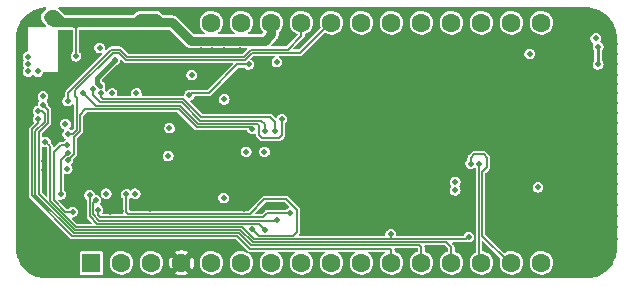
<source format=gbr>
%TF.GenerationSoftware,KiCad,Pcbnew,(5.99.0-6542-g16b0689841)*%
%TF.CreationDate,2021-01-03T15:15:31-08:00*%
%TF.ProjectId,SX1303,53583133-3033-42e6-9b69-6361645f7063,rev?*%
%TF.SameCoordinates,Original*%
%TF.FileFunction,Copper,L4,Bot*%
%TF.FilePolarity,Positive*%
%FSLAX46Y46*%
G04 Gerber Fmt 4.6, Leading zero omitted, Abs format (unit mm)*
G04 Created by KiCad (PCBNEW (5.99.0-6542-g16b0689841)) date 2021-01-03 15:15:31*
%MOMM*%
%LPD*%
G01*
G04 APERTURE LIST*
%TA.AperFunction,SMDPad,CuDef*%
%ADD10R,4.200000X1.350000*%
%TD*%
%TA.AperFunction,ComponentPad*%
%ADD11R,1.600000X1.600000*%
%TD*%
%TA.AperFunction,ComponentPad*%
%ADD12C,1.600000*%
%TD*%
%TA.AperFunction,ViaPad*%
%ADD13C,0.503200*%
%TD*%
%TA.AperFunction,Conductor*%
%ADD14C,0.127000*%
%TD*%
%TA.AperFunction,Conductor*%
%ADD15C,0.400000*%
%TD*%
%TA.AperFunction,Conductor*%
%ADD16C,0.800000*%
%TD*%
%TA.AperFunction,Conductor*%
%ADD17C,0.250000*%
%TD*%
G04 APERTURE END LIST*
D10*
%TO.P,J1,2,Ext*%
%TO.N,GND*%
X151200000Y-63175000D03*
X151200000Y-68825000D03*
%TD*%
D11*
%TO.P,A1,1,~RESET*%
%TO.N,Net-(A1-Pad1)*%
X109500000Y-77700000D03*
D12*
%TO.P,A1,2,3V3*%
%TO.N,+3V3*%
X112040000Y-77700000D03*
%TO.P,A1,3,AREF*%
%TO.N,Net-(A1-Pad3)*%
X114580000Y-77700000D03*
%TO.P,A1,4,GND*%
%TO.N,GND*%
X117120000Y-77700000D03*
%TO.P,A1,5,A0*%
%TO.N,Net-(A1-Pad5)*%
X119660000Y-77700000D03*
%TO.P,A1,6,A1*%
%TO.N,Net-(A1-Pad6)*%
X122200000Y-77700000D03*
%TO.P,A1,7,A2*%
%TO.N,Net-(A1-Pad7)*%
X124740000Y-77700000D03*
%TO.P,A1,8,A3*%
%TO.N,Net-(A1-Pad8)*%
X127280000Y-77700000D03*
%TO.P,A1,9,A4*%
%TO.N,Net-(A1-Pad9)*%
X129820000Y-77700000D03*
%TO.P,A1,10,A5*%
%TO.N,GPS_PPS*%
X132360000Y-77700000D03*
%TO.P,A1,11,SCK*%
%TO.N,HOST_SCK*%
X134900000Y-77700000D03*
%TO.P,A1,12,MOSI*%
%TO.N,HOST_MOSI*%
X137440000Y-77700000D03*
%TO.P,A1,13,MISO*%
%TO.N,HOST_MISO*%
X139980000Y-77700000D03*
%TO.P,A1,14,RX*%
%TO.N,GPS_TX*%
X142520000Y-77700000D03*
%TO.P,A1,15,TX*%
%TO.N,GPS_RX*%
X145060000Y-77700000D03*
%TO.P,A1,16,SPARE*%
%TO.N,Net-(A1-Pad16)*%
X147600000Y-77700000D03*
%TO.P,A1,17,SDA*%
%TO.N,Net-(A1-Pad17)*%
X147600000Y-57380000D03*
%TO.P,A1,18,SCL*%
%TO.N,Net-(A1-Pad18)*%
X145060000Y-57380000D03*
%TO.P,A1,19,D0*%
%TO.N,Net-(A1-Pad19)*%
X142520000Y-57380000D03*
%TO.P,A1,20,D1*%
%TO.N,Net-(A1-Pad20)*%
X139980000Y-57380000D03*
%TO.P,A1,21,D2*%
%TO.N,Net-(A1-Pad21)*%
X137440000Y-57380000D03*
%TO.P,A1,22,D3*%
%TO.N,Net-(A1-Pad22)*%
X134900000Y-57380000D03*
%TO.P,A1,23,D4*%
%TO.N,Net-(A1-Pad23)*%
X132360000Y-57380000D03*
%TO.P,A1,24,D5*%
%TO.N,HOST_RESET*%
X129820000Y-57380000D03*
%TO.P,A1,25,D6*%
%TO.N,HOST_CSN*%
X127280000Y-57380000D03*
%TO.P,A1,26,USB*%
%TO.N,VBUS*%
X124740000Y-57380000D03*
%TO.P,A1,27,EN*%
%TO.N,Net-(A1-Pad27)*%
X122200000Y-57380000D03*
%TO.P,A1,28,VBAT*%
%TO.N,+BATT*%
X119660000Y-57380000D03*
%TD*%
D13*
%TO.N,GPS_RX*%
X141600000Y-69300000D03*
%TO.N,GND*%
X127500000Y-66500000D03*
X130300000Y-74500000D03*
X152000000Y-64850000D03*
X136450000Y-72550000D03*
X134800000Y-64100000D03*
X152500000Y-64200000D03*
X137150000Y-71950000D03*
X127600000Y-69800000D03*
X133600000Y-78700000D03*
X112700000Y-69900000D03*
X149400000Y-67800000D03*
X118400000Y-56400000D03*
X136000000Y-65300000D03*
X114350000Y-69000000D03*
X124300000Y-71700000D03*
X148100000Y-65250000D03*
X149500000Y-78700000D03*
X105500000Y-69800000D03*
X125150000Y-68250000D03*
X147600000Y-64600000D03*
X126000000Y-56400000D03*
X150900000Y-75600000D03*
X150100000Y-71400000D03*
X129300000Y-68400000D03*
X144500000Y-64600000D03*
X109300000Y-65200000D03*
X135400000Y-69750000D03*
X111100000Y-65150000D03*
X103400000Y-62400000D03*
X152850000Y-56950000D03*
X111900000Y-69000000D03*
X108800000Y-56500000D03*
X150000000Y-73450000D03*
X112800000Y-56500000D03*
X137800000Y-68900000D03*
X149100000Y-62000000D03*
X142600000Y-61800000D03*
X149100000Y-75300000D03*
X135200000Y-73650000D03*
X103400000Y-67350000D03*
X126900000Y-72500000D03*
X146050000Y-65250000D03*
X140900000Y-68900000D03*
X128400000Y-74200000D03*
X129300000Y-73600000D03*
X139600000Y-64700000D03*
X117300000Y-62800000D03*
X109700000Y-70150000D03*
X128050000Y-75000000D03*
X149900000Y-78000000D03*
X128550000Y-56400000D03*
X103350000Y-74200000D03*
X110700000Y-62300000D03*
X133500000Y-68100000D03*
X143100000Y-65200000D03*
X132300000Y-68900000D03*
X128400000Y-63100000D03*
X153700000Y-76700000D03*
X146700000Y-66900000D03*
X122450000Y-73100000D03*
X123500000Y-78700000D03*
X134200000Y-67800000D03*
X104400000Y-78250000D03*
X132000000Y-63800000D03*
X150900000Y-64850000D03*
X152100000Y-78600000D03*
X153800000Y-61800000D03*
X130800000Y-74100000D03*
X149000000Y-67000000D03*
X132500000Y-62600000D03*
X143700000Y-68400000D03*
X129900000Y-65100000D03*
X115100000Y-59200000D03*
X150900000Y-73450000D03*
X110700000Y-56500000D03*
X138400000Y-74000000D03*
X137600000Y-74700000D03*
X150400000Y-78700000D03*
X137700000Y-72600000D03*
X138900000Y-69900000D03*
X113550000Y-65150000D03*
X142900000Y-68000000D03*
X131100000Y-78700000D03*
X103450000Y-76950000D03*
X148200000Y-67300000D03*
X118450000Y-63900000D03*
X150000000Y-75600000D03*
X153800000Y-70200000D03*
X115800000Y-78700000D03*
X151000000Y-71400000D03*
X131100000Y-56400000D03*
X115650000Y-56450000D03*
X103700000Y-57500000D03*
X147050000Y-73100000D03*
X129200000Y-61000000D03*
X140600000Y-66800000D03*
X141500000Y-66800000D03*
X130200000Y-73600000D03*
X108200000Y-78700000D03*
X132600000Y-68100000D03*
X153800000Y-69300000D03*
X113500000Y-67500000D03*
X118350000Y-72200000D03*
X153800000Y-75700000D03*
X132600000Y-73700000D03*
X111900000Y-66400000D03*
X148500000Y-62900000D03*
X104400000Y-62400000D03*
X128600000Y-69800000D03*
X131200000Y-67300000D03*
X149000000Y-65050000D03*
X111100000Y-73400000D03*
X153000000Y-64850000D03*
X129000000Y-75000000D03*
X145500000Y-63000000D03*
X136300000Y-74900000D03*
X140600000Y-63500000D03*
X124350000Y-63300000D03*
X153800000Y-71050000D03*
X143650000Y-62550000D03*
X129200000Y-65900000D03*
X129100000Y-64500000D03*
X130900000Y-69400000D03*
X135300000Y-64800000D03*
X146500000Y-64600000D03*
X132500000Y-66100000D03*
X145000000Y-63800000D03*
X153800000Y-59150000D03*
X113300000Y-78700000D03*
X149900000Y-62000000D03*
X111700000Y-56500000D03*
X144750000Y-74400000D03*
X152000000Y-71400000D03*
X130200000Y-62400000D03*
X149100000Y-77400000D03*
X118800000Y-61800000D03*
X144200000Y-63800000D03*
X148400000Y-68000000D03*
X151350000Y-74500000D03*
X153800000Y-66750000D03*
X151300000Y-78700000D03*
X136200000Y-58100000D03*
X149700000Y-56400000D03*
X144200000Y-69200000D03*
X148800000Y-70200000D03*
X110700000Y-68800000D03*
X109200000Y-59400000D03*
X136300000Y-63800000D03*
X120700000Y-59700000D03*
X136300000Y-63100000D03*
X110900000Y-78700000D03*
X152800000Y-78200000D03*
X129900000Y-75000000D03*
X130900000Y-66300000D03*
X153700000Y-58300000D03*
X141300000Y-78700000D03*
X137800000Y-67900000D03*
X149900000Y-64850000D03*
X118500000Y-78700000D03*
X151900000Y-77100000D03*
X130900000Y-65400000D03*
X127600000Y-74400000D03*
X149600000Y-70600000D03*
X113100000Y-58400000D03*
X103400000Y-61400000D03*
X153800000Y-65050000D03*
X135800000Y-73050000D03*
X152000000Y-57600000D03*
X109300000Y-67600000D03*
X144700000Y-67700000D03*
X149950000Y-67200000D03*
X109250000Y-69700000D03*
X126800000Y-64800000D03*
X123200000Y-64700000D03*
X140900000Y-67400000D03*
X134800000Y-66300000D03*
X150450000Y-60900000D03*
X142800000Y-60900000D03*
X139040000Y-65300000D03*
X103400000Y-63450000D03*
X134500000Y-69200000D03*
X134100000Y-65400000D03*
X113300000Y-61650000D03*
X106600000Y-78700000D03*
X126800000Y-65900000D03*
X138700000Y-78700000D03*
X149100000Y-71450000D03*
X103400000Y-58400000D03*
X150450000Y-61600000D03*
X151400000Y-64200000D03*
X114100000Y-69900000D03*
X129400000Y-74400000D03*
X130800000Y-72200000D03*
X148700000Y-76500000D03*
X150500000Y-56400000D03*
X145800000Y-67500000D03*
X110600000Y-66200000D03*
X114500000Y-73100000D03*
X144750000Y-73100000D03*
X143500000Y-69200000D03*
X126300000Y-69800000D03*
X117400000Y-56400000D03*
X103350000Y-76200000D03*
X104300000Y-56900000D03*
X141100000Y-61200000D03*
X145100000Y-71800000D03*
X130100000Y-61000000D03*
X144300000Y-66900000D03*
X145100000Y-66900000D03*
X137250000Y-62850000D03*
X148350000Y-75500000D03*
X139500000Y-68000000D03*
X143800000Y-78700000D03*
X152800000Y-77100000D03*
X129700000Y-69800000D03*
X146000000Y-62400000D03*
X134150000Y-70650000D03*
X128500000Y-78700000D03*
X132400000Y-64500000D03*
X128100000Y-70600000D03*
X103400000Y-71700000D03*
X151300000Y-56400000D03*
X128400000Y-61000000D03*
X144500000Y-62900000D03*
X109700000Y-56500000D03*
X141450000Y-74400000D03*
X143450000Y-71800000D03*
X126000000Y-78700000D03*
X143100000Y-64200000D03*
X138500000Y-65900000D03*
X137700000Y-63800000D03*
X133300000Y-62600000D03*
X103400000Y-66350000D03*
X132600000Y-75000000D03*
X143450000Y-73100000D03*
X103400000Y-69350000D03*
X153800000Y-60000000D03*
X134700000Y-62400000D03*
X137250000Y-61700000D03*
X147400000Y-74300000D03*
X132500000Y-65300000D03*
X146300000Y-56400000D03*
X151300000Y-58100000D03*
X105500000Y-69100000D03*
X136300000Y-62300000D03*
X153400000Y-77500000D03*
X153800000Y-71900000D03*
X149100000Y-72150000D03*
X113100000Y-59500000D03*
X127200000Y-70600000D03*
X136200000Y-56400000D03*
X147100000Y-67700000D03*
X127700000Y-68200000D03*
X153800000Y-74700000D03*
X153800000Y-67600000D03*
X111800000Y-67700000D03*
X143800000Y-60900000D03*
X103400000Y-68350000D03*
X141800000Y-60900000D03*
X138800000Y-73000000D03*
X122100000Y-59700000D03*
X130200000Y-68900000D03*
X151300000Y-57000000D03*
X153800000Y-73750000D03*
X153800000Y-68450000D03*
X130900000Y-68300000D03*
X135000000Y-67800000D03*
X124400000Y-64550000D03*
X114850000Y-61900000D03*
X127600000Y-73600000D03*
X128400000Y-73400000D03*
X116450000Y-61050000D03*
X152600000Y-70600000D03*
X130600000Y-64600000D03*
X143650000Y-63400000D03*
X138500000Y-69400000D03*
X112200000Y-65500000D03*
X136600000Y-73900000D03*
X133000000Y-63600000D03*
X145300000Y-75000000D03*
X148200000Y-69400000D03*
X103400000Y-65350000D03*
X103400000Y-70500000D03*
X134700000Y-71500000D03*
X147100000Y-69400000D03*
X121450000Y-62150000D03*
X131000000Y-62400000D03*
X148700000Y-78700000D03*
X109300000Y-66550000D03*
X112000000Y-73300000D03*
X143450000Y-74400000D03*
X118800000Y-59700000D03*
X153000000Y-67200000D03*
X103350000Y-75350000D03*
X131800000Y-61000000D03*
X150800000Y-77100000D03*
X136000000Y-61600000D03*
X103400000Y-64400000D03*
X138650000Y-56400000D03*
X146500000Y-63000000D03*
X147400000Y-66900000D03*
X131000000Y-63100000D03*
X131900000Y-63100000D03*
X130000000Y-72700000D03*
X141500000Y-72450000D03*
X130700000Y-70400000D03*
X105650000Y-66700000D03*
X151500000Y-70600000D03*
X125850000Y-69050000D03*
X131600000Y-71600000D03*
X137200000Y-70800000D03*
X129200000Y-72700000D03*
X141500000Y-63500000D03*
X150000000Y-76600000D03*
X142400000Y-66800000D03*
X133300000Y-69400000D03*
X110500000Y-67500000D03*
X111100000Y-70150000D03*
X135400000Y-61000000D03*
X152000000Y-67200000D03*
X152000000Y-62000000D03*
X117850000Y-68650000D03*
X133650000Y-56400000D03*
X108200000Y-71100000D03*
X153800000Y-72800000D03*
X125450000Y-70150000D03*
X130200000Y-66900000D03*
X129300000Y-63100000D03*
X137700000Y-70000000D03*
X135400000Y-65800000D03*
X103400000Y-59400000D03*
X152900000Y-62000000D03*
X134200000Y-63500000D03*
X135700000Y-67500000D03*
X150950000Y-67200000D03*
X146300000Y-78700000D03*
X124400000Y-72950000D03*
X145100000Y-62400000D03*
X105050000Y-78600000D03*
X119700000Y-59700000D03*
X145900000Y-69200000D03*
X150400000Y-64200000D03*
X134500000Y-60800000D03*
X130800000Y-73100000D03*
X139400000Y-69400000D03*
X121000000Y-78700000D03*
X136800000Y-66500000D03*
X132600000Y-61000000D03*
X147050000Y-65250000D03*
X129300000Y-67300000D03*
X109600000Y-60500000D03*
X134100000Y-62700000D03*
X132300000Y-70000000D03*
X109200000Y-60000000D03*
X127600000Y-63050000D03*
X118800000Y-61000000D03*
X150450000Y-60200000D03*
X151100000Y-62000000D03*
X145500000Y-68400000D03*
X129000000Y-70600000D03*
X113000000Y-68800000D03*
X131000000Y-61000000D03*
X120950000Y-56400000D03*
X114350000Y-66550000D03*
X144400000Y-61900000D03*
X137600000Y-73500000D03*
X128300000Y-65900000D03*
X127600000Y-72700000D03*
X116000000Y-59200000D03*
X149100000Y-73750000D03*
X148500000Y-64400000D03*
X107450000Y-78700000D03*
X147700000Y-68600000D03*
X141600000Y-61800000D03*
X140700000Y-61800000D03*
X128400000Y-72700000D03*
X130200000Y-63100000D03*
X130200000Y-67800000D03*
X136300000Y-67000000D03*
X121250000Y-70500000D03*
X126500000Y-66850000D03*
X140200000Y-69400000D03*
X137250000Y-69500000D03*
X125850000Y-67500000D03*
X105850000Y-78700000D03*
X143750000Y-56400000D03*
X109300000Y-68700000D03*
X136100000Y-78700000D03*
X151500000Y-77900000D03*
X120500000Y-67900000D03*
X145400000Y-64600000D03*
X150500000Y-67800000D03*
X153000000Y-71400000D03*
X137200000Y-68650000D03*
X147000000Y-63800000D03*
X133500000Y-60800000D03*
X147850000Y-70400000D03*
X149400000Y-64200000D03*
X143600000Y-61800000D03*
X138500000Y-64700000D03*
X128300000Y-65200000D03*
X152100000Y-56550000D03*
X153800000Y-65850000D03*
X133200000Y-66400000D03*
X145100000Y-69200000D03*
X148350000Y-71050000D03*
X148600000Y-56400000D03*
X105000000Y-56500000D03*
X103350000Y-72950000D03*
X142100000Y-67700000D03*
X146750000Y-74900000D03*
X146200000Y-76450000D03*
X147100000Y-76450000D03*
X133250000Y-70650000D03*
X149100000Y-73000000D03*
X150400000Y-70600000D03*
X152700000Y-57600000D03*
X153350000Y-57550000D03*
X151500000Y-67800000D03*
X139600000Y-65900000D03*
X141200000Y-68100000D03*
X133300000Y-64900000D03*
X153800000Y-60900000D03*
X146000000Y-63800000D03*
X115600000Y-61200000D03*
X116400000Y-62800000D03*
X146150000Y-69850000D03*
X141250000Y-56400000D03*
X117200000Y-65700000D03*
X123450000Y-56400000D03*
X126300000Y-70600000D03*
X126300000Y-68400000D03*
X118800000Y-62600000D03*
X146800000Y-70400000D03*
X130800000Y-75000000D03*
X153800000Y-64200000D03*
X152500000Y-74500000D03*
X143400000Y-67500000D03*
X152500000Y-67800000D03*
X132550000Y-72200000D03*
X103400000Y-60400000D03*
X135200000Y-74450000D03*
X130100000Y-65900000D03*
X134000000Y-66400000D03*
X114000000Y-62300000D03*
X148000000Y-63600000D03*
X147600000Y-62600000D03*
X136600000Y-60950000D03*
X129900000Y-70600000D03*
X144700000Y-60900000D03*
X153800000Y-62600000D03*
X143700000Y-64600000D03*
X146600000Y-68500000D03*
X137000000Y-63800000D03*
X113000000Y-66200000D03*
X132200000Y-70900000D03*
X153800000Y-63350000D03*
X135400000Y-68800000D03*
X128300000Y-64500000D03*
X147800000Y-76100000D03*
X135400000Y-70850000D03*
%TO.N,VDD_RF*%
X125200000Y-60700000D03*
X124150000Y-68300000D03*
X120700000Y-72200000D03*
X120750000Y-63850000D03*
X146600000Y-60000000D03*
%TO.N,TCXO_32Mhz*%
X122600000Y-68300000D03*
X118000000Y-61800000D03*
%TO.N,RADIOA_CSN*%
X125600000Y-65550000D03*
X108750000Y-63300000D03*
%TO.N,RADIOA_MOSI*%
X124200000Y-66550000D03*
X109600000Y-63000000D03*
%TO.N,RADIOA_SCK*%
X110300000Y-63350000D03*
X125050000Y-66500000D03*
%TO.N,RADIO_A_IQ2*%
X122800000Y-60900000D03*
X117800000Y-63500000D03*
%TO.N,RADIOB_RESET*%
X123100000Y-74850000D03*
X112450000Y-71900000D03*
%TO.N,RADIOB_SCK*%
X125200000Y-74100000D03*
X109850000Y-72400000D03*
%TO.N,RADIOB_MOSI*%
X109350000Y-71950000D03*
X124200000Y-74900000D03*
%TO.N,RADIOB_CSN*%
X126350000Y-73450000D03*
X110046110Y-73200000D03*
%TO.N,RADIOA_RESET*%
X123100575Y-66350169D03*
X107500000Y-69000000D03*
%TO.N,HOST_SCK*%
X105000000Y-65550000D03*
%TO.N,HOST_MOSI*%
X105000000Y-64850000D03*
%TO.N,HOST_MISO*%
X105400000Y-64350000D03*
%TO.N,+3V3*%
X110233175Y-62723352D03*
X116105376Y-66292860D03*
X113200000Y-71850000D03*
X140300000Y-71550000D03*
X140300000Y-70850000D03*
X107447665Y-69750000D03*
X111250000Y-63350000D03*
X147300000Y-71300000D03*
X105400000Y-63600000D03*
X111500000Y-60500000D03*
%TO.N,+1V2*%
X104150000Y-60850000D03*
X104150000Y-60250000D03*
X104150000Y-61500000D03*
X107300000Y-65950000D03*
X113300000Y-63350000D03*
X104950000Y-61500000D03*
X110750000Y-71850000D03*
X110200000Y-59500000D03*
X116000000Y-68650000D03*
%TO.N,HOST_RESET*%
X107500000Y-66800000D03*
%TO.N,HOST_CSN*%
X107500000Y-64000000D03*
%TO.N,VBUS*%
X113600000Y-57000000D03*
X105800000Y-56900000D03*
X114350000Y-57500000D03*
X152400000Y-59400000D03*
X106300000Y-56600000D03*
X106300000Y-57200000D03*
X115000000Y-57000000D03*
X152400000Y-60900000D03*
X152200000Y-58700000D03*
X108200000Y-60200000D03*
%TO.N,SX1303_CSD*%
X107399620Y-67747641D03*
X107900000Y-73400000D03*
%TO.N,GPS_PPS*%
X141450000Y-75500000D03*
X105600000Y-67450000D03*
X134850000Y-75300000D03*
%TO.N,SX1303_TXRX*%
X107500000Y-68369797D03*
X106900000Y-71900000D03*
%TO.N,GPS_TX*%
X142300000Y-69300000D03*
%TD*%
D14*
%TO.N,GPS_RX*%
X143000000Y-68800000D02*
X142700000Y-68500000D01*
X145060000Y-77600000D02*
X144800000Y-77600000D01*
X143000000Y-69600000D02*
X143000000Y-68800000D01*
X142700000Y-68500000D02*
X141900000Y-68500000D01*
X142600000Y-75400000D02*
X142600000Y-70200000D01*
X141900000Y-68500000D02*
X141600000Y-68800000D01*
X141600000Y-68800000D02*
X141600000Y-69300000D01*
X142600000Y-70000000D02*
X143000000Y-69600000D01*
X145060000Y-77700000D02*
X144900000Y-77700000D01*
X142600000Y-70200000D02*
X142600000Y-70000000D01*
X144900000Y-77700000D02*
X142600000Y-75400000D01*
%TO.N,RADIOA_CSN*%
X109850000Y-64400000D02*
X117000000Y-64400000D01*
X118508068Y-65908068D02*
X123558068Y-65908068D01*
X125400000Y-67100000D02*
X125600000Y-66900000D01*
X123950000Y-67100000D02*
X125400000Y-67100000D01*
X123700000Y-66050000D02*
X123700000Y-66850000D01*
X117000000Y-64400000D02*
X118508068Y-65908068D01*
X125600000Y-66900000D02*
X125600000Y-65550000D01*
X123700000Y-66850000D02*
X123950000Y-67100000D01*
X123558068Y-65908068D02*
X123700000Y-66050000D01*
X108750000Y-63300000D02*
X109850000Y-64400000D01*
%TO.N,RADIOA_MOSI*%
X109600000Y-63000000D02*
X109600000Y-63500000D01*
X117150000Y-64100000D02*
X118700000Y-65650000D01*
X124200000Y-65950000D02*
X124200000Y-66550000D01*
X109600000Y-63500000D02*
X110200000Y-64100000D01*
X123900000Y-65650000D02*
X124200000Y-65950000D01*
X118700000Y-65650000D02*
X123900000Y-65650000D01*
X110200000Y-64100000D02*
X117150000Y-64100000D01*
%TO.N,RADIOA_SCK*%
X110300000Y-63650000D02*
X110450000Y-63800000D01*
X110450000Y-63800000D02*
X117237500Y-63800000D01*
X110300000Y-63350000D02*
X110300000Y-63650000D01*
X124650000Y-65350000D02*
X125050000Y-65750000D01*
X117237500Y-63800000D02*
X118787500Y-65350000D01*
X125050000Y-65750000D02*
X125050000Y-66500000D01*
X118787500Y-65350000D02*
X124650000Y-65350000D01*
%TO.N,RADIO_A_IQ2*%
X118000000Y-63300000D02*
X119450000Y-63300000D01*
X117800000Y-63500000D02*
X118000000Y-63300000D01*
X119450000Y-63300000D02*
X121850000Y-60900000D01*
X121850000Y-60900000D02*
X122800000Y-60900000D01*
%TO.N,RADIOB_RESET*%
X123650000Y-75400000D02*
X123100000Y-74850000D01*
X126600000Y-75400000D02*
X123650000Y-75400000D01*
X112450000Y-73400000D02*
X112600000Y-73550000D01*
X122900000Y-73550000D02*
X124150000Y-72300000D01*
X124150000Y-72300000D02*
X126000000Y-72300000D01*
X126000000Y-72300000D02*
X126900000Y-73200000D01*
X126900000Y-73200000D02*
X126900000Y-75100000D01*
X112600000Y-73550000D02*
X122900000Y-73550000D01*
X126900000Y-75100000D02*
X126600000Y-75400000D01*
X112450000Y-71900000D02*
X112450000Y-73400000D01*
%TO.N,RADIOB_SCK*%
X110150000Y-74150000D02*
X125150000Y-74150000D01*
X109604010Y-72645990D02*
X109604010Y-73604010D01*
X109850000Y-72400000D02*
X109604010Y-72645990D01*
X125150000Y-74150000D02*
X125200000Y-74100000D01*
X109604010Y-73604010D02*
X110150000Y-74150000D01*
%TO.N,RADIOB_MOSI*%
X110007899Y-74407899D02*
X109350000Y-73750000D01*
X124200000Y-74900000D02*
X123707899Y-74407899D01*
X123707899Y-74407899D02*
X110007899Y-74407899D01*
X109350000Y-73750000D02*
X109350000Y-71950000D01*
%TO.N,RADIOB_CSN*%
X123100000Y-73850000D02*
X110400000Y-73850000D01*
X124000000Y-73850000D02*
X123100000Y-73850000D01*
X110400000Y-73850000D02*
X110209224Y-73850000D01*
X126350000Y-73450000D02*
X124400000Y-73450000D01*
X110209224Y-73850000D02*
X110046110Y-73686886D01*
X124400000Y-73450000D02*
X124000000Y-73850000D01*
X110046110Y-73686886D02*
X110046110Y-73200000D01*
%TO.N,RADIOA_RESET*%
X118400000Y-66200000D02*
X122950406Y-66200000D01*
X108005215Y-67054009D02*
X108504010Y-66555214D01*
X107588102Y-68811898D02*
X107712209Y-68811898D01*
X122950406Y-66200000D02*
X123100575Y-66350169D01*
X108000000Y-68524107D02*
X108000000Y-67054010D01*
X108504010Y-65145990D02*
X108950000Y-64700000D01*
X116900000Y-64700000D02*
X118400000Y-66200000D01*
X108000000Y-67054010D02*
X108005215Y-67054009D01*
X107712209Y-68811898D02*
X108000000Y-68524107D01*
X107500000Y-68900000D02*
X107588102Y-68811898D01*
X108504010Y-66555214D02*
X108504010Y-65145990D01*
X108950000Y-64700000D02*
X116900000Y-64700000D01*
X107500000Y-69000000D02*
X107500000Y-68900000D01*
%TO.N,HOST_SCK*%
X105000000Y-65850000D02*
X104450000Y-66400000D01*
X122900000Y-76500000D02*
X134750000Y-76500000D01*
X104450000Y-71986896D02*
X107887041Y-75423937D01*
X104450000Y-66400000D02*
X104450000Y-71986896D01*
X134900000Y-76650000D02*
X134900000Y-77600000D01*
X121823938Y-75423938D02*
X122900000Y-76500000D01*
X107887041Y-75423937D02*
X121823938Y-75423938D01*
X105000000Y-65550000D02*
X105000000Y-65850000D01*
X134750000Y-76500000D02*
X134900000Y-76650000D01*
%TO.N,HOST_MOSI*%
X105550000Y-65100000D02*
X105300000Y-64850000D01*
X104750000Y-71927672D02*
X104750000Y-66550000D01*
X105300000Y-64850000D02*
X105000000Y-64850000D01*
X137250000Y-76200000D02*
X123000000Y-76200000D01*
X123000000Y-76200000D02*
X121969928Y-75169928D01*
X105550000Y-65750000D02*
X105550000Y-65100000D01*
X137440000Y-76390000D02*
X137250000Y-76200000D01*
X104750000Y-66550000D02*
X105550000Y-65750000D01*
X107992256Y-75169928D02*
X104750000Y-71927672D01*
X121969928Y-75169928D02*
X107992256Y-75169928D01*
X137440000Y-77600000D02*
X137440000Y-76390000D01*
%TO.N,HOST_MISO*%
X139980000Y-77600000D02*
X139980000Y-76380000D01*
X123145990Y-75945990D02*
X122115919Y-74915919D01*
X139545990Y-75945990D02*
X123145990Y-75945990D01*
X108097471Y-74915919D02*
X105050000Y-71868448D01*
X105850000Y-64800000D02*
X105400000Y-64350000D01*
X105850000Y-65850000D02*
X105850000Y-64800000D01*
X105050000Y-71868448D02*
X105050000Y-66650000D01*
X139980000Y-76380000D02*
X139545990Y-75945990D01*
X105050000Y-66650000D02*
X105850000Y-65850000D01*
X122115919Y-74915919D02*
X108097471Y-74915919D01*
D15*
%TO.N,+3V3*%
X111500000Y-60500000D02*
X109981576Y-62018424D01*
X109981576Y-62018424D02*
X109981576Y-62471753D01*
X109981576Y-62471753D02*
X110233175Y-62723352D01*
D14*
%TO.N,HOST_RESET*%
X111800000Y-59900000D02*
X112400000Y-60500000D01*
X127200000Y-59900000D02*
X129820000Y-57280000D01*
X108250000Y-66450000D02*
X108250000Y-63750000D01*
X108100000Y-63100000D02*
X111300000Y-59900000D01*
X108250000Y-63750000D02*
X108100000Y-63600000D01*
X122500000Y-60500000D02*
X123100000Y-59900000D01*
X123100000Y-59900000D02*
X127200000Y-59900000D01*
X111300000Y-59900000D02*
X111800000Y-59900000D01*
X112400000Y-60500000D02*
X122500000Y-60500000D01*
X107500000Y-66800000D02*
X107900000Y-66800000D01*
X107900000Y-66800000D02*
X108250000Y-66450000D01*
X108100000Y-63600000D02*
X108100000Y-63100000D01*
%TO.N,HOST_CSN*%
X127280000Y-57280000D02*
X127280000Y-58470000D01*
X122994785Y-59645991D02*
X122394786Y-60245990D01*
X126104010Y-59645990D02*
X122994785Y-59645991D01*
X122394786Y-60245990D02*
X112505214Y-60245990D01*
X111154010Y-59645990D02*
X107500000Y-63300000D01*
X107500000Y-63300000D02*
X107500000Y-64000000D01*
X112505214Y-60245990D02*
X111905214Y-59645990D01*
X127280000Y-58470000D02*
X126104010Y-59645990D01*
X111905214Y-59645990D02*
X111154010Y-59645990D01*
D16*
%TO.N,VBUS*%
X124740000Y-58360000D02*
X124200000Y-58900000D01*
X113150000Y-57350000D02*
X108700000Y-57350000D01*
X115450000Y-57350000D02*
X114700000Y-57350000D01*
X113600000Y-57000000D02*
X115000000Y-57000000D01*
D14*
X108200000Y-58700000D02*
X108200000Y-57850000D01*
D16*
X106250000Y-57350000D02*
X105800000Y-56900000D01*
D14*
X108200000Y-57750000D02*
X108200000Y-57850000D01*
D16*
X107000000Y-57350000D02*
X106250000Y-57350000D01*
X108050000Y-57350000D02*
X107000000Y-57350000D01*
X113850000Y-57350000D02*
X113150000Y-57350000D01*
X106000000Y-56900000D02*
X106000000Y-56800000D01*
X113600000Y-57000000D02*
X113250000Y-57350000D01*
X117900000Y-58900000D02*
X116350000Y-57350000D01*
X114700000Y-57350000D02*
X113850000Y-57350000D01*
X106300000Y-57200000D02*
X106100000Y-57200000D01*
X115350000Y-57350000D02*
X115450000Y-57350000D01*
X107000000Y-57300000D02*
X107000000Y-57350000D01*
X106100000Y-56600000D02*
X105800000Y-56900000D01*
X115000000Y-57000000D02*
X115350000Y-57350000D01*
X113250000Y-57350000D02*
X113150000Y-57350000D01*
X113600000Y-57000000D02*
X113850000Y-57250000D01*
X116350000Y-57350000D02*
X115450000Y-57350000D01*
X106300000Y-57200000D02*
X106000000Y-56900000D01*
X113850000Y-57250000D02*
X113850000Y-57350000D01*
X108700000Y-57350000D02*
X108050000Y-57350000D01*
D14*
X108200000Y-57750000D02*
X108200000Y-57300000D01*
D16*
X124740000Y-57380000D02*
X124740000Y-58360000D01*
X106300000Y-56600000D02*
X106300000Y-57200000D01*
D14*
X108200000Y-57850000D02*
X108050000Y-57700000D01*
D16*
X114700000Y-57300000D02*
X114700000Y-57350000D01*
D14*
X108200000Y-60200000D02*
X108200000Y-58700000D01*
D16*
X106300000Y-56600000D02*
X107000000Y-57300000D01*
X124200000Y-58900000D02*
X117900000Y-58900000D01*
X106100000Y-57200000D02*
X105800000Y-56900000D01*
D14*
X108200000Y-57850000D02*
X108700000Y-57350000D01*
D16*
X106300000Y-56600000D02*
X106100000Y-56600000D01*
D17*
X152400000Y-60900000D02*
X152400000Y-59400000D01*
D14*
X108050000Y-57700000D02*
X108050000Y-57350000D01*
D16*
X115000000Y-57000000D02*
X114700000Y-57300000D01*
D14*
%TO.N,SX1303_CSD*%
X107399620Y-67747641D02*
X106902359Y-67747641D01*
X106300000Y-68350000D02*
X106300000Y-72400000D01*
X106902359Y-67747641D02*
X106300000Y-68350000D01*
X107600000Y-73400000D02*
X107900000Y-73400000D01*
X106300000Y-72400000D02*
X107300000Y-73400000D01*
X107300000Y-73400000D02*
X107600000Y-73400000D01*
%TO.N,GPS_PPS*%
X141250000Y-75700000D02*
X139659224Y-75700000D01*
X123287670Y-75691980D02*
X122257599Y-74661909D01*
X134850000Y-75300000D02*
X134850000Y-75633960D01*
X108202684Y-74661908D02*
X106000000Y-72459224D01*
X134850000Y-75633960D02*
X134791980Y-75691980D01*
X106000000Y-67850000D02*
X105600000Y-67450000D01*
X134908020Y-75691980D02*
X134791980Y-75691980D01*
X134791980Y-75691980D02*
X123287670Y-75691980D01*
X139659224Y-75700000D02*
X139651204Y-75691980D01*
X139651204Y-75691980D02*
X134908020Y-75691980D01*
X106000000Y-72459224D02*
X106000000Y-67850000D01*
X122257599Y-74661909D02*
X108202684Y-74661908D01*
X141450000Y-75500000D02*
X141250000Y-75700000D01*
X134850000Y-75633960D02*
X134908020Y-75691980D01*
%TO.N,SX1303_TXRX*%
X107500000Y-68369797D02*
X106900000Y-68969797D01*
X106900000Y-68969797D02*
X106900000Y-71900000D01*
%TO.N,GPS_TX*%
X142300000Y-77380000D02*
X142300000Y-69300000D01*
X142520000Y-77600000D02*
X142300000Y-77380000D01*
%TD*%
%TA.AperFunction,Conductor*%
%TO.N,GND*%
G36*
X151373271Y-56061812D02*
G01*
X151381312Y-56063792D01*
X151381314Y-56063792D01*
X151384737Y-56064635D01*
X151561354Y-56067353D01*
X151567912Y-56067802D01*
X151872589Y-56104796D01*
X151880011Y-56106156D01*
X152176014Y-56179114D01*
X152183217Y-56181359D01*
X152468250Y-56289459D01*
X152475132Y-56292556D01*
X152610102Y-56363393D01*
X152745076Y-56434232D01*
X152751525Y-56438131D01*
X152809449Y-56478113D01*
X153002416Y-56611309D01*
X153008357Y-56615963D01*
X153236546Y-56818120D01*
X153241880Y-56823454D01*
X153444042Y-57051650D01*
X153448685Y-57057575D01*
X153621875Y-57308485D01*
X153625777Y-57314941D01*
X153767443Y-57584863D01*
X153770539Y-57591742D01*
X153864706Y-57840038D01*
X153878644Y-57876789D01*
X153880889Y-57883995D01*
X153953845Y-58179992D01*
X153955205Y-58187415D01*
X153992200Y-58492096D01*
X153992648Y-58498653D01*
X153995362Y-58675071D01*
X153996193Y-58678471D01*
X153998214Y-58686742D01*
X154000000Y-58701578D01*
X154000001Y-76378325D01*
X153998189Y-76393267D01*
X153995365Y-76404737D01*
X153993168Y-76547520D01*
X153992647Y-76581348D01*
X153992198Y-76587912D01*
X153971543Y-76758032D01*
X153955205Y-76892587D01*
X153953845Y-76900011D01*
X153880887Y-77196012D01*
X153878643Y-77203212D01*
X153876182Y-77209701D01*
X153770540Y-77488254D01*
X153767443Y-77495136D01*
X153690894Y-77640989D01*
X153643490Y-77731311D01*
X153625779Y-77765056D01*
X153621877Y-77771512D01*
X153448681Y-78022432D01*
X153444038Y-78028357D01*
X153350982Y-78133396D01*
X153241883Y-78256543D01*
X153236546Y-78261880D01*
X153008359Y-78464035D01*
X153002418Y-78468689D01*
X152966278Y-78493635D01*
X152751529Y-78641866D01*
X152745080Y-78645765D01*
X152475137Y-78787443D01*
X152468262Y-78790537D01*
X152183217Y-78898641D01*
X152183212Y-78898643D01*
X152176009Y-78900887D01*
X152015884Y-78940355D01*
X151880009Y-78973845D01*
X151872585Y-78975205D01*
X151567905Y-79012200D01*
X151561348Y-79012648D01*
X151438326Y-79014540D01*
X151388429Y-79015308D01*
X151388428Y-79015308D01*
X151384929Y-79015362D01*
X151373364Y-79018188D01*
X151373258Y-79018214D01*
X151358422Y-79020000D01*
X105741671Y-79020000D01*
X105726729Y-79018188D01*
X105718688Y-79016208D01*
X105718686Y-79016208D01*
X105715263Y-79015365D01*
X105538645Y-79012647D01*
X105532088Y-79012198D01*
X105322686Y-78986773D01*
X105227413Y-78975205D01*
X105219989Y-78973845D01*
X105071989Y-78937366D01*
X104923986Y-78900886D01*
X104916782Y-78898641D01*
X104631746Y-78790540D01*
X104624864Y-78787443D01*
X104438048Y-78689395D01*
X104354941Y-78645777D01*
X104348485Y-78641875D01*
X104301658Y-78609553D01*
X104097568Y-78468681D01*
X104091639Y-78464035D01*
X103863457Y-78261883D01*
X103858120Y-78256546D01*
X103655965Y-78028359D01*
X103651311Y-78022418D01*
X103558616Y-77888127D01*
X103478134Y-77771529D01*
X103474232Y-77765075D01*
X103456512Y-77731311D01*
X103332557Y-77495136D01*
X103329461Y-77488259D01*
X103262986Y-77312977D01*
X103221356Y-77203210D01*
X103219112Y-77196006D01*
X103211976Y-77167052D01*
X103165829Y-76979831D01*
X103146155Y-76900009D01*
X103146154Y-76900000D01*
X108495000Y-76900000D01*
X108495000Y-78500000D01*
X108510605Y-78578450D01*
X108555043Y-78644957D01*
X108621550Y-78689395D01*
X108672899Y-78699609D01*
X108696988Y-78704401D01*
X108696989Y-78704401D01*
X108700000Y-78705000D01*
X110300000Y-78705000D01*
X110303011Y-78704401D01*
X110303012Y-78704401D01*
X110327101Y-78699609D01*
X110378450Y-78689395D01*
X110444957Y-78644957D01*
X110489395Y-78578450D01*
X110505000Y-78500000D01*
X110505000Y-77798071D01*
X111039796Y-77798071D01*
X111040422Y-77801174D01*
X111040422Y-77801177D01*
X111059160Y-77894106D01*
X111079945Y-77997187D01*
X111159312Y-78184162D01*
X111274654Y-78351361D01*
X111276942Y-78353555D01*
X111397003Y-78468689D01*
X111421260Y-78491951D01*
X111593142Y-78600190D01*
X111783277Y-78671658D01*
X111873540Y-78685954D01*
X111980772Y-78702938D01*
X111980775Y-78702938D01*
X111983899Y-78703433D01*
X112070188Y-78699515D01*
X112183653Y-78694363D01*
X112183658Y-78694362D01*
X112186813Y-78694219D01*
X112383730Y-78644391D01*
X112494906Y-78590647D01*
X112563756Y-78557364D01*
X112563758Y-78557363D01*
X112566606Y-78555986D01*
X112582928Y-78543507D01*
X112725459Y-78434533D01*
X112725460Y-78434532D01*
X112727970Y-78432613D01*
X112861231Y-78279314D01*
X112960945Y-78102351D01*
X113023038Y-77908951D01*
X113035083Y-77798071D01*
X113579796Y-77798071D01*
X113580422Y-77801174D01*
X113580422Y-77801177D01*
X113599160Y-77894106D01*
X113619945Y-77997187D01*
X113699312Y-78184162D01*
X113814654Y-78351361D01*
X113816942Y-78353555D01*
X113937003Y-78468689D01*
X113961260Y-78491951D01*
X114133142Y-78600190D01*
X114323277Y-78671658D01*
X114413540Y-78685954D01*
X114520772Y-78702938D01*
X114520775Y-78702938D01*
X114523899Y-78703433D01*
X114610188Y-78699515D01*
X114723653Y-78694363D01*
X114723658Y-78694362D01*
X114726813Y-78694219D01*
X114923730Y-78644391D01*
X115022881Y-78596460D01*
X116579425Y-78596460D01*
X116587107Y-78609553D01*
X116693364Y-78668938D01*
X116698935Y-78671372D01*
X116889682Y-78733350D01*
X116895639Y-78734659D01*
X117094787Y-78758406D01*
X117100867Y-78758534D01*
X117300842Y-78743146D01*
X117306840Y-78742088D01*
X117500016Y-78688153D01*
X117505687Y-78685954D01*
X117658504Y-78608760D01*
X117660779Y-78606114D01*
X117657094Y-78590647D01*
X117128790Y-78062343D01*
X117120000Y-78058702D01*
X117111210Y-78062343D01*
X116581074Y-78592479D01*
X116579425Y-78596460D01*
X115022881Y-78596460D01*
X115034906Y-78590647D01*
X115103756Y-78557364D01*
X115103758Y-78557363D01*
X115106606Y-78555986D01*
X115122928Y-78543507D01*
X115265459Y-78434533D01*
X115265460Y-78434532D01*
X115267970Y-78432613D01*
X115401231Y-78279314D01*
X115500945Y-78102351D01*
X115563038Y-77908951D01*
X115584976Y-77707016D01*
X115585000Y-77700000D01*
X115583808Y-77688261D01*
X116061359Y-77688261D01*
X116078142Y-77888127D01*
X116079240Y-77894106D01*
X116134526Y-78086910D01*
X116136763Y-78092560D01*
X116211576Y-78238131D01*
X116214342Y-78240476D01*
X116229682Y-78236765D01*
X116757657Y-77708790D01*
X116761298Y-77700000D01*
X117478702Y-77700000D01*
X117482343Y-77708790D01*
X118012301Y-78238748D01*
X118016407Y-78240449D01*
X118029421Y-78232874D01*
X118085933Y-78133396D01*
X118088410Y-78127832D01*
X118151720Y-77937515D01*
X118153066Y-77931591D01*
X118169933Y-77798071D01*
X118659796Y-77798071D01*
X118660422Y-77801174D01*
X118660422Y-77801177D01*
X118679160Y-77894106D01*
X118699945Y-77997187D01*
X118779312Y-78184162D01*
X118894654Y-78351361D01*
X118896942Y-78353555D01*
X119017003Y-78468689D01*
X119041260Y-78491951D01*
X119213142Y-78600190D01*
X119403277Y-78671658D01*
X119493540Y-78685954D01*
X119600772Y-78702938D01*
X119600775Y-78702938D01*
X119603899Y-78703433D01*
X119690188Y-78699515D01*
X119803653Y-78694363D01*
X119803658Y-78694362D01*
X119806813Y-78694219D01*
X120003730Y-78644391D01*
X120114906Y-78590647D01*
X120183756Y-78557364D01*
X120183758Y-78557363D01*
X120186606Y-78555986D01*
X120202928Y-78543507D01*
X120345459Y-78434533D01*
X120345460Y-78434532D01*
X120347970Y-78432613D01*
X120481231Y-78279314D01*
X120580945Y-78102351D01*
X120643038Y-77908951D01*
X120655083Y-77798071D01*
X121199796Y-77798071D01*
X121200422Y-77801174D01*
X121200422Y-77801177D01*
X121219160Y-77894106D01*
X121239945Y-77997187D01*
X121319312Y-78184162D01*
X121434654Y-78351361D01*
X121436942Y-78353555D01*
X121557003Y-78468689D01*
X121581260Y-78491951D01*
X121753142Y-78600190D01*
X121943277Y-78671658D01*
X122033540Y-78685954D01*
X122140772Y-78702938D01*
X122140775Y-78702938D01*
X122143899Y-78703433D01*
X122230188Y-78699515D01*
X122343653Y-78694363D01*
X122343658Y-78694362D01*
X122346813Y-78694219D01*
X122543730Y-78644391D01*
X122654906Y-78590647D01*
X122723756Y-78557364D01*
X122723758Y-78557363D01*
X122726606Y-78555986D01*
X122742928Y-78543507D01*
X122885459Y-78434533D01*
X122885460Y-78434532D01*
X122887970Y-78432613D01*
X123021231Y-78279314D01*
X123120945Y-78102351D01*
X123183038Y-77908951D01*
X123204976Y-77707016D01*
X123205000Y-77700000D01*
X123184473Y-77497917D01*
X123182554Y-77491791D01*
X123124678Y-77307109D01*
X123124677Y-77307107D01*
X123123731Y-77304088D01*
X123043869Y-77160013D01*
X123026789Y-77129200D01*
X123026788Y-77129198D01*
X123025255Y-77126433D01*
X123023199Y-77124034D01*
X123023196Y-77124030D01*
X122908752Y-76990506D01*
X122893068Y-76972207D01*
X122747676Y-76859430D01*
X122731652Y-76831336D01*
X122730302Y-76832238D01*
X122690514Y-76827018D01*
X122553153Y-76759428D01*
X122553149Y-76759427D01*
X122550315Y-76758032D01*
X122353751Y-76706830D01*
X122350584Y-76706664D01*
X122332774Y-76705731D01*
X122150906Y-76696200D01*
X122147780Y-76696673D01*
X122147776Y-76696673D01*
X121953199Y-76726100D01*
X121953196Y-76726101D01*
X121950067Y-76726574D01*
X121947097Y-76727667D01*
X121947096Y-76727667D01*
X121934390Y-76732342D01*
X121759437Y-76796712D01*
X121586804Y-76903749D01*
X121584508Y-76905920D01*
X121584503Y-76905924D01*
X121511870Y-76974610D01*
X121439220Y-77043312D01*
X121437406Y-77045903D01*
X121324526Y-77207111D01*
X121324524Y-77207115D01*
X121322713Y-77209701D01*
X121242043Y-77396118D01*
X121200505Y-77594949D01*
X121200494Y-77598110D01*
X121199900Y-77768407D01*
X121199796Y-77798071D01*
X120655083Y-77798071D01*
X120664976Y-77707016D01*
X120665000Y-77700000D01*
X120644473Y-77497917D01*
X120642554Y-77491791D01*
X120584678Y-77307109D01*
X120584677Y-77307107D01*
X120583731Y-77304088D01*
X120503869Y-77160013D01*
X120486789Y-77129200D01*
X120486788Y-77129198D01*
X120485255Y-77126433D01*
X120483199Y-77124034D01*
X120483196Y-77124030D01*
X120368752Y-76990506D01*
X120353068Y-76972207D01*
X120192569Y-76847712D01*
X120150513Y-76827018D01*
X120013153Y-76759428D01*
X120013149Y-76759427D01*
X120010315Y-76758032D01*
X119813751Y-76706830D01*
X119810584Y-76706664D01*
X119792774Y-76705731D01*
X119610906Y-76696200D01*
X119607780Y-76696673D01*
X119607776Y-76696673D01*
X119413199Y-76726100D01*
X119413196Y-76726101D01*
X119410067Y-76726574D01*
X119407097Y-76727667D01*
X119407096Y-76727667D01*
X119394390Y-76732342D01*
X119219437Y-76796712D01*
X119046804Y-76903749D01*
X119044508Y-76905920D01*
X119044503Y-76905924D01*
X118971870Y-76974610D01*
X118899220Y-77043312D01*
X118897406Y-77045903D01*
X118784526Y-77207111D01*
X118784524Y-77207115D01*
X118782713Y-77209701D01*
X118702043Y-77396118D01*
X118660505Y-77594949D01*
X118660494Y-77598110D01*
X118659900Y-77768407D01*
X118659796Y-77798071D01*
X118169933Y-77798071D01*
X118178367Y-77731311D01*
X118178611Y-77727816D01*
X118178976Y-77701738D01*
X118178831Y-77698272D01*
X118159130Y-77497346D01*
X118157948Y-77491378D01*
X118099978Y-77299374D01*
X118097658Y-77293746D01*
X118027872Y-77162496D01*
X118024860Y-77160013D01*
X118009779Y-77163774D01*
X117482343Y-77691210D01*
X117478702Y-77700000D01*
X116761298Y-77700000D01*
X116757657Y-77691210D01*
X116227305Y-77160858D01*
X116223450Y-77159262D01*
X116210278Y-77167052D01*
X116148109Y-77280136D01*
X116145711Y-77285733D01*
X116085067Y-77476907D01*
X116083801Y-77482861D01*
X116061444Y-77682172D01*
X116061359Y-77688261D01*
X115583808Y-77688261D01*
X115564473Y-77497917D01*
X115562554Y-77491791D01*
X115504678Y-77307109D01*
X115504677Y-77307107D01*
X115503731Y-77304088D01*
X115423869Y-77160013D01*
X115406789Y-77129200D01*
X115406788Y-77129198D01*
X115405255Y-77126433D01*
X115403199Y-77124034D01*
X115403196Y-77124030D01*
X115288752Y-76990506D01*
X115273068Y-76972207D01*
X115112569Y-76847712D01*
X115070513Y-76827018D01*
X115004955Y-76794759D01*
X116579788Y-76794759D01*
X116583525Y-76809972D01*
X117111210Y-77337657D01*
X117120000Y-77341298D01*
X117128790Y-77337657D01*
X117659397Y-76807050D01*
X117660942Y-76803320D01*
X117653045Y-76790072D01*
X117533064Y-76725199D01*
X117527464Y-76722845D01*
X117335857Y-76663532D01*
X117329908Y-76662311D01*
X117130425Y-76641345D01*
X117124356Y-76641302D01*
X116924601Y-76659482D01*
X116918634Y-76660620D01*
X116726228Y-76717248D01*
X116720582Y-76719529D01*
X116582201Y-76791873D01*
X116579788Y-76794759D01*
X115004955Y-76794759D01*
X114933153Y-76759428D01*
X114933149Y-76759427D01*
X114930315Y-76758032D01*
X114733751Y-76706830D01*
X114730584Y-76706664D01*
X114712774Y-76705731D01*
X114530906Y-76696200D01*
X114527780Y-76696673D01*
X114527776Y-76696673D01*
X114333199Y-76726100D01*
X114333196Y-76726101D01*
X114330067Y-76726574D01*
X114327097Y-76727667D01*
X114327096Y-76727667D01*
X114314390Y-76732342D01*
X114139437Y-76796712D01*
X113966804Y-76903749D01*
X113964508Y-76905920D01*
X113964503Y-76905924D01*
X113891870Y-76974610D01*
X113819220Y-77043312D01*
X113817406Y-77045903D01*
X113704526Y-77207111D01*
X113704524Y-77207115D01*
X113702713Y-77209701D01*
X113622043Y-77396118D01*
X113580505Y-77594949D01*
X113580494Y-77598110D01*
X113579900Y-77768407D01*
X113579796Y-77798071D01*
X113035083Y-77798071D01*
X113044976Y-77707016D01*
X113045000Y-77700000D01*
X113024473Y-77497917D01*
X113022554Y-77491791D01*
X112964678Y-77307109D01*
X112964677Y-77307107D01*
X112963731Y-77304088D01*
X112883869Y-77160013D01*
X112866789Y-77129200D01*
X112866788Y-77129198D01*
X112865255Y-77126433D01*
X112863199Y-77124034D01*
X112863196Y-77124030D01*
X112748752Y-76990506D01*
X112733068Y-76972207D01*
X112572569Y-76847712D01*
X112530513Y-76827018D01*
X112393153Y-76759428D01*
X112393149Y-76759427D01*
X112390315Y-76758032D01*
X112193751Y-76706830D01*
X112190584Y-76706664D01*
X112172774Y-76705731D01*
X111990906Y-76696200D01*
X111987780Y-76696673D01*
X111987776Y-76696673D01*
X111793199Y-76726100D01*
X111793196Y-76726101D01*
X111790067Y-76726574D01*
X111787097Y-76727667D01*
X111787096Y-76727667D01*
X111774390Y-76732342D01*
X111599437Y-76796712D01*
X111426804Y-76903749D01*
X111424508Y-76905920D01*
X111424503Y-76905924D01*
X111351870Y-76974610D01*
X111279220Y-77043312D01*
X111277406Y-77045903D01*
X111164526Y-77207111D01*
X111164524Y-77207115D01*
X111162713Y-77209701D01*
X111082043Y-77396118D01*
X111040505Y-77594949D01*
X111040494Y-77598110D01*
X111039900Y-77768407D01*
X111039796Y-77798071D01*
X110505000Y-77798071D01*
X110505000Y-76900000D01*
X110503526Y-76892587D01*
X110491521Y-76832238D01*
X110489395Y-76821550D01*
X110444957Y-76755043D01*
X110378450Y-76710605D01*
X110308411Y-76696673D01*
X110303012Y-76695599D01*
X110303011Y-76695599D01*
X110300000Y-76695000D01*
X108700000Y-76695000D01*
X108696989Y-76695599D01*
X108696988Y-76695599D01*
X108691589Y-76696673D01*
X108621550Y-76710605D01*
X108555043Y-76755043D01*
X108510605Y-76821550D01*
X108508479Y-76832238D01*
X108496475Y-76892587D01*
X108495000Y-76900000D01*
X103146154Y-76900000D01*
X103144795Y-76892586D01*
X103128457Y-76758032D01*
X103107800Y-76587905D01*
X103107352Y-76581341D01*
X103106918Y-76553095D01*
X103104638Y-76404929D01*
X103101786Y-76393258D01*
X103100000Y-76378422D01*
X103100000Y-58701671D01*
X103101812Y-58686729D01*
X103103792Y-58678688D01*
X103103792Y-58678686D01*
X103104635Y-58675263D01*
X103107353Y-58498646D01*
X103107802Y-58492081D01*
X103110797Y-58467422D01*
X103144796Y-58187410D01*
X103146156Y-58179988D01*
X103161177Y-58119046D01*
X103219114Y-57883986D01*
X103221359Y-57876783D01*
X103227254Y-57861241D01*
X103280117Y-57721853D01*
X103329459Y-57591750D01*
X103332556Y-57584868D01*
X103414764Y-57428232D01*
X103474232Y-57314924D01*
X103478134Y-57308470D01*
X103651309Y-57057584D01*
X103655963Y-57051643D01*
X103858120Y-56823454D01*
X103863457Y-56818117D01*
X103946553Y-56744501D01*
X104091650Y-56615958D01*
X104097575Y-56611315D01*
X104348488Y-56438123D01*
X104354941Y-56434223D01*
X104624866Y-56292555D01*
X104631742Y-56289461D01*
X104916791Y-56181355D01*
X104923992Y-56179112D01*
X105153689Y-56122497D01*
X105219992Y-56106155D01*
X105227415Y-56104795D01*
X105257776Y-56101108D01*
X105532096Y-56067800D01*
X105538653Y-56067352D01*
X105626608Y-56065999D01*
X105671078Y-56083623D01*
X105690062Y-56127531D01*
X105672222Y-56171559D01*
X105671847Y-56171847D01*
X105652090Y-56197595D01*
X105651018Y-56198992D01*
X105645627Y-56205139D01*
X105405139Y-56445627D01*
X105398992Y-56451018D01*
X105371847Y-56471847D01*
X105285982Y-56583749D01*
X105275622Y-56597251D01*
X105272355Y-56605139D01*
X105220142Y-56731194D01*
X105215133Y-56743286D01*
X105214598Y-56747348D01*
X105214598Y-56747349D01*
X105208546Y-56793321D01*
X105194501Y-56900000D01*
X105195036Y-56904064D01*
X105205572Y-56984088D01*
X105215133Y-57056714D01*
X105216699Y-57060495D01*
X105216700Y-57060498D01*
X105225698Y-57082220D01*
X105275622Y-57202749D01*
X105278116Y-57205999D01*
X105278117Y-57206001D01*
X105333448Y-57278110D01*
X105371847Y-57328153D01*
X105375096Y-57330646D01*
X105398991Y-57348981D01*
X105405138Y-57354372D01*
X105645629Y-57594864D01*
X105651020Y-57601011D01*
X105657054Y-57608875D01*
X105669434Y-57655081D01*
X105645516Y-57696507D01*
X105607469Y-57709422D01*
X104100000Y-57709422D01*
X104100000Y-59743436D01*
X104081694Y-59787630D01*
X104052348Y-59803762D01*
X104050287Y-59803908D01*
X103923526Y-59852949D01*
X103919859Y-59855840D01*
X103919857Y-59855841D01*
X103827697Y-59928494D01*
X103816788Y-59937094D01*
X103814132Y-59940937D01*
X103814130Y-59940939D01*
X103774995Y-59997564D01*
X103739512Y-60048904D01*
X103698528Y-60178494D01*
X103698491Y-60183167D01*
X103698491Y-60183169D01*
X103698151Y-60226500D01*
X103697460Y-60314406D01*
X103736404Y-60444624D01*
X103775652Y-60503362D01*
X103783735Y-60515459D01*
X103793067Y-60562375D01*
X103783184Y-60585715D01*
X103739512Y-60648904D01*
X103698528Y-60778494D01*
X103697460Y-60914406D01*
X103736404Y-61044624D01*
X103738998Y-61048507D01*
X103738999Y-61048508D01*
X103800721Y-61140881D01*
X103810053Y-61187797D01*
X103800169Y-61211139D01*
X103767922Y-61257798D01*
X103739512Y-61298904D01*
X103698528Y-61428494D01*
X103698491Y-61433167D01*
X103698491Y-61433169D01*
X103698037Y-61490939D01*
X103697460Y-61564406D01*
X103736404Y-61694624D01*
X103811915Y-61807634D01*
X103917317Y-61893445D01*
X104043292Y-61944470D01*
X104047943Y-61944873D01*
X104047944Y-61944873D01*
X104174046Y-61955795D01*
X104174048Y-61955795D01*
X104178702Y-61956198D01*
X104311573Y-61927591D01*
X104416405Y-61868883D01*
X104426082Y-61863464D01*
X104426083Y-61863463D01*
X104430160Y-61861180D01*
X104490846Y-61797564D01*
X104504240Y-61783524D01*
X104547990Y-61764182D01*
X104601430Y-61791942D01*
X104611915Y-61807634D01*
X104717317Y-61893445D01*
X104843292Y-61944470D01*
X104847943Y-61944873D01*
X104847944Y-61944873D01*
X104974046Y-61955795D01*
X104974048Y-61955795D01*
X104978702Y-61956198D01*
X105111573Y-61927591D01*
X105216405Y-61868883D01*
X105226082Y-61863464D01*
X105226083Y-61863463D01*
X105230160Y-61861180D01*
X105290846Y-61797564D01*
X105320751Y-61766216D01*
X105320752Y-61766215D01*
X105323976Y-61762835D01*
X105326065Y-61758655D01*
X105382639Y-61645434D01*
X105382640Y-61645430D01*
X105384728Y-61641252D01*
X105397976Y-61561660D01*
X105423290Y-61521071D01*
X105459628Y-61509422D01*
X106700000Y-61509422D01*
X106700000Y-58013000D01*
X106718306Y-57968806D01*
X106762500Y-57950500D01*
X106957928Y-57950500D01*
X106966086Y-57951035D01*
X106995929Y-57954964D01*
X107000000Y-57955500D01*
X107004072Y-57954964D01*
X107033915Y-57951035D01*
X107042073Y-57950500D01*
X107873501Y-57950500D01*
X107917695Y-57968806D01*
X107936001Y-58013000D01*
X107936000Y-58373442D01*
X107936000Y-58725126D01*
X107936001Y-58725146D01*
X107936000Y-59802218D01*
X107912194Y-59851299D01*
X107866788Y-59887094D01*
X107864132Y-59890937D01*
X107864130Y-59890939D01*
X107828088Y-59943088D01*
X107789512Y-59998904D01*
X107748528Y-60128494D01*
X107748491Y-60133167D01*
X107748491Y-60133169D01*
X107748219Y-60167799D01*
X107747460Y-60264406D01*
X107748799Y-60268883D01*
X107775391Y-60357798D01*
X107786404Y-60394624D01*
X107861915Y-60507634D01*
X107967317Y-60593445D01*
X108093292Y-60644470D01*
X108097943Y-60644873D01*
X108097944Y-60644873D01*
X108224046Y-60655795D01*
X108224048Y-60655795D01*
X108228702Y-60656198D01*
X108361573Y-60627591D01*
X108464027Y-60570215D01*
X108476082Y-60563464D01*
X108476083Y-60563463D01*
X108480160Y-60561180D01*
X108573976Y-60462835D01*
X108576065Y-60458655D01*
X108632639Y-60345434D01*
X108632640Y-60345430D01*
X108634728Y-60341252D01*
X108657044Y-60207180D01*
X108657100Y-60200000D01*
X108653197Y-60174037D01*
X108637588Y-60070215D01*
X108637587Y-60070213D01*
X108636893Y-60065594D01*
X108578059Y-59943072D01*
X108568905Y-59933169D01*
X108488974Y-59846700D01*
X108488971Y-59846698D01*
X108485798Y-59843265D01*
X108486194Y-59842899D01*
X108464000Y-59796680D01*
X108464000Y-58013000D01*
X108482306Y-57968806D01*
X108526500Y-57950500D01*
X113207935Y-57950500D01*
X113216092Y-57951035D01*
X113250000Y-57955499D01*
X113283908Y-57951035D01*
X113292065Y-57950500D01*
X113807928Y-57950500D01*
X113816086Y-57951035D01*
X113845929Y-57954964D01*
X113850000Y-57955500D01*
X113854072Y-57954964D01*
X113883915Y-57951035D01*
X113892073Y-57950500D01*
X114310211Y-57950500D01*
X114315604Y-57950733D01*
X114374046Y-57955795D01*
X114374048Y-57955795D01*
X114378702Y-57956198D01*
X114398666Y-57951900D01*
X114411820Y-57950500D01*
X114657928Y-57950500D01*
X114666086Y-57951035D01*
X114695929Y-57954964D01*
X114700000Y-57955500D01*
X114704072Y-57954964D01*
X114733915Y-57951035D01*
X114742073Y-57950500D01*
X115307935Y-57950500D01*
X115316092Y-57951035D01*
X115350000Y-57955499D01*
X115383908Y-57951035D01*
X115392065Y-57950500D01*
X116075378Y-57950500D01*
X116119572Y-57968806D01*
X116783934Y-58633169D01*
X117445627Y-59294862D01*
X117451018Y-59301009D01*
X117469354Y-59324905D01*
X117469357Y-59324908D01*
X117471847Y-59328153D01*
X117597250Y-59424378D01*
X117601033Y-59425945D01*
X117739499Y-59483300D01*
X117739501Y-59483300D01*
X117743285Y-59484868D01*
X117747347Y-59485403D01*
X117747348Y-59485403D01*
X117789787Y-59490990D01*
X117862021Y-59500500D01*
X117862026Y-59500500D01*
X117862035Y-59500501D01*
X117895935Y-59504964D01*
X117899999Y-59505499D01*
X117905871Y-59504726D01*
X117933906Y-59501035D01*
X117942064Y-59500500D01*
X122616036Y-59500500D01*
X122660230Y-59518806D01*
X122678536Y-59563000D01*
X122660230Y-59607194D01*
X122303741Y-59963684D01*
X122259547Y-59981990D01*
X112640454Y-59981990D01*
X112596260Y-59963684D01*
X112114023Y-59481448D01*
X112106253Y-59471982D01*
X112095426Y-59455778D01*
X112048433Y-59424378D01*
X112013275Y-59400886D01*
X112013273Y-59400885D01*
X112008156Y-59397466D01*
X111930351Y-59381990D01*
X111930350Y-59381990D01*
X111905214Y-59376990D01*
X111886114Y-59380789D01*
X111873923Y-59381990D01*
X111185300Y-59381990D01*
X111173109Y-59380789D01*
X111154009Y-59376990D01*
X111128873Y-59381990D01*
X111051068Y-59397466D01*
X111045951Y-59400885D01*
X111045949Y-59400886D01*
X111010791Y-59424378D01*
X110963798Y-59455778D01*
X110952973Y-59471979D01*
X110945203Y-59481445D01*
X110742498Y-59684150D01*
X110698304Y-59702456D01*
X110654110Y-59684150D01*
X110636652Y-59629694D01*
X110643652Y-59587635D01*
X110657044Y-59507180D01*
X110657100Y-59500000D01*
X110656734Y-59497564D01*
X110637588Y-59370215D01*
X110637587Y-59370213D01*
X110636893Y-59365594D01*
X110617355Y-59324905D01*
X110580083Y-59247287D01*
X110578059Y-59243072D01*
X110541352Y-59203362D01*
X110488969Y-59146695D01*
X110488968Y-59146694D01*
X110485798Y-59143265D01*
X110368270Y-59074999D01*
X110284551Y-59055594D01*
X110240412Y-59045363D01*
X110240411Y-59045363D01*
X110235864Y-59044309D01*
X110100287Y-59053908D01*
X110095929Y-59055594D01*
X109982599Y-59099439D01*
X109973526Y-59102949D01*
X109969859Y-59105840D01*
X109969857Y-59105841D01*
X109922630Y-59143072D01*
X109866788Y-59187094D01*
X109864132Y-59190937D01*
X109864130Y-59190939D01*
X109825186Y-59247287D01*
X109789512Y-59298904D01*
X109748528Y-59428494D01*
X109748491Y-59433167D01*
X109748491Y-59433169D01*
X109748273Y-59460893D01*
X109747460Y-59564406D01*
X109748799Y-59568883D01*
X109783272Y-59684150D01*
X109786404Y-59694624D01*
X109861915Y-59807634D01*
X109967317Y-59893445D01*
X110093292Y-59944470D01*
X110097943Y-59944873D01*
X110097944Y-59944873D01*
X110224046Y-59955795D01*
X110224048Y-59955795D01*
X110228702Y-59956198D01*
X110308803Y-59938952D01*
X110329511Y-59934494D01*
X110376568Y-59943088D01*
X110403766Y-59982439D01*
X110386860Y-60039788D01*
X107335458Y-63091191D01*
X107325992Y-63098961D01*
X107309788Y-63109788D01*
X107251476Y-63197059D01*
X107241531Y-63247058D01*
X107231000Y-63300000D01*
X107232201Y-63306037D01*
X107234799Y-63319097D01*
X107236000Y-63331291D01*
X107236000Y-63602218D01*
X107212194Y-63651299D01*
X107166788Y-63687094D01*
X107164132Y-63690937D01*
X107164130Y-63690939D01*
X107114441Y-63762835D01*
X107089512Y-63798904D01*
X107048528Y-63928494D01*
X107047460Y-64064406D01*
X107086404Y-64194624D01*
X107088998Y-64198507D01*
X107088999Y-64198508D01*
X107100416Y-64215594D01*
X107161915Y-64307634D01*
X107267317Y-64393445D01*
X107393292Y-64444470D01*
X107397943Y-64444873D01*
X107397944Y-64444873D01*
X107524046Y-64455795D01*
X107524048Y-64455795D01*
X107528702Y-64456198D01*
X107661573Y-64427591D01*
X107780160Y-64361180D01*
X107832610Y-64306198D01*
X107870753Y-64266214D01*
X107870754Y-64266212D01*
X107873976Y-64262835D01*
X107874014Y-64262872D01*
X107912756Y-64238286D01*
X107959439Y-64248721D01*
X107986001Y-64299855D01*
X107986000Y-65345057D01*
X107986000Y-66314760D01*
X107967694Y-66358954D01*
X107878638Y-66448010D01*
X107834444Y-66466316D01*
X107793560Y-66448433D01*
X107792613Y-66449615D01*
X107788970Y-66446696D01*
X107785798Y-66443265D01*
X107668270Y-66374999D01*
X107653002Y-66371460D01*
X107614083Y-66343647D01*
X107606229Y-66296461D01*
X107621892Y-66267433D01*
X107670751Y-66216216D01*
X107670752Y-66216215D01*
X107673976Y-66212835D01*
X107680907Y-66198964D01*
X107732639Y-66095434D01*
X107732640Y-66095430D01*
X107734728Y-66091252D01*
X107757044Y-65957180D01*
X107757071Y-65953778D01*
X107757081Y-65952461D01*
X107757081Y-65952459D01*
X107757100Y-65950000D01*
X107756734Y-65947564D01*
X107737588Y-65820215D01*
X107737587Y-65820213D01*
X107736893Y-65815594D01*
X107678059Y-65693072D01*
X107672116Y-65686642D01*
X107588969Y-65596695D01*
X107588968Y-65596694D01*
X107585798Y-65593265D01*
X107468270Y-65524999D01*
X107384551Y-65505594D01*
X107340412Y-65495363D01*
X107340411Y-65495363D01*
X107335864Y-65494309D01*
X107200287Y-65503908D01*
X107195929Y-65505594D01*
X107081149Y-65550000D01*
X107073526Y-65552949D01*
X107069859Y-65555840D01*
X107069857Y-65555841D01*
X106970460Y-65634199D01*
X106966788Y-65637094D01*
X106964132Y-65640937D01*
X106964130Y-65640939D01*
X106926467Y-65695434D01*
X106889512Y-65748904D01*
X106888102Y-65753361D01*
X106888102Y-65753362D01*
X106879967Y-65779085D01*
X106848528Y-65878494D01*
X106848491Y-65883167D01*
X106848491Y-65883169D01*
X106848280Y-65910009D01*
X106847460Y-66014406D01*
X106886404Y-66144624D01*
X106888998Y-66148507D01*
X106888999Y-66148508D01*
X106910445Y-66180604D01*
X106961915Y-66257634D01*
X107067317Y-66343445D01*
X107153667Y-66378420D01*
X107187757Y-66411978D01*
X107188133Y-66459812D01*
X107172907Y-66480094D01*
X107173655Y-66480797D01*
X107170459Y-66484200D01*
X107166788Y-66487094D01*
X107164132Y-66490937D01*
X107164130Y-66490939D01*
X107137081Y-66530077D01*
X107089512Y-66598904D01*
X107088102Y-66603361D01*
X107088102Y-66603362D01*
X107087758Y-66604450D01*
X107048528Y-66728494D01*
X107048491Y-66733167D01*
X107048491Y-66733169D01*
X107048283Y-66759666D01*
X107047460Y-66864406D01*
X107086404Y-66994624D01*
X107161915Y-67107634D01*
X107267317Y-67193445D01*
X107271647Y-67195199D01*
X107271649Y-67195200D01*
X107273439Y-67195925D01*
X107274288Y-67196760D01*
X107275670Y-67197578D01*
X107275467Y-67197921D01*
X107307527Y-67229484D01*
X107307902Y-67277318D01*
X107272526Y-67312142D01*
X107173146Y-67350590D01*
X107169479Y-67353481D01*
X107169477Y-67353482D01*
X107143190Y-67374205D01*
X107066408Y-67434735D01*
X107051244Y-67456676D01*
X106999829Y-67483641D01*
X106933649Y-67483641D01*
X106921458Y-67482440D01*
X106902358Y-67478641D01*
X106877222Y-67483641D01*
X106799417Y-67499117D01*
X106794300Y-67502536D01*
X106794298Y-67502537D01*
X106729984Y-67545511D01*
X106712147Y-67557429D01*
X106701322Y-67573630D01*
X106693552Y-67583096D01*
X106523552Y-67753097D01*
X106374493Y-67902156D01*
X106330299Y-67920462D01*
X106286105Y-67902156D01*
X106267799Y-67857962D01*
X106267799Y-67856037D01*
X106269000Y-67849999D01*
X106261278Y-67811180D01*
X106248524Y-67747058D01*
X106190212Y-67659788D01*
X106174011Y-67648963D01*
X106164545Y-67641193D01*
X106068863Y-67545511D01*
X106051405Y-67491056D01*
X106057044Y-67457180D01*
X106057100Y-67450000D01*
X106056734Y-67447564D01*
X106037588Y-67320215D01*
X106037587Y-67320213D01*
X106036893Y-67315594D01*
X106014471Y-67268899D01*
X105980083Y-67197287D01*
X105978059Y-67193072D01*
X105971439Y-67185910D01*
X105888969Y-67096695D01*
X105888968Y-67096694D01*
X105885798Y-67093265D01*
X105768270Y-67024999D01*
X105763723Y-67023945D01*
X105640412Y-66995363D01*
X105640411Y-66995363D01*
X105635864Y-66994309D01*
X105500287Y-67003908D01*
X105399051Y-67043074D01*
X105351229Y-67041947D01*
X105314000Y-66984784D01*
X105314000Y-66785239D01*
X105332306Y-66741045D01*
X105667315Y-66406037D01*
X106014546Y-66058806D01*
X106024017Y-66051033D01*
X106035095Y-66043631D01*
X106040212Y-66040212D01*
X106077906Y-65983799D01*
X106095104Y-65958061D01*
X106095105Y-65958059D01*
X106098524Y-65952942D01*
X106114000Y-65875137D01*
X106114000Y-65875136D01*
X106114981Y-65870203D01*
X106117799Y-65856038D01*
X106119000Y-65850000D01*
X106115201Y-65830901D01*
X106114000Y-65818708D01*
X106114000Y-64831290D01*
X106115201Y-64819096D01*
X106117799Y-64806036D01*
X106119000Y-64799999D01*
X106108469Y-64747058D01*
X106098524Y-64697058D01*
X106040212Y-64609788D01*
X106024011Y-64598963D01*
X106014545Y-64591193D01*
X105868863Y-64445511D01*
X105851405Y-64391056D01*
X105857044Y-64357180D01*
X105857100Y-64350000D01*
X105848812Y-64294873D01*
X105837588Y-64220215D01*
X105837587Y-64220213D01*
X105836893Y-64215594D01*
X105834774Y-64211180D01*
X105780083Y-64097287D01*
X105778059Y-64093072D01*
X105747243Y-64059735D01*
X105733274Y-64044624D01*
X105707800Y-64017066D01*
X105691243Y-63972189D01*
X105708472Y-63931501D01*
X105770751Y-63866216D01*
X105770752Y-63866215D01*
X105773976Y-63862835D01*
X105779160Y-63852461D01*
X105832639Y-63745434D01*
X105832640Y-63745430D01*
X105834728Y-63741252D01*
X105857044Y-63607180D01*
X105857100Y-63600000D01*
X105856692Y-63597287D01*
X105837588Y-63470215D01*
X105837587Y-63470213D01*
X105836893Y-63465594D01*
X105778059Y-63343072D01*
X105745301Y-63307634D01*
X105688969Y-63246695D01*
X105688968Y-63246694D01*
X105685798Y-63243265D01*
X105568270Y-63174999D01*
X105484551Y-63155594D01*
X105440412Y-63145363D01*
X105440411Y-63145363D01*
X105435864Y-63144309D01*
X105300287Y-63153908D01*
X105173526Y-63202949D01*
X105169859Y-63205840D01*
X105169857Y-63205841D01*
X105077697Y-63278494D01*
X105066788Y-63287094D01*
X105064132Y-63290937D01*
X105064130Y-63290939D01*
X105025186Y-63347287D01*
X104989512Y-63398904D01*
X104948528Y-63528494D01*
X104948491Y-63533167D01*
X104948491Y-63533169D01*
X104948219Y-63567799D01*
X104947460Y-63664406D01*
X104986404Y-63794624D01*
X104988998Y-63798507D01*
X104988999Y-63798508D01*
X104992973Y-63804455D01*
X105061915Y-63907634D01*
X105065536Y-63910582D01*
X105065537Y-63910583D01*
X105084603Y-63926105D01*
X105107318Y-63968203D01*
X105083835Y-64023655D01*
X105066788Y-64037094D01*
X105064132Y-64040937D01*
X105064130Y-64040939D01*
X105014441Y-64112835D01*
X104989512Y-64148904D01*
X104948528Y-64278494D01*
X104948491Y-64283167D01*
X104948491Y-64283169D01*
X104948010Y-64344371D01*
X104929357Y-64388420D01*
X104901015Y-64403856D01*
X104900287Y-64403908D01*
X104820440Y-64434799D01*
X104780438Y-64450275D01*
X104773526Y-64452949D01*
X104769859Y-64455840D01*
X104769857Y-64455841D01*
X104674390Y-64531101D01*
X104666788Y-64537094D01*
X104664132Y-64540937D01*
X104664130Y-64540939D01*
X104615183Y-64611761D01*
X104589512Y-64648904D01*
X104548528Y-64778494D01*
X104548491Y-64783167D01*
X104548491Y-64783169D01*
X104548209Y-64819096D01*
X104547460Y-64914406D01*
X104586404Y-65044624D01*
X104588998Y-65048507D01*
X104588999Y-65048508D01*
X104619823Y-65094639D01*
X104661915Y-65157634D01*
X104663450Y-65158884D01*
X104679301Y-65202907D01*
X104665273Y-65236047D01*
X104666788Y-65237094D01*
X104589512Y-65348904D01*
X104548528Y-65478494D01*
X104548491Y-65483167D01*
X104548491Y-65483169D01*
X104548144Y-65527343D01*
X104547460Y-65614406D01*
X104586404Y-65744624D01*
X104616235Y-65789269D01*
X104625567Y-65836185D01*
X104608462Y-65868186D01*
X104285458Y-66191191D01*
X104275992Y-66198961D01*
X104259788Y-66209788D01*
X104201476Y-66297059D01*
X104187844Y-66365594D01*
X104181000Y-66400000D01*
X104182201Y-66406037D01*
X104184799Y-66419097D01*
X104186000Y-66431291D01*
X104186001Y-71955600D01*
X104184800Y-71967791D01*
X104181000Y-71986896D01*
X104200931Y-72087094D01*
X104201477Y-72089838D01*
X104259789Y-72177108D01*
X104275990Y-72187933D01*
X104285456Y-72195703D01*
X107678236Y-75588484D01*
X107686006Y-75597950D01*
X107696829Y-75614148D01*
X107701946Y-75617567D01*
X107718139Y-75628387D01*
X107778979Y-75669040D01*
X107778981Y-75669041D01*
X107784098Y-75672460D01*
X107887041Y-75692937D01*
X107906146Y-75689137D01*
X107918337Y-75687936D01*
X110563426Y-75687936D01*
X121688699Y-75687938D01*
X121732893Y-75706244D01*
X122213019Y-76186371D01*
X122691193Y-76664545D01*
X122698963Y-76674011D01*
X122709788Y-76690212D01*
X122752832Y-76718973D01*
X122777807Y-76756351D01*
X122798175Y-76748746D01*
X122874863Y-76764000D01*
X122899999Y-76769000D01*
X122919099Y-76765201D01*
X122931290Y-76764000D01*
X124132788Y-76764000D01*
X124176982Y-76782306D01*
X124195288Y-76826500D01*
X124165723Y-76879618D01*
X124126804Y-76903749D01*
X124124508Y-76905920D01*
X124124503Y-76905924D01*
X124051870Y-76974610D01*
X123979220Y-77043312D01*
X123977406Y-77045903D01*
X123864526Y-77207111D01*
X123864524Y-77207115D01*
X123862713Y-77209701D01*
X123782043Y-77396118D01*
X123740505Y-77594949D01*
X123740494Y-77598110D01*
X123739900Y-77768407D01*
X123739796Y-77798071D01*
X123740422Y-77801174D01*
X123740422Y-77801177D01*
X123759160Y-77894106D01*
X123779945Y-77997187D01*
X123859312Y-78184162D01*
X123974654Y-78351361D01*
X123976942Y-78353555D01*
X124097003Y-78468689D01*
X124121260Y-78491951D01*
X124293142Y-78600190D01*
X124483277Y-78671658D01*
X124573540Y-78685954D01*
X124680772Y-78702938D01*
X124680775Y-78702938D01*
X124683899Y-78703433D01*
X124770188Y-78699515D01*
X124883653Y-78694363D01*
X124883658Y-78694362D01*
X124886813Y-78694219D01*
X125083730Y-78644391D01*
X125194906Y-78590647D01*
X125263756Y-78557364D01*
X125263758Y-78557363D01*
X125266606Y-78555986D01*
X125282928Y-78543507D01*
X125425459Y-78434533D01*
X125425460Y-78434532D01*
X125427970Y-78432613D01*
X125561231Y-78279314D01*
X125660945Y-78102351D01*
X125723038Y-77908951D01*
X125744976Y-77707016D01*
X125745000Y-77700000D01*
X125724473Y-77497917D01*
X125722554Y-77491791D01*
X125664678Y-77307109D01*
X125664677Y-77307107D01*
X125663731Y-77304088D01*
X125583869Y-77160013D01*
X125566789Y-77129200D01*
X125566788Y-77129198D01*
X125565255Y-77126433D01*
X125563199Y-77124034D01*
X125563196Y-77124030D01*
X125448752Y-76990506D01*
X125433068Y-76972207D01*
X125336096Y-76896988D01*
X125308890Y-76875885D01*
X125285190Y-76834333D01*
X125297812Y-76788193D01*
X125347197Y-76764000D01*
X126672788Y-76764000D01*
X126716982Y-76782306D01*
X126735288Y-76826500D01*
X126705723Y-76879618D01*
X126666804Y-76903749D01*
X126664508Y-76905920D01*
X126664503Y-76905924D01*
X126591870Y-76974610D01*
X126519220Y-77043312D01*
X126517406Y-77045903D01*
X126404526Y-77207111D01*
X126404524Y-77207115D01*
X126402713Y-77209701D01*
X126322043Y-77396118D01*
X126280505Y-77594949D01*
X126280494Y-77598110D01*
X126279900Y-77768407D01*
X126279796Y-77798071D01*
X126280422Y-77801174D01*
X126280422Y-77801177D01*
X126299160Y-77894106D01*
X126319945Y-77997187D01*
X126399312Y-78184162D01*
X126514654Y-78351361D01*
X126516942Y-78353555D01*
X126637003Y-78468689D01*
X126661260Y-78491951D01*
X126833142Y-78600190D01*
X127023277Y-78671658D01*
X127113540Y-78685954D01*
X127220772Y-78702938D01*
X127220775Y-78702938D01*
X127223899Y-78703433D01*
X127310188Y-78699515D01*
X127423653Y-78694363D01*
X127423658Y-78694362D01*
X127426813Y-78694219D01*
X127623730Y-78644391D01*
X127734906Y-78590647D01*
X127803756Y-78557364D01*
X127803758Y-78557363D01*
X127806606Y-78555986D01*
X127822928Y-78543507D01*
X127965459Y-78434533D01*
X127965460Y-78434532D01*
X127967970Y-78432613D01*
X128101231Y-78279314D01*
X128200945Y-78102351D01*
X128263038Y-77908951D01*
X128284976Y-77707016D01*
X128285000Y-77700000D01*
X128264473Y-77497917D01*
X128262554Y-77491791D01*
X128204678Y-77307109D01*
X128204677Y-77307107D01*
X128203731Y-77304088D01*
X128123869Y-77160013D01*
X128106789Y-77129200D01*
X128106788Y-77129198D01*
X128105255Y-77126433D01*
X128103199Y-77124034D01*
X128103196Y-77124030D01*
X127988752Y-76990506D01*
X127973068Y-76972207D01*
X127876096Y-76896988D01*
X127848890Y-76875885D01*
X127825190Y-76834333D01*
X127837812Y-76788193D01*
X127887197Y-76764000D01*
X129212788Y-76764000D01*
X129256982Y-76782306D01*
X129275288Y-76826500D01*
X129245723Y-76879618D01*
X129206804Y-76903749D01*
X129204508Y-76905920D01*
X129204503Y-76905924D01*
X129131870Y-76974610D01*
X129059220Y-77043312D01*
X129057406Y-77045903D01*
X128944526Y-77207111D01*
X128944524Y-77207115D01*
X128942713Y-77209701D01*
X128862043Y-77396118D01*
X128820505Y-77594949D01*
X128820494Y-77598110D01*
X128819900Y-77768407D01*
X128819796Y-77798071D01*
X128820422Y-77801174D01*
X128820422Y-77801177D01*
X128839160Y-77894106D01*
X128859945Y-77997187D01*
X128939312Y-78184162D01*
X129054654Y-78351361D01*
X129056942Y-78353555D01*
X129177003Y-78468689D01*
X129201260Y-78491951D01*
X129373142Y-78600190D01*
X129563277Y-78671658D01*
X129653540Y-78685954D01*
X129760772Y-78702938D01*
X129760775Y-78702938D01*
X129763899Y-78703433D01*
X129850188Y-78699515D01*
X129963653Y-78694363D01*
X129963658Y-78694362D01*
X129966813Y-78694219D01*
X130163730Y-78644391D01*
X130274906Y-78590647D01*
X130343756Y-78557364D01*
X130343758Y-78557363D01*
X130346606Y-78555986D01*
X130362928Y-78543507D01*
X130505459Y-78434533D01*
X130505460Y-78434532D01*
X130507970Y-78432613D01*
X130641231Y-78279314D01*
X130740945Y-78102351D01*
X130803038Y-77908951D01*
X130824976Y-77707016D01*
X130825000Y-77700000D01*
X130804473Y-77497917D01*
X130802554Y-77491791D01*
X130744678Y-77307109D01*
X130744677Y-77307107D01*
X130743731Y-77304088D01*
X130663869Y-77160013D01*
X130646789Y-77129200D01*
X130646788Y-77129198D01*
X130645255Y-77126433D01*
X130643199Y-77124034D01*
X130643196Y-77124030D01*
X130528752Y-76990506D01*
X130513068Y-76972207D01*
X130416096Y-76896988D01*
X130388890Y-76875885D01*
X130365190Y-76834333D01*
X130377812Y-76788193D01*
X130427197Y-76764000D01*
X131752788Y-76764000D01*
X131796982Y-76782306D01*
X131815288Y-76826500D01*
X131785723Y-76879618D01*
X131746804Y-76903749D01*
X131744508Y-76905920D01*
X131744503Y-76905924D01*
X131671870Y-76974610D01*
X131599220Y-77043312D01*
X131597406Y-77045903D01*
X131484526Y-77207111D01*
X131484524Y-77207115D01*
X131482713Y-77209701D01*
X131402043Y-77396118D01*
X131360505Y-77594949D01*
X131360494Y-77598110D01*
X131359900Y-77768407D01*
X131359796Y-77798071D01*
X131360422Y-77801174D01*
X131360422Y-77801177D01*
X131379160Y-77894106D01*
X131399945Y-77997187D01*
X131479312Y-78184162D01*
X131594654Y-78351361D01*
X131596942Y-78353555D01*
X131717003Y-78468689D01*
X131741260Y-78491951D01*
X131913142Y-78600190D01*
X132103277Y-78671658D01*
X132193540Y-78685954D01*
X132300772Y-78702938D01*
X132300775Y-78702938D01*
X132303899Y-78703433D01*
X132390188Y-78699515D01*
X132503653Y-78694363D01*
X132503658Y-78694362D01*
X132506813Y-78694219D01*
X132703730Y-78644391D01*
X132814906Y-78590647D01*
X132883756Y-78557364D01*
X132883758Y-78557363D01*
X132886606Y-78555986D01*
X132902928Y-78543507D01*
X133045459Y-78434533D01*
X133045460Y-78434532D01*
X133047970Y-78432613D01*
X133181231Y-78279314D01*
X133280945Y-78102351D01*
X133343038Y-77908951D01*
X133364976Y-77707016D01*
X133365000Y-77700000D01*
X133344473Y-77497917D01*
X133342554Y-77491791D01*
X133284678Y-77307109D01*
X133284677Y-77307107D01*
X133283731Y-77304088D01*
X133203869Y-77160013D01*
X133186789Y-77129200D01*
X133186788Y-77129198D01*
X133185255Y-77126433D01*
X133183199Y-77124034D01*
X133183196Y-77124030D01*
X133068752Y-76990506D01*
X133053068Y-76972207D01*
X132956096Y-76896988D01*
X132928890Y-76875885D01*
X132905190Y-76834333D01*
X132917812Y-76788193D01*
X132967197Y-76764000D01*
X134292788Y-76764000D01*
X134336982Y-76782306D01*
X134355288Y-76826500D01*
X134325723Y-76879618D01*
X134286804Y-76903749D01*
X134284508Y-76905920D01*
X134284503Y-76905924D01*
X134211870Y-76974610D01*
X134139220Y-77043312D01*
X134137406Y-77045903D01*
X134024526Y-77207111D01*
X134024524Y-77207115D01*
X134022713Y-77209701D01*
X133942043Y-77396118D01*
X133900505Y-77594949D01*
X133900494Y-77598110D01*
X133899900Y-77768407D01*
X133899796Y-77798071D01*
X133900422Y-77801174D01*
X133900422Y-77801177D01*
X133919160Y-77894106D01*
X133939945Y-77997187D01*
X134019312Y-78184162D01*
X134134654Y-78351361D01*
X134136942Y-78353555D01*
X134257003Y-78468689D01*
X134281260Y-78491951D01*
X134453142Y-78600190D01*
X134643277Y-78671658D01*
X134733540Y-78685954D01*
X134840772Y-78702938D01*
X134840775Y-78702938D01*
X134843899Y-78703433D01*
X134930188Y-78699515D01*
X135043653Y-78694363D01*
X135043658Y-78694362D01*
X135046813Y-78694219D01*
X135243730Y-78644391D01*
X135354906Y-78590647D01*
X135423756Y-78557364D01*
X135423758Y-78557363D01*
X135426606Y-78555986D01*
X135442928Y-78543507D01*
X135585459Y-78434533D01*
X135585460Y-78434532D01*
X135587970Y-78432613D01*
X135721231Y-78279314D01*
X135820945Y-78102351D01*
X135883038Y-77908951D01*
X135904976Y-77707016D01*
X135905000Y-77700000D01*
X135884473Y-77497917D01*
X135882554Y-77491791D01*
X135824678Y-77307109D01*
X135824677Y-77307107D01*
X135823731Y-77304088D01*
X135743869Y-77160013D01*
X135726789Y-77129200D01*
X135726788Y-77129198D01*
X135725255Y-77126433D01*
X135723199Y-77124034D01*
X135723196Y-77124030D01*
X135608752Y-76990506D01*
X135593068Y-76972207D01*
X135432569Y-76847712D01*
X135390513Y-76827018D01*
X135253153Y-76759428D01*
X135253149Y-76759427D01*
X135250315Y-76758032D01*
X135232142Y-76753298D01*
X135210745Y-76747724D01*
X135172592Y-76718868D01*
X135164000Y-76687242D01*
X135164000Y-76681290D01*
X135165201Y-76669096D01*
X135166107Y-76664545D01*
X135169000Y-76649999D01*
X135159640Y-76602942D01*
X135148524Y-76547058D01*
X135148616Y-76547040D01*
X135148615Y-76502583D01*
X135182440Y-76468758D01*
X135206358Y-76464000D01*
X137113501Y-76464000D01*
X137157695Y-76482306D01*
X137176001Y-76526500D01*
X137176001Y-76688148D01*
X137157695Y-76732342D01*
X137135082Y-76746804D01*
X137098782Y-76760160D01*
X136999437Y-76796712D01*
X136826804Y-76903749D01*
X136824508Y-76905920D01*
X136824503Y-76905924D01*
X136751870Y-76974610D01*
X136679220Y-77043312D01*
X136677406Y-77045903D01*
X136564526Y-77207111D01*
X136564524Y-77207115D01*
X136562713Y-77209701D01*
X136482043Y-77396118D01*
X136440505Y-77594949D01*
X136440494Y-77598110D01*
X136439900Y-77768407D01*
X136439796Y-77798071D01*
X136440422Y-77801174D01*
X136440422Y-77801177D01*
X136459160Y-77894106D01*
X136479945Y-77997187D01*
X136559312Y-78184162D01*
X136674654Y-78351361D01*
X136676942Y-78353555D01*
X136797003Y-78468689D01*
X136821260Y-78491951D01*
X136993142Y-78600190D01*
X137183277Y-78671658D01*
X137273540Y-78685954D01*
X137380772Y-78702938D01*
X137380775Y-78702938D01*
X137383899Y-78703433D01*
X137470188Y-78699515D01*
X137583653Y-78694363D01*
X137583658Y-78694362D01*
X137586813Y-78694219D01*
X137783730Y-78644391D01*
X137894906Y-78590647D01*
X137963756Y-78557364D01*
X137963758Y-78557363D01*
X137966606Y-78555986D01*
X137982928Y-78543507D01*
X138125459Y-78434533D01*
X138125460Y-78434532D01*
X138127970Y-78432613D01*
X138261231Y-78279314D01*
X138360945Y-78102351D01*
X138423038Y-77908951D01*
X138444976Y-77707016D01*
X138445000Y-77700000D01*
X138424473Y-77497917D01*
X138422554Y-77491791D01*
X138364678Y-77307109D01*
X138364677Y-77307107D01*
X138363731Y-77304088D01*
X138283869Y-77160013D01*
X138266789Y-77129200D01*
X138266788Y-77129198D01*
X138265255Y-77126433D01*
X138263199Y-77124034D01*
X138263196Y-77124030D01*
X138148752Y-76990506D01*
X138133068Y-76972207D01*
X137972569Y-76847712D01*
X137930513Y-76827018D01*
X137793153Y-76759428D01*
X137793149Y-76759427D01*
X137790315Y-76758032D01*
X137772142Y-76753298D01*
X137750745Y-76747724D01*
X137712592Y-76718868D01*
X137704000Y-76687242D01*
X137704000Y-76421292D01*
X137705201Y-76409099D01*
X137707799Y-76396038D01*
X137709000Y-76390000D01*
X137688524Y-76287058D01*
X137691098Y-76286546D01*
X137691094Y-76248577D01*
X137724916Y-76214750D01*
X137748839Y-76209990D01*
X139410751Y-76209990D01*
X139454945Y-76228296D01*
X139697695Y-76471047D01*
X139716001Y-76515241D01*
X139716001Y-76688148D01*
X139697695Y-76732342D01*
X139675082Y-76746804D01*
X139638782Y-76760160D01*
X139539437Y-76796712D01*
X139366804Y-76903749D01*
X139364508Y-76905920D01*
X139364503Y-76905924D01*
X139291870Y-76974610D01*
X139219220Y-77043312D01*
X139217406Y-77045903D01*
X139104526Y-77207111D01*
X139104524Y-77207115D01*
X139102713Y-77209701D01*
X139022043Y-77396118D01*
X138980505Y-77594949D01*
X138980494Y-77598110D01*
X138979900Y-77768407D01*
X138979796Y-77798071D01*
X138980422Y-77801174D01*
X138980422Y-77801177D01*
X138999160Y-77894106D01*
X139019945Y-77997187D01*
X139099312Y-78184162D01*
X139214654Y-78351361D01*
X139216942Y-78353555D01*
X139337003Y-78468689D01*
X139361260Y-78491951D01*
X139533142Y-78600190D01*
X139723277Y-78671658D01*
X139813540Y-78685954D01*
X139920772Y-78702938D01*
X139920775Y-78702938D01*
X139923899Y-78703433D01*
X140010188Y-78699515D01*
X140123653Y-78694363D01*
X140123658Y-78694362D01*
X140126813Y-78694219D01*
X140323730Y-78644391D01*
X140434906Y-78590647D01*
X140503756Y-78557364D01*
X140503758Y-78557363D01*
X140506606Y-78555986D01*
X140522928Y-78543507D01*
X140665459Y-78434533D01*
X140665460Y-78434532D01*
X140667970Y-78432613D01*
X140801231Y-78279314D01*
X140900945Y-78102351D01*
X140963038Y-77908951D01*
X140984976Y-77707016D01*
X140985000Y-77700000D01*
X140964473Y-77497917D01*
X140962554Y-77491791D01*
X140904678Y-77307109D01*
X140904677Y-77307107D01*
X140903731Y-77304088D01*
X140823869Y-77160013D01*
X140806789Y-77129200D01*
X140806788Y-77129198D01*
X140805255Y-77126433D01*
X140803199Y-77124034D01*
X140803196Y-77124030D01*
X140688752Y-76990506D01*
X140673068Y-76972207D01*
X140512569Y-76847712D01*
X140470513Y-76827018D01*
X140333153Y-76759428D01*
X140333149Y-76759427D01*
X140330315Y-76758032D01*
X140312142Y-76753298D01*
X140290745Y-76747724D01*
X140252592Y-76718868D01*
X140244000Y-76687242D01*
X140244000Y-76411292D01*
X140245201Y-76399099D01*
X140247799Y-76386038D01*
X140249000Y-76380000D01*
X140230513Y-76287058D01*
X140229725Y-76283094D01*
X140229724Y-76283092D01*
X140228524Y-76277058D01*
X140211431Y-76251477D01*
X140186891Y-76214750D01*
X140173630Y-76194903D01*
X140173629Y-76194902D01*
X140170212Y-76189788D01*
X140154011Y-76178963D01*
X140144545Y-76171193D01*
X140044046Y-76070694D01*
X140025740Y-76026500D01*
X140044046Y-75982306D01*
X140088240Y-75964000D01*
X141218709Y-75964000D01*
X141230900Y-75965201D01*
X141250000Y-75969000D01*
X141275136Y-75964000D01*
X141275137Y-75964000D01*
X141352942Y-75948524D01*
X141353206Y-75949850D01*
X141371980Y-75946955D01*
X141474045Y-75955795D01*
X141474047Y-75955795D01*
X141478702Y-75956198D01*
X141611573Y-75927591D01*
X141730160Y-75861180D01*
X141823976Y-75762835D01*
X141836710Y-75737351D01*
X141882639Y-75645434D01*
X141882640Y-75645430D01*
X141884728Y-75641252D01*
X141907044Y-75507180D01*
X141907100Y-75500000D01*
X141897478Y-75436000D01*
X141887588Y-75370215D01*
X141887587Y-75370213D01*
X141886893Y-75365594D01*
X141828059Y-75243072D01*
X141814584Y-75228494D01*
X141738969Y-75146695D01*
X141738968Y-75146694D01*
X141735798Y-75143265D01*
X141618270Y-75074999D01*
X141611803Y-75073500D01*
X141490412Y-75045363D01*
X141490411Y-75045363D01*
X141485864Y-75044309D01*
X141350287Y-75053908D01*
X141345929Y-75055594D01*
X141233982Y-75098904D01*
X141223526Y-75102949D01*
X141219859Y-75105840D01*
X141219857Y-75105841D01*
X141138199Y-75170215D01*
X141116788Y-75187094D01*
X141114132Y-75190937D01*
X141114130Y-75190939D01*
X141075186Y-75247287D01*
X141039512Y-75298904D01*
X141038102Y-75303361D01*
X141038102Y-75303362D01*
X141009960Y-75392346D01*
X140979180Y-75428963D01*
X140950369Y-75436000D01*
X139722816Y-75436000D01*
X139710623Y-75434799D01*
X139676341Y-75427980D01*
X139676340Y-75427980D01*
X139651204Y-75422980D01*
X139632104Y-75426779D01*
X139619913Y-75427980D01*
X135360700Y-75427980D01*
X135316506Y-75409674D01*
X135299048Y-75355218D01*
X135306641Y-75309599D01*
X135307044Y-75307180D01*
X135307100Y-75300000D01*
X135305694Y-75290649D01*
X135287588Y-75170215D01*
X135287587Y-75170213D01*
X135286893Y-75165594D01*
X135228059Y-75043072D01*
X135222117Y-75036643D01*
X135138969Y-74946695D01*
X135138968Y-74946694D01*
X135135798Y-74943265D01*
X135018270Y-74874999D01*
X134951817Y-74859596D01*
X134890412Y-74845363D01*
X134890411Y-74845363D01*
X134885864Y-74844309D01*
X134750287Y-74853908D01*
X134745929Y-74855594D01*
X134631149Y-74900000D01*
X134623526Y-74902949D01*
X134619859Y-74905840D01*
X134619857Y-74905841D01*
X134545120Y-74964759D01*
X134516788Y-74987094D01*
X134514132Y-74990937D01*
X134514130Y-74990939D01*
X134476516Y-75045363D01*
X134439512Y-75098904D01*
X134398528Y-75228494D01*
X134398491Y-75233167D01*
X134398491Y-75233169D01*
X134398016Y-75293629D01*
X134397460Y-75364406D01*
X134395078Y-75364387D01*
X134385172Y-75402998D01*
X134335185Y-75427980D01*
X127096260Y-75427980D01*
X127052066Y-75409674D01*
X127033760Y-75365480D01*
X127052066Y-75321286D01*
X127064545Y-75308807D01*
X127074011Y-75301037D01*
X127090212Y-75290212D01*
X127148524Y-75202942D01*
X127164000Y-75125137D01*
X127169000Y-75100001D01*
X127165201Y-75080901D01*
X127164000Y-75068710D01*
X127164000Y-73231290D01*
X127165201Y-73219096D01*
X127167572Y-73207180D01*
X127169000Y-73199999D01*
X127165977Y-73184799D01*
X127159348Y-73151476D01*
X127156270Y-73136000D01*
X127148524Y-73097058D01*
X127144436Y-73090939D01*
X127093631Y-73014905D01*
X127090212Y-73009788D01*
X127074017Y-72998967D01*
X127064546Y-72991194D01*
X126208809Y-72135458D01*
X126201039Y-72125992D01*
X126190212Y-72109788D01*
X126168014Y-72094956D01*
X126108061Y-72054896D01*
X126108059Y-72054895D01*
X126102942Y-72051476D01*
X126025137Y-72036000D01*
X126025136Y-72036000D01*
X126000000Y-72031000D01*
X125980900Y-72034799D01*
X125968709Y-72036000D01*
X124181292Y-72036000D01*
X124169099Y-72034799D01*
X124156038Y-72032201D01*
X124150000Y-72031000D01*
X124124863Y-72036000D01*
X124047058Y-72051476D01*
X124041941Y-72054895D01*
X124041939Y-72054896D01*
X123981986Y-72094956D01*
X123959788Y-72109788D01*
X123948963Y-72125989D01*
X123941193Y-72135455D01*
X122808955Y-73267694D01*
X122764761Y-73286000D01*
X112776500Y-73286000D01*
X112732306Y-73267694D01*
X112714000Y-73223500D01*
X112714000Y-72303150D01*
X112731277Y-72260009D01*
X112803475Y-72184326D01*
X112847226Y-72164984D01*
X112888158Y-72178999D01*
X112967317Y-72243445D01*
X113093292Y-72294470D01*
X113097943Y-72294873D01*
X113097944Y-72294873D01*
X113224046Y-72305795D01*
X113224048Y-72305795D01*
X113228702Y-72306198D01*
X113361573Y-72277591D01*
X113385116Y-72264406D01*
X120247460Y-72264406D01*
X120286404Y-72394624D01*
X120288998Y-72398507D01*
X120288999Y-72398508D01*
X120296410Y-72409599D01*
X120361915Y-72507634D01*
X120467317Y-72593445D01*
X120593292Y-72644470D01*
X120597943Y-72644873D01*
X120597944Y-72644873D01*
X120724046Y-72655795D01*
X120724048Y-72655795D01*
X120728702Y-72656198D01*
X120861573Y-72627591D01*
X120942436Y-72582306D01*
X120976082Y-72563464D01*
X120976083Y-72563463D01*
X120980160Y-72561180D01*
X121073976Y-72462835D01*
X121076065Y-72458655D01*
X121132639Y-72345434D01*
X121132640Y-72345430D01*
X121134728Y-72341252D01*
X121157044Y-72207180D01*
X121157100Y-72200000D01*
X121156454Y-72195703D01*
X121137588Y-72070215D01*
X121137587Y-72070213D01*
X121136893Y-72065594D01*
X121128689Y-72048508D01*
X121083884Y-71955202D01*
X121078059Y-71943072D01*
X121051561Y-71914406D01*
X120988969Y-71846695D01*
X120988968Y-71846694D01*
X120985798Y-71843265D01*
X120868270Y-71774999D01*
X120863723Y-71773945D01*
X120740412Y-71745363D01*
X120740411Y-71745363D01*
X120735864Y-71744309D01*
X120600287Y-71753908D01*
X120595929Y-71755594D01*
X120548258Y-71774037D01*
X120473526Y-71802949D01*
X120469859Y-71805840D01*
X120469857Y-71805841D01*
X120377697Y-71878494D01*
X120366788Y-71887094D01*
X120364132Y-71890937D01*
X120364130Y-71890939D01*
X120326629Y-71945199D01*
X120289512Y-71998904D01*
X120248528Y-72128494D01*
X120248491Y-72133167D01*
X120248491Y-72133169D01*
X120248186Y-72171991D01*
X120247460Y-72264406D01*
X113385116Y-72264406D01*
X113480160Y-72211180D01*
X113543651Y-72144624D01*
X113570751Y-72116216D01*
X113570752Y-72116215D01*
X113573976Y-72112835D01*
X113583076Y-72094624D01*
X113632639Y-71995434D01*
X113632640Y-71995430D01*
X113634728Y-71991252D01*
X113657044Y-71857180D01*
X113657100Y-71850000D01*
X113656603Y-71846695D01*
X113637588Y-71720215D01*
X113637587Y-71720213D01*
X113636893Y-71715594D01*
X113627100Y-71695199D01*
X113580083Y-71597287D01*
X113578059Y-71593072D01*
X113569191Y-71583478D01*
X113488969Y-71496695D01*
X113488968Y-71496694D01*
X113485798Y-71493265D01*
X113368270Y-71424999D01*
X113363723Y-71423945D01*
X113240412Y-71395363D01*
X113240411Y-71395363D01*
X113235864Y-71394309D01*
X113100287Y-71403908D01*
X113095929Y-71405594D01*
X112992951Y-71445434D01*
X112973526Y-71452949D01*
X112969859Y-71455840D01*
X112969857Y-71455841D01*
X112872576Y-71532531D01*
X112866788Y-71537094D01*
X112864132Y-71540937D01*
X112864130Y-71540939D01*
X112852664Y-71557530D01*
X112812478Y-71583478D01*
X112755354Y-71564421D01*
X112753888Y-71562835D01*
X112735798Y-71543265D01*
X112618270Y-71474999D01*
X112534551Y-71455594D01*
X112490412Y-71445363D01*
X112490411Y-71445363D01*
X112485864Y-71444309D01*
X112350287Y-71453908D01*
X112345929Y-71455594D01*
X112245006Y-71494639D01*
X112223526Y-71502949D01*
X112219859Y-71505840D01*
X112219857Y-71505841D01*
X112121375Y-71583478D01*
X112116788Y-71587094D01*
X112114132Y-71590937D01*
X112114130Y-71590939D01*
X112075186Y-71647287D01*
X112039512Y-71698904D01*
X111998528Y-71828494D01*
X111998491Y-71833167D01*
X111998491Y-71833169D01*
X111998037Y-71890939D01*
X111997460Y-71964406D01*
X112009664Y-72005214D01*
X112030357Y-72074403D01*
X112036404Y-72094624D01*
X112111915Y-72207634D01*
X112162959Y-72249191D01*
X112186000Y-72297659D01*
X112186001Y-73368704D01*
X112184800Y-73380895D01*
X112181000Y-73400000D01*
X112197398Y-73482436D01*
X112201385Y-73502479D01*
X112201385Y-73502480D01*
X112201477Y-73502942D01*
X112201385Y-73502960D01*
X112201386Y-73547417D01*
X112167561Y-73581242D01*
X112143643Y-73586000D01*
X110448592Y-73586000D01*
X110404398Y-73567694D01*
X110386092Y-73523500D01*
X110403369Y-73480359D01*
X110416861Y-73466216D01*
X110416862Y-73466215D01*
X110420086Y-73462835D01*
X110446687Y-73409599D01*
X110478749Y-73345434D01*
X110478750Y-73345430D01*
X110480838Y-73341252D01*
X110503154Y-73207180D01*
X110503210Y-73200000D01*
X110500534Y-73182201D01*
X110483698Y-73070215D01*
X110483697Y-73070213D01*
X110483003Y-73065594D01*
X110424169Y-72943072D01*
X110331908Y-72843265D01*
X110327870Y-72840919D01*
X110327868Y-72840918D01*
X110220261Y-72778415D01*
X110191240Y-72740388D01*
X110206429Y-72681229D01*
X110220751Y-72666216D01*
X110220752Y-72666215D01*
X110223976Y-72662835D01*
X110226065Y-72658655D01*
X110282639Y-72545434D01*
X110282640Y-72545430D01*
X110284728Y-72541252D01*
X110307044Y-72407180D01*
X110307100Y-72400000D01*
X110299231Y-72347660D01*
X110287588Y-72270215D01*
X110287587Y-72270213D01*
X110286893Y-72265594D01*
X110284774Y-72261180D01*
X110230083Y-72147287D01*
X110228059Y-72143072D01*
X110216994Y-72131101D01*
X110138969Y-72046695D01*
X110138968Y-72046694D01*
X110135798Y-72043265D01*
X110018270Y-71974999D01*
X109991884Y-71968883D01*
X109890412Y-71945363D01*
X109890411Y-71945363D01*
X109885864Y-71944309D01*
X109864713Y-71945807D01*
X109819337Y-71930669D01*
X109810397Y-71914406D01*
X110297460Y-71914406D01*
X110298799Y-71918883D01*
X110332330Y-72031000D01*
X110336404Y-72044624D01*
X110338998Y-72048507D01*
X110338999Y-72048508D01*
X110347602Y-72061383D01*
X110411915Y-72157634D01*
X110517317Y-72243445D01*
X110643292Y-72294470D01*
X110647943Y-72294873D01*
X110647944Y-72294873D01*
X110774046Y-72305795D01*
X110774048Y-72305795D01*
X110778702Y-72306198D01*
X110911573Y-72277591D01*
X111030160Y-72211180D01*
X111093651Y-72144624D01*
X111120751Y-72116216D01*
X111120752Y-72116215D01*
X111123976Y-72112835D01*
X111133076Y-72094624D01*
X111182639Y-71995434D01*
X111182640Y-71995430D01*
X111184728Y-71991252D01*
X111207044Y-71857180D01*
X111207100Y-71850000D01*
X111206603Y-71846695D01*
X111187588Y-71720215D01*
X111187587Y-71720213D01*
X111186893Y-71715594D01*
X111177100Y-71695199D01*
X111130083Y-71597287D01*
X111128059Y-71593072D01*
X111119191Y-71583478D01*
X111038969Y-71496695D01*
X111038968Y-71496694D01*
X111035798Y-71493265D01*
X110918270Y-71424999D01*
X110913723Y-71423945D01*
X110790412Y-71395363D01*
X110790411Y-71395363D01*
X110785864Y-71394309D01*
X110650287Y-71403908D01*
X110645929Y-71405594D01*
X110542951Y-71445434D01*
X110523526Y-71452949D01*
X110519859Y-71455840D01*
X110519857Y-71455841D01*
X110422576Y-71532531D01*
X110416788Y-71537094D01*
X110414132Y-71540937D01*
X110414130Y-71540939D01*
X110368035Y-71607634D01*
X110339512Y-71648904D01*
X110298528Y-71778494D01*
X110298491Y-71783167D01*
X110298491Y-71783169D01*
X110298200Y-71820215D01*
X110297460Y-71914406D01*
X109810397Y-71914406D01*
X109798494Y-71892755D01*
X109787588Y-71820215D01*
X109787587Y-71820213D01*
X109786893Y-71815594D01*
X109728059Y-71693072D01*
X109722116Y-71686642D01*
X109638969Y-71596695D01*
X109638968Y-71596694D01*
X109635798Y-71593265D01*
X109518270Y-71524999D01*
X109434551Y-71505594D01*
X109390412Y-71495363D01*
X109390411Y-71495363D01*
X109385864Y-71494309D01*
X109250287Y-71503908D01*
X109245929Y-71505594D01*
X109131149Y-71550000D01*
X109123526Y-71552949D01*
X109119859Y-71555840D01*
X109119857Y-71555841D01*
X109036306Y-71621707D01*
X109016788Y-71637094D01*
X109014132Y-71640937D01*
X109014130Y-71640939D01*
X108976629Y-71695199D01*
X108939512Y-71748904D01*
X108898528Y-71878494D01*
X108898491Y-71883167D01*
X108898491Y-71883169D01*
X108898271Y-71911180D01*
X108897460Y-72014406D01*
X108936404Y-72144624D01*
X108938998Y-72148507D01*
X108938999Y-72148508D01*
X108962932Y-72184326D01*
X109011915Y-72257634D01*
X109015536Y-72260582D01*
X109015537Y-72260583D01*
X109016520Y-72261383D01*
X109055008Y-72292717D01*
X109062961Y-72299192D01*
X109086001Y-72347660D01*
X109086000Y-73718709D01*
X109084799Y-73730900D01*
X109081000Y-73750000D01*
X109082201Y-73756038D01*
X109082551Y-73757798D01*
X109086000Y-73775136D01*
X109101476Y-73852941D01*
X109159788Y-73940212D01*
X109175992Y-73951039D01*
X109185458Y-73958809D01*
X109517863Y-74291214D01*
X109536169Y-74335408D01*
X109517863Y-74379602D01*
X109473669Y-74397908D01*
X108337925Y-74397908D01*
X108293731Y-74379602D01*
X107876567Y-73962438D01*
X107858261Y-73918244D01*
X107876567Y-73874050D01*
X107919529Y-73858395D01*
X107919384Y-73856088D01*
X107924045Y-73855795D01*
X107928702Y-73856198D01*
X108061573Y-73827591D01*
X108152804Y-73776500D01*
X108176082Y-73763464D01*
X108176083Y-73763463D01*
X108180160Y-73761180D01*
X108273976Y-73662835D01*
X108312369Y-73586000D01*
X108332639Y-73545434D01*
X108332640Y-73545430D01*
X108334728Y-73541252D01*
X108357044Y-73407180D01*
X108357100Y-73400000D01*
X108356734Y-73397564D01*
X108337588Y-73270215D01*
X108337587Y-73270213D01*
X108336893Y-73265594D01*
X108278059Y-73143072D01*
X108246596Y-73109035D01*
X108188969Y-73046695D01*
X108188968Y-73046694D01*
X108185798Y-73043265D01*
X108068270Y-72974999D01*
X107984551Y-72955594D01*
X107940412Y-72945363D01*
X107940411Y-72945363D01*
X107935864Y-72944309D01*
X107800287Y-72953908D01*
X107795929Y-72955594D01*
X107683819Y-72998967D01*
X107673526Y-73002949D01*
X107669859Y-73005840D01*
X107669857Y-73005841D01*
X107588199Y-73070215D01*
X107566788Y-73087094D01*
X107555728Y-73103097D01*
X107551624Y-73109035D01*
X107500209Y-73136000D01*
X107435241Y-73136000D01*
X107391047Y-73117694D01*
X107226931Y-72953578D01*
X106716070Y-72442718D01*
X106697764Y-72398525D01*
X106716070Y-72354331D01*
X106783726Y-72340596D01*
X106788962Y-72342717D01*
X106788967Y-72342718D01*
X106793292Y-72344470D01*
X106797943Y-72344873D01*
X106797944Y-72344873D01*
X106924046Y-72355795D01*
X106924048Y-72355795D01*
X106928702Y-72356198D01*
X107061573Y-72327591D01*
X107131853Y-72288233D01*
X107176082Y-72263464D01*
X107176083Y-72263463D01*
X107180160Y-72261180D01*
X107257101Y-72180525D01*
X107270751Y-72166216D01*
X107270752Y-72166215D01*
X107273976Y-72162835D01*
X107285313Y-72140147D01*
X107332639Y-72045434D01*
X107332640Y-72045430D01*
X107334728Y-72041252D01*
X107357044Y-71907180D01*
X107357100Y-71900000D01*
X107355160Y-71887094D01*
X107337588Y-71770215D01*
X107337587Y-71770213D01*
X107336893Y-71765594D01*
X107331282Y-71753908D01*
X107280083Y-71647287D01*
X107278059Y-71643072D01*
X107269857Y-71634199D01*
X107188974Y-71546700D01*
X107188971Y-71546698D01*
X107185798Y-71543265D01*
X107186194Y-71542899D01*
X107164000Y-71496680D01*
X107164000Y-70914406D01*
X139847460Y-70914406D01*
X139886404Y-71044624D01*
X139961915Y-71157634D01*
X139963450Y-71158884D01*
X139979301Y-71202907D01*
X139965273Y-71236047D01*
X139966788Y-71237094D01*
X139889512Y-71348904D01*
X139848528Y-71478494D01*
X139848491Y-71483167D01*
X139848491Y-71483169D01*
X139848037Y-71540920D01*
X139847460Y-71614406D01*
X139886404Y-71744624D01*
X139888998Y-71748507D01*
X139888999Y-71748508D01*
X139897602Y-71761383D01*
X139961915Y-71857634D01*
X140067317Y-71943445D01*
X140193292Y-71994470D01*
X140197943Y-71994873D01*
X140197944Y-71994873D01*
X140324046Y-72005795D01*
X140324048Y-72005795D01*
X140328702Y-72006198D01*
X140461573Y-71977591D01*
X140531853Y-71938233D01*
X140576082Y-71913464D01*
X140576083Y-71913463D01*
X140580160Y-71911180D01*
X140641675Y-71846695D01*
X140670751Y-71816216D01*
X140670752Y-71816215D01*
X140673976Y-71812835D01*
X140679758Y-71801264D01*
X140732639Y-71695434D01*
X140732640Y-71695430D01*
X140734728Y-71691252D01*
X140757044Y-71557180D01*
X140757100Y-71550000D01*
X140756603Y-71546693D01*
X140737588Y-71420215D01*
X140737587Y-71420213D01*
X140736893Y-71415594D01*
X140731282Y-71403908D01*
X140680083Y-71297287D01*
X140678059Y-71293072D01*
X140631274Y-71242460D01*
X140614717Y-71197581D01*
X140631946Y-71156894D01*
X140670751Y-71116216D01*
X140670752Y-71116215D01*
X140673976Y-71112835D01*
X140676065Y-71108655D01*
X140732639Y-70995434D01*
X140732640Y-70995430D01*
X140734728Y-70991252D01*
X140757044Y-70857180D01*
X140757100Y-70850000D01*
X140756294Y-70844639D01*
X140737588Y-70720215D01*
X140737587Y-70720213D01*
X140736893Y-70715594D01*
X140678059Y-70593072D01*
X140626314Y-70537094D01*
X140588969Y-70496695D01*
X140588968Y-70496694D01*
X140585798Y-70493265D01*
X140468270Y-70424999D01*
X140384551Y-70405594D01*
X140340412Y-70395363D01*
X140340411Y-70395363D01*
X140335864Y-70394309D01*
X140200287Y-70403908D01*
X140073526Y-70452949D01*
X140069859Y-70455840D01*
X140069857Y-70455841D01*
X140022385Y-70493265D01*
X139966788Y-70537094D01*
X139964132Y-70540937D01*
X139964130Y-70540939D01*
X139925186Y-70597287D01*
X139889512Y-70648904D01*
X139848528Y-70778494D01*
X139847460Y-70914406D01*
X107164000Y-70914406D01*
X107164000Y-70215543D01*
X107182306Y-70171349D01*
X107249963Y-70157614D01*
X107283874Y-70171349D01*
X107340957Y-70194470D01*
X107345608Y-70194873D01*
X107345609Y-70194873D01*
X107471711Y-70205795D01*
X107471713Y-70205795D01*
X107476367Y-70206198D01*
X107609238Y-70177591D01*
X107727825Y-70111180D01*
X107821641Y-70012835D01*
X107823730Y-70008655D01*
X107880304Y-69895434D01*
X107880305Y-69895430D01*
X107882393Y-69891252D01*
X107904709Y-69757180D01*
X107904765Y-69750000D01*
X107896526Y-69695199D01*
X107885253Y-69620215D01*
X107885252Y-69620213D01*
X107884558Y-69615594D01*
X107874172Y-69593964D01*
X107827748Y-69497287D01*
X107825724Y-69493072D01*
X107781221Y-69444929D01*
X107764664Y-69400050D01*
X107779757Y-69364406D01*
X141147460Y-69364406D01*
X141186404Y-69494624D01*
X141261915Y-69607634D01*
X141367317Y-69693445D01*
X141493292Y-69744470D01*
X141497943Y-69744873D01*
X141497944Y-69744873D01*
X141624046Y-69755795D01*
X141624048Y-69755795D01*
X141628702Y-69756198D01*
X141761573Y-69727591D01*
X141880160Y-69661180D01*
X141904771Y-69635381D01*
X141948521Y-69616039D01*
X141989453Y-69630054D01*
X141995997Y-69635381D01*
X142012961Y-69649192D01*
X142036001Y-69697660D01*
X142036000Y-76788857D01*
X142006435Y-76841975D01*
X141906804Y-76903749D01*
X141904508Y-76905920D01*
X141904503Y-76905924D01*
X141831870Y-76974610D01*
X141759220Y-77043312D01*
X141757406Y-77045903D01*
X141644526Y-77207111D01*
X141644524Y-77207115D01*
X141642713Y-77209701D01*
X141562043Y-77396118D01*
X141520505Y-77594949D01*
X141520494Y-77598110D01*
X141519900Y-77768407D01*
X141519796Y-77798071D01*
X141520422Y-77801174D01*
X141520422Y-77801177D01*
X141539160Y-77894106D01*
X141559945Y-77997187D01*
X141639312Y-78184162D01*
X141754654Y-78351361D01*
X141756942Y-78353555D01*
X141877003Y-78468689D01*
X141901260Y-78491951D01*
X142073142Y-78600190D01*
X142263277Y-78671658D01*
X142353540Y-78685954D01*
X142460772Y-78702938D01*
X142460775Y-78702938D01*
X142463899Y-78703433D01*
X142550188Y-78699515D01*
X142663653Y-78694363D01*
X142663658Y-78694362D01*
X142666813Y-78694219D01*
X142863730Y-78644391D01*
X142974906Y-78590647D01*
X143043756Y-78557364D01*
X143043758Y-78557363D01*
X143046606Y-78555986D01*
X143062928Y-78543507D01*
X143205459Y-78434533D01*
X143205460Y-78434532D01*
X143207970Y-78432613D01*
X143341231Y-78279314D01*
X143440945Y-78102351D01*
X143503038Y-77908951D01*
X143524976Y-77707016D01*
X143525000Y-77700000D01*
X143504473Y-77497917D01*
X143502554Y-77491791D01*
X143444678Y-77307109D01*
X143444677Y-77307107D01*
X143443731Y-77304088D01*
X143363869Y-77160013D01*
X143346789Y-77129200D01*
X143346788Y-77129198D01*
X143345255Y-77126433D01*
X143343199Y-77124034D01*
X143343196Y-77124030D01*
X143228752Y-76990506D01*
X143213068Y-76972207D01*
X143052569Y-76847712D01*
X143010513Y-76827018D01*
X142873153Y-76759428D01*
X142873149Y-76759427D01*
X142870315Y-76758032D01*
X142673751Y-76706830D01*
X142670584Y-76706664D01*
X142664465Y-76706343D01*
X142623229Y-76704183D01*
X142580054Y-76683590D01*
X142564000Y-76641769D01*
X142564000Y-75888239D01*
X142582306Y-75844045D01*
X142626500Y-75825739D01*
X142670694Y-75844045D01*
X143407989Y-76581341D01*
X144108471Y-77281823D01*
X144126777Y-77326017D01*
X144121637Y-77350839D01*
X144102043Y-77396118D01*
X144060505Y-77594949D01*
X144060494Y-77598110D01*
X144059900Y-77768407D01*
X144059796Y-77798071D01*
X144060422Y-77801174D01*
X144060422Y-77801177D01*
X144079160Y-77894106D01*
X144099945Y-77997187D01*
X144179312Y-78184162D01*
X144294654Y-78351361D01*
X144296942Y-78353555D01*
X144417003Y-78468689D01*
X144441260Y-78491951D01*
X144613142Y-78600190D01*
X144803277Y-78671658D01*
X144893540Y-78685954D01*
X145000772Y-78702938D01*
X145000775Y-78702938D01*
X145003899Y-78703433D01*
X145090188Y-78699515D01*
X145203653Y-78694363D01*
X145203658Y-78694362D01*
X145206813Y-78694219D01*
X145403730Y-78644391D01*
X145514906Y-78590647D01*
X145583756Y-78557364D01*
X145583758Y-78557363D01*
X145586606Y-78555986D01*
X145602928Y-78543507D01*
X145745459Y-78434533D01*
X145745460Y-78434532D01*
X145747970Y-78432613D01*
X145881231Y-78279314D01*
X145980945Y-78102351D01*
X146043038Y-77908951D01*
X146055083Y-77798071D01*
X146599796Y-77798071D01*
X146600422Y-77801174D01*
X146600422Y-77801177D01*
X146619160Y-77894106D01*
X146639945Y-77997187D01*
X146719312Y-78184162D01*
X146834654Y-78351361D01*
X146836942Y-78353555D01*
X146957003Y-78468689D01*
X146981260Y-78491951D01*
X147153142Y-78600190D01*
X147343277Y-78671658D01*
X147433540Y-78685954D01*
X147540772Y-78702938D01*
X147540775Y-78702938D01*
X147543899Y-78703433D01*
X147630188Y-78699515D01*
X147743653Y-78694363D01*
X147743658Y-78694362D01*
X147746813Y-78694219D01*
X147943730Y-78644391D01*
X148054906Y-78590647D01*
X148123756Y-78557364D01*
X148123758Y-78557363D01*
X148126606Y-78555986D01*
X148142928Y-78543507D01*
X148285459Y-78434533D01*
X148285460Y-78434532D01*
X148287970Y-78432613D01*
X148421231Y-78279314D01*
X148520945Y-78102351D01*
X148583038Y-77908951D01*
X148604976Y-77707016D01*
X148605000Y-77700000D01*
X148584473Y-77497917D01*
X148582554Y-77491791D01*
X148524678Y-77307109D01*
X148524677Y-77307107D01*
X148523731Y-77304088D01*
X148443869Y-77160013D01*
X148426789Y-77129200D01*
X148426788Y-77129198D01*
X148425255Y-77126433D01*
X148423199Y-77124034D01*
X148423196Y-77124030D01*
X148308752Y-76990506D01*
X148293068Y-76972207D01*
X148132569Y-76847712D01*
X148090513Y-76827018D01*
X147953153Y-76759428D01*
X147953149Y-76759427D01*
X147950315Y-76758032D01*
X147753751Y-76706830D01*
X147750584Y-76706664D01*
X147732774Y-76705731D01*
X147550906Y-76696200D01*
X147547780Y-76696673D01*
X147547776Y-76696673D01*
X147353199Y-76726100D01*
X147353196Y-76726101D01*
X147350067Y-76726574D01*
X147347097Y-76727667D01*
X147347096Y-76727667D01*
X147334390Y-76732342D01*
X147159437Y-76796712D01*
X146986804Y-76903749D01*
X146984508Y-76905920D01*
X146984503Y-76905924D01*
X146911870Y-76974610D01*
X146839220Y-77043312D01*
X146837406Y-77045903D01*
X146724526Y-77207111D01*
X146724524Y-77207115D01*
X146722713Y-77209701D01*
X146642043Y-77396118D01*
X146600505Y-77594949D01*
X146600494Y-77598110D01*
X146599900Y-77768407D01*
X146599796Y-77798071D01*
X146055083Y-77798071D01*
X146064976Y-77707016D01*
X146065000Y-77700000D01*
X146044473Y-77497917D01*
X146042554Y-77491791D01*
X145984678Y-77307109D01*
X145984677Y-77307107D01*
X145983731Y-77304088D01*
X145903869Y-77160013D01*
X145886789Y-77129200D01*
X145886788Y-77129198D01*
X145885255Y-77126433D01*
X145883199Y-77124034D01*
X145883196Y-77124030D01*
X145768752Y-76990506D01*
X145753068Y-76972207D01*
X145592569Y-76847712D01*
X145550513Y-76827018D01*
X145413153Y-76759428D01*
X145413149Y-76759427D01*
X145410315Y-76758032D01*
X145213751Y-76706830D01*
X145210584Y-76706664D01*
X145192774Y-76705731D01*
X145010906Y-76696200D01*
X145007780Y-76696673D01*
X145007776Y-76696673D01*
X144813199Y-76726100D01*
X144813196Y-76726101D01*
X144810067Y-76726574D01*
X144807097Y-76727667D01*
X144807096Y-76727667D01*
X144794390Y-76732342D01*
X144619437Y-76796712D01*
X144602764Y-76807050D01*
X144507606Y-76866050D01*
X144460399Y-76873781D01*
X144430477Y-76857126D01*
X142882306Y-75308955D01*
X142864000Y-75264761D01*
X142864000Y-71364406D01*
X146847460Y-71364406D01*
X146886404Y-71494624D01*
X146888998Y-71498507D01*
X146888999Y-71498508D01*
X146892387Y-71503578D01*
X146961915Y-71607634D01*
X147067317Y-71693445D01*
X147193292Y-71744470D01*
X147197943Y-71744873D01*
X147197944Y-71744873D01*
X147324046Y-71755795D01*
X147324048Y-71755795D01*
X147328702Y-71756198D01*
X147461573Y-71727591D01*
X147580160Y-71661180D01*
X147641675Y-71596695D01*
X147670751Y-71566216D01*
X147670752Y-71566215D01*
X147673976Y-71562835D01*
X147679758Y-71551264D01*
X147732639Y-71445434D01*
X147732640Y-71445430D01*
X147734728Y-71441252D01*
X147757044Y-71307180D01*
X147757100Y-71300000D01*
X147756692Y-71297287D01*
X147737588Y-71170215D01*
X147737587Y-71170213D01*
X147736893Y-71165594D01*
X147678059Y-71043072D01*
X147626314Y-70987094D01*
X147588969Y-70946695D01*
X147588968Y-70946694D01*
X147585798Y-70943265D01*
X147468270Y-70874999D01*
X147401830Y-70859599D01*
X147340412Y-70845363D01*
X147340411Y-70845363D01*
X147335864Y-70844309D01*
X147200287Y-70853908D01*
X147073526Y-70902949D01*
X147069859Y-70905840D01*
X147069857Y-70905841D01*
X147022385Y-70943265D01*
X146966788Y-70987094D01*
X146964132Y-70990937D01*
X146964130Y-70990939D01*
X146910429Y-71068639D01*
X146889512Y-71098904D01*
X146848528Y-71228494D01*
X146848491Y-71233167D01*
X146848491Y-71233169D01*
X146848460Y-71237094D01*
X146847460Y-71364406D01*
X142864000Y-71364406D01*
X142864000Y-70135239D01*
X142882306Y-70091045D01*
X143164546Y-69808806D01*
X143174017Y-69801033D01*
X143185095Y-69793631D01*
X143190212Y-69790212D01*
X143212283Y-69757180D01*
X143245104Y-69708061D01*
X143245105Y-69708059D01*
X143248524Y-69702942D01*
X143264000Y-69625137D01*
X143264000Y-69625136D01*
X143269000Y-69600001D01*
X143265201Y-69580901D01*
X143264000Y-69568710D01*
X143264000Y-68831290D01*
X143265201Y-68819096D01*
X143267799Y-68806036D01*
X143269000Y-68799999D01*
X143258761Y-68748524D01*
X143248524Y-68697058D01*
X143221879Y-68657180D01*
X143193631Y-68614905D01*
X143190212Y-68609788D01*
X143174011Y-68598963D01*
X143164545Y-68591193D01*
X142908807Y-68335455D01*
X142901035Y-68325985D01*
X142893632Y-68314906D01*
X142890212Y-68309788D01*
X142809475Y-68255841D01*
X142808061Y-68254896D01*
X142808059Y-68254895D01*
X142802942Y-68251476D01*
X142725137Y-68236000D01*
X142725136Y-68236000D01*
X142700000Y-68231000D01*
X142680900Y-68234799D01*
X142668709Y-68236000D01*
X141931290Y-68236000D01*
X141919099Y-68234799D01*
X141899999Y-68231000D01*
X141874863Y-68236000D01*
X141797058Y-68251476D01*
X141791941Y-68254895D01*
X141791939Y-68254896D01*
X141790525Y-68255841D01*
X141709788Y-68309788D01*
X141698963Y-68325989D01*
X141691193Y-68335455D01*
X141435455Y-68591193D01*
X141425986Y-68598965D01*
X141409788Y-68609788D01*
X141351476Y-68697059D01*
X141342324Y-68743072D01*
X141331000Y-68800000D01*
X141332201Y-68806036D01*
X141332201Y-68806037D01*
X141334799Y-68819097D01*
X141336000Y-68831291D01*
X141336000Y-68902218D01*
X141312194Y-68951299D01*
X141266788Y-68987094D01*
X141264132Y-68990937D01*
X141264130Y-68990939D01*
X141227842Y-69043445D01*
X141189512Y-69098904D01*
X141148528Y-69228494D01*
X141148491Y-69233167D01*
X141148491Y-69233169D01*
X141148022Y-69292893D01*
X141147460Y-69364406D01*
X107779757Y-69364406D01*
X107781893Y-69359363D01*
X107786631Y-69354397D01*
X107873976Y-69262835D01*
X107876065Y-69258655D01*
X107932639Y-69145434D01*
X107932640Y-69145430D01*
X107934728Y-69141252D01*
X107957044Y-69007180D01*
X107957100Y-69000000D01*
X107953993Y-68979337D01*
X107971605Y-68925853D01*
X108164544Y-68732914D01*
X108174017Y-68725140D01*
X108185094Y-68717739D01*
X108185095Y-68717738D01*
X108190081Y-68714406D01*
X115547460Y-68714406D01*
X115551403Y-68727591D01*
X115582417Y-68831291D01*
X115586404Y-68844624D01*
X115661915Y-68957634D01*
X115767317Y-69043445D01*
X115893292Y-69094470D01*
X115897943Y-69094873D01*
X115897944Y-69094873D01*
X116024046Y-69105795D01*
X116024048Y-69105795D01*
X116028702Y-69106198D01*
X116161573Y-69077591D01*
X116280160Y-69011180D01*
X116334945Y-68953750D01*
X116370751Y-68916216D01*
X116370752Y-68916215D01*
X116373976Y-68912835D01*
X116384863Y-68891047D01*
X116432639Y-68795434D01*
X116432640Y-68795430D01*
X116434728Y-68791252D01*
X116457044Y-68657180D01*
X116457100Y-68650000D01*
X116454419Y-68632168D01*
X116437588Y-68520215D01*
X116437587Y-68520213D01*
X116436893Y-68515594D01*
X116428689Y-68498508D01*
X116380083Y-68397287D01*
X116378059Y-68393072D01*
X116351561Y-68364406D01*
X122147460Y-68364406D01*
X122186404Y-68494624D01*
X122261915Y-68607634D01*
X122265536Y-68610582D01*
X122265537Y-68610583D01*
X122292050Y-68632168D01*
X122367317Y-68693445D01*
X122493292Y-68744470D01*
X122497943Y-68744873D01*
X122497944Y-68744873D01*
X122624046Y-68755795D01*
X122624048Y-68755795D01*
X122628702Y-68756198D01*
X122761573Y-68727591D01*
X122880160Y-68661180D01*
X122939510Y-68598965D01*
X122970751Y-68566216D01*
X122970752Y-68566215D01*
X122973976Y-68562835D01*
X122976065Y-68558655D01*
X123032639Y-68445434D01*
X123032640Y-68445430D01*
X123034728Y-68441252D01*
X123047518Y-68364406D01*
X123697460Y-68364406D01*
X123736404Y-68494624D01*
X123811915Y-68607634D01*
X123815536Y-68610582D01*
X123815537Y-68610583D01*
X123842050Y-68632168D01*
X123917317Y-68693445D01*
X124043292Y-68744470D01*
X124047943Y-68744873D01*
X124047944Y-68744873D01*
X124174046Y-68755795D01*
X124174048Y-68755795D01*
X124178702Y-68756198D01*
X124311573Y-68727591D01*
X124430160Y-68661180D01*
X124489510Y-68598965D01*
X124520751Y-68566216D01*
X124520752Y-68566215D01*
X124523976Y-68562835D01*
X124526065Y-68558655D01*
X124582639Y-68445434D01*
X124582640Y-68445430D01*
X124584728Y-68441252D01*
X124607044Y-68307180D01*
X124607100Y-68300000D01*
X124606173Y-68293834D01*
X124587588Y-68170215D01*
X124587587Y-68170213D01*
X124586893Y-68165594D01*
X124528059Y-68043072D01*
X124499937Y-68012649D01*
X124438969Y-67946695D01*
X124438968Y-67946694D01*
X124435798Y-67943265D01*
X124318270Y-67874999D01*
X124313723Y-67873945D01*
X124190412Y-67845363D01*
X124190411Y-67845363D01*
X124185864Y-67844309D01*
X124050287Y-67853908D01*
X124045929Y-67855594D01*
X123944401Y-67894873D01*
X123923526Y-67902949D01*
X123919859Y-67905840D01*
X123919857Y-67905841D01*
X123872385Y-67943265D01*
X123816788Y-67987094D01*
X123814132Y-67990937D01*
X123814130Y-67990939D01*
X123775186Y-68047287D01*
X123739512Y-68098904D01*
X123698528Y-68228494D01*
X123698491Y-68233167D01*
X123698491Y-68233169D01*
X123698313Y-68255841D01*
X123697460Y-68364406D01*
X123047518Y-68364406D01*
X123057044Y-68307180D01*
X123057100Y-68300000D01*
X123056173Y-68293834D01*
X123037588Y-68170215D01*
X123037587Y-68170213D01*
X123036893Y-68165594D01*
X122978059Y-68043072D01*
X122949937Y-68012649D01*
X122888969Y-67946695D01*
X122888968Y-67946694D01*
X122885798Y-67943265D01*
X122768270Y-67874999D01*
X122763723Y-67873945D01*
X122640412Y-67845363D01*
X122640411Y-67845363D01*
X122635864Y-67844309D01*
X122500287Y-67853908D01*
X122495929Y-67855594D01*
X122394401Y-67894873D01*
X122373526Y-67902949D01*
X122369859Y-67905840D01*
X122369857Y-67905841D01*
X122322385Y-67943265D01*
X122266788Y-67987094D01*
X122264132Y-67990937D01*
X122264130Y-67990939D01*
X122225186Y-68047287D01*
X122189512Y-68098904D01*
X122148528Y-68228494D01*
X122148491Y-68233167D01*
X122148491Y-68233169D01*
X122148313Y-68255841D01*
X122147460Y-68364406D01*
X116351561Y-68364406D01*
X116288969Y-68296695D01*
X116288968Y-68296694D01*
X116285798Y-68293265D01*
X116168270Y-68224999D01*
X116084551Y-68205594D01*
X116040412Y-68195363D01*
X116040411Y-68195363D01*
X116035864Y-68194309D01*
X115900287Y-68203908D01*
X115895929Y-68205594D01*
X115780438Y-68250275D01*
X115773526Y-68252949D01*
X115769859Y-68255840D01*
X115769857Y-68255841D01*
X115670460Y-68334199D01*
X115666788Y-68337094D01*
X115664132Y-68340937D01*
X115664130Y-68340939D01*
X115625186Y-68397287D01*
X115589512Y-68448904D01*
X115548528Y-68578494D01*
X115548491Y-68583167D01*
X115548491Y-68583169D01*
X115548309Y-68606368D01*
X115547460Y-68714406D01*
X108190081Y-68714406D01*
X108190212Y-68714319D01*
X108224192Y-68663464D01*
X108245104Y-68632168D01*
X108245105Y-68632166D01*
X108248524Y-68627049D01*
X108261297Y-68562835D01*
X108269000Y-68524107D01*
X108265201Y-68505008D01*
X108264000Y-68492815D01*
X108264000Y-67194463D01*
X108282306Y-67150269D01*
X108474518Y-66958058D01*
X108668556Y-66764020D01*
X108678027Y-66756247D01*
X108689105Y-66748845D01*
X108694222Y-66745426D01*
X108731378Y-66689818D01*
X108749114Y-66663275D01*
X108749115Y-66663273D01*
X108752534Y-66658156D01*
X108763217Y-66604450D01*
X108773010Y-66555214D01*
X108769211Y-66536115D01*
X108768010Y-66523922D01*
X108768010Y-66357266D01*
X115652836Y-66357266D01*
X115666498Y-66402949D01*
X115680488Y-66449725D01*
X115691780Y-66487484D01*
X115767291Y-66600494D01*
X115872693Y-66686305D01*
X115998668Y-66737330D01*
X116003319Y-66737733D01*
X116003320Y-66737733D01*
X116129422Y-66748655D01*
X116129424Y-66748655D01*
X116134078Y-66749058D01*
X116266949Y-66720451D01*
X116337229Y-66681093D01*
X116381458Y-66656324D01*
X116381459Y-66656323D01*
X116385536Y-66654040D01*
X116479352Y-66555695D01*
X116481441Y-66551515D01*
X116538015Y-66438294D01*
X116538016Y-66438290D01*
X116540104Y-66434112D01*
X116562420Y-66300040D01*
X116562448Y-66296461D01*
X116562457Y-66295321D01*
X116562457Y-66295319D01*
X116562476Y-66292860D01*
X116559989Y-66276319D01*
X116542964Y-66163075D01*
X116542963Y-66163073D01*
X116542269Y-66158454D01*
X116529822Y-66132532D01*
X116485459Y-66040147D01*
X116483435Y-66035932D01*
X116463537Y-66014406D01*
X116394345Y-65939555D01*
X116394344Y-65939554D01*
X116391174Y-65936125D01*
X116273646Y-65867859D01*
X116269099Y-65866805D01*
X116145788Y-65838223D01*
X116145787Y-65838223D01*
X116141240Y-65837169D01*
X116005663Y-65846768D01*
X116001305Y-65848454D01*
X115906221Y-65885240D01*
X115878902Y-65895809D01*
X115875235Y-65898700D01*
X115875233Y-65898701D01*
X115799935Y-65958061D01*
X115772164Y-65979954D01*
X115769508Y-65983797D01*
X115769506Y-65983799D01*
X115730562Y-66040147D01*
X115694888Y-66091764D01*
X115653904Y-66221354D01*
X115652836Y-66357266D01*
X108768010Y-66357266D01*
X108768010Y-65281229D01*
X108786316Y-65237035D01*
X109041046Y-64982306D01*
X109085240Y-64964000D01*
X116764761Y-64964000D01*
X116808955Y-64982306D01*
X118191193Y-66364545D01*
X118198963Y-66374011D01*
X118209788Y-66390212D01*
X118214905Y-66393631D01*
X118291939Y-66445104D01*
X118291941Y-66445105D01*
X118297058Y-66448524D01*
X118374863Y-66464000D01*
X118399999Y-66469000D01*
X118419099Y-66465201D01*
X118431290Y-66464000D01*
X122616273Y-66464000D01*
X122660467Y-66482306D01*
X122676152Y-66508591D01*
X122686979Y-66544793D01*
X122689573Y-66548676D01*
X122689574Y-66548677D01*
X122720564Y-66595057D01*
X122762490Y-66657803D01*
X122867892Y-66743614D01*
X122993867Y-66794639D01*
X122998518Y-66795042D01*
X122998519Y-66795042D01*
X123124621Y-66805964D01*
X123124623Y-66805964D01*
X123129277Y-66806367D01*
X123262148Y-66777760D01*
X123266225Y-66775477D01*
X123266227Y-66775476D01*
X123342963Y-66732503D01*
X123390467Y-66726881D01*
X123428032Y-66756496D01*
X123436001Y-66787034D01*
X123436001Y-66818704D01*
X123434800Y-66830895D01*
X123431000Y-66850000D01*
X123445946Y-66925136D01*
X123451477Y-66952942D01*
X123509789Y-67040212D01*
X123514906Y-67043631D01*
X123525984Y-67051033D01*
X123535455Y-67058806D01*
X123741193Y-67264545D01*
X123748963Y-67274011D01*
X123759788Y-67290212D01*
X123764905Y-67293631D01*
X123841939Y-67345104D01*
X123841941Y-67345105D01*
X123847058Y-67348524D01*
X123884136Y-67355899D01*
X123924863Y-67364000D01*
X123933656Y-67365749D01*
X123949999Y-67369000D01*
X123969099Y-67365201D01*
X123981290Y-67364000D01*
X125368709Y-67364000D01*
X125380900Y-67365201D01*
X125400000Y-67369000D01*
X125425136Y-67364000D01*
X125425137Y-67364000D01*
X125502942Y-67348524D01*
X125508059Y-67345105D01*
X125508061Y-67345104D01*
X125585095Y-67293631D01*
X125590212Y-67290212D01*
X125601035Y-67274014D01*
X125608808Y-67264543D01*
X125764545Y-67108807D01*
X125774011Y-67101037D01*
X125790212Y-67090212D01*
X125816391Y-67051033D01*
X125845104Y-67008061D01*
X125845105Y-67008059D01*
X125848524Y-67002942D01*
X125864000Y-66925137D01*
X125864000Y-66925136D01*
X125869000Y-66900000D01*
X125865201Y-66880901D01*
X125864000Y-66868708D01*
X125864000Y-65953150D01*
X125881277Y-65910009D01*
X125970751Y-65816216D01*
X125970752Y-65816215D01*
X125973976Y-65812835D01*
X125976065Y-65808655D01*
X126032639Y-65695434D01*
X126032640Y-65695430D01*
X126034728Y-65691252D01*
X126057044Y-65557180D01*
X126057100Y-65550000D01*
X126053694Y-65527343D01*
X126037588Y-65420215D01*
X126037587Y-65420213D01*
X126036893Y-65415594D01*
X125978059Y-65293072D01*
X125967112Y-65281229D01*
X125888969Y-65196695D01*
X125888968Y-65196694D01*
X125885798Y-65193265D01*
X125768270Y-65124999D01*
X125681540Y-65104896D01*
X125640412Y-65095363D01*
X125640411Y-65095363D01*
X125635864Y-65094309D01*
X125500287Y-65103908D01*
X125373526Y-65152949D01*
X125369859Y-65155840D01*
X125369857Y-65155841D01*
X125310154Y-65202907D01*
X125266788Y-65237094D01*
X125264132Y-65240937D01*
X125264130Y-65240939D01*
X125225186Y-65297287D01*
X125189512Y-65348904D01*
X125180352Y-65377868D01*
X125149572Y-65414485D01*
X125101914Y-65418612D01*
X125076567Y-65403215D01*
X124858807Y-65185455D01*
X124851035Y-65175985D01*
X124843632Y-65164906D01*
X124840212Y-65159788D01*
X124788147Y-65124999D01*
X124758061Y-65104896D01*
X124758059Y-65104895D01*
X124752942Y-65101476D01*
X124675137Y-65086000D01*
X124675136Y-65086000D01*
X124650000Y-65081000D01*
X124630900Y-65084799D01*
X124618709Y-65086000D01*
X118922740Y-65086000D01*
X118878546Y-65067694D01*
X118402045Y-64591193D01*
X117859113Y-64048262D01*
X117840807Y-64004068D01*
X117859113Y-63959874D01*
X117890152Y-63942968D01*
X117911451Y-63938382D01*
X117961573Y-63927591D01*
X117985116Y-63914406D01*
X120297460Y-63914406D01*
X120336404Y-64044624D01*
X120411915Y-64157634D01*
X120517317Y-64243445D01*
X120643292Y-64294470D01*
X120647943Y-64294873D01*
X120647944Y-64294873D01*
X120774046Y-64305795D01*
X120774048Y-64305795D01*
X120778702Y-64306198D01*
X120911573Y-64277591D01*
X121014027Y-64220215D01*
X121026082Y-64213464D01*
X121026083Y-64213463D01*
X121030160Y-64211180D01*
X121123976Y-64112835D01*
X121133851Y-64093072D01*
X121182639Y-63995434D01*
X121182640Y-63995430D01*
X121184728Y-63991252D01*
X121207044Y-63857180D01*
X121207100Y-63850000D01*
X121200253Y-63804455D01*
X121187588Y-63720215D01*
X121187587Y-63720213D01*
X121186893Y-63715594D01*
X121184774Y-63711180D01*
X121130083Y-63597287D01*
X121128059Y-63593072D01*
X121111955Y-63575650D01*
X121038969Y-63496695D01*
X121038968Y-63496694D01*
X121035798Y-63493265D01*
X120918270Y-63424999D01*
X120913723Y-63423945D01*
X120790412Y-63395363D01*
X120790411Y-63395363D01*
X120785864Y-63394309D01*
X120650287Y-63403908D01*
X120645929Y-63405594D01*
X120598258Y-63424037D01*
X120523526Y-63452949D01*
X120519859Y-63455840D01*
X120519857Y-63455841D01*
X120421767Y-63533169D01*
X120416788Y-63537094D01*
X120414132Y-63540937D01*
X120414130Y-63540939D01*
X120375186Y-63597287D01*
X120339512Y-63648904D01*
X120298528Y-63778494D01*
X120298491Y-63783167D01*
X120298491Y-63783169D01*
X120298324Y-63804455D01*
X120297460Y-63914406D01*
X117985116Y-63914406D01*
X118031853Y-63888233D01*
X118076082Y-63863464D01*
X118076083Y-63863463D01*
X118080160Y-63861180D01*
X118152976Y-63784849D01*
X118170751Y-63766216D01*
X118170752Y-63766215D01*
X118173976Y-63762835D01*
X118177293Y-63756198D01*
X118220921Y-63668883D01*
X118234728Y-63641252D01*
X118238891Y-63616239D01*
X118264204Y-63575650D01*
X118300543Y-63564000D01*
X119418709Y-63564000D01*
X119430900Y-63565201D01*
X119450000Y-63569000D01*
X119475136Y-63564000D01*
X119475137Y-63564000D01*
X119552942Y-63548524D01*
X119558059Y-63545105D01*
X119558061Y-63545104D01*
X119625563Y-63500000D01*
X119640212Y-63490212D01*
X119651039Y-63474008D01*
X119658809Y-63464542D01*
X121941047Y-61182306D01*
X121985241Y-61164000D01*
X122399353Y-61164000D01*
X122451321Y-61191778D01*
X122461915Y-61207634D01*
X122567317Y-61293445D01*
X122693292Y-61344470D01*
X122697943Y-61344873D01*
X122697944Y-61344873D01*
X122824046Y-61355795D01*
X122824048Y-61355795D01*
X122828702Y-61356198D01*
X122961573Y-61327591D01*
X123080160Y-61261180D01*
X123173976Y-61162835D01*
X123176575Y-61157634D01*
X123232639Y-61045434D01*
X123232640Y-61045430D01*
X123234728Y-61041252D01*
X123257044Y-60907180D01*
X123257100Y-60900000D01*
X123250755Y-60857798D01*
X123237588Y-60770215D01*
X123237587Y-60770213D01*
X123236893Y-60765594D01*
X123178059Y-60643072D01*
X123172116Y-60636642D01*
X123088969Y-60546695D01*
X123088968Y-60546694D01*
X123085798Y-60543265D01*
X123081761Y-60540920D01*
X123081756Y-60540916D01*
X122994284Y-60490108D01*
X122965263Y-60452082D01*
X122981482Y-60391870D01*
X123191046Y-60182306D01*
X123235240Y-60164000D01*
X124997912Y-60164000D01*
X125042106Y-60182306D01*
X125060412Y-60226500D01*
X125042106Y-60270694D01*
X125020463Y-60284790D01*
X124973526Y-60302949D01*
X124969859Y-60305840D01*
X124969857Y-60305841D01*
X124870460Y-60384199D01*
X124866788Y-60387094D01*
X124864132Y-60390937D01*
X124864130Y-60390939D01*
X124815126Y-60461843D01*
X124789512Y-60498904D01*
X124748528Y-60628494D01*
X124748491Y-60633167D01*
X124748491Y-60633169D01*
X124748318Y-60655214D01*
X124747460Y-60764406D01*
X124748799Y-60768883D01*
X124775391Y-60857798D01*
X124786404Y-60894624D01*
X124788998Y-60898507D01*
X124788999Y-60898508D01*
X124796410Y-60909599D01*
X124861915Y-61007634D01*
X124967317Y-61093445D01*
X125093292Y-61144470D01*
X125097943Y-61144873D01*
X125097944Y-61144873D01*
X125224046Y-61155795D01*
X125224048Y-61155795D01*
X125228702Y-61156198D01*
X125361573Y-61127591D01*
X125480160Y-61061180D01*
X125573976Y-60962835D01*
X125588465Y-60933839D01*
X125632639Y-60845434D01*
X125632640Y-60845430D01*
X125634728Y-60841252D01*
X125657044Y-60707180D01*
X125657100Y-60700000D01*
X125656357Y-60695057D01*
X125637588Y-60570215D01*
X125637587Y-60570213D01*
X125636893Y-60565594D01*
X125634774Y-60561180D01*
X125580083Y-60447287D01*
X125578059Y-60443072D01*
X125564658Y-60428574D01*
X125488969Y-60346695D01*
X125488968Y-60346694D01*
X125485798Y-60343265D01*
X125377818Y-60280545D01*
X125348797Y-60242518D01*
X125355165Y-60195108D01*
X125409210Y-60164000D01*
X127168709Y-60164000D01*
X127180900Y-60165201D01*
X127200000Y-60169000D01*
X127225136Y-60164000D01*
X127225137Y-60164000D01*
X127302942Y-60148524D01*
X127308059Y-60145105D01*
X127308061Y-60145104D01*
X127385095Y-60093631D01*
X127390212Y-60090212D01*
X127401039Y-60074008D01*
X127408809Y-60064542D01*
X127408945Y-60064406D01*
X146147460Y-60064406D01*
X146148799Y-60068883D01*
X146178382Y-60167799D01*
X146186404Y-60194624D01*
X146188998Y-60198507D01*
X146188999Y-60198508D01*
X146224159Y-60251129D01*
X146261915Y-60307634D01*
X146367317Y-60393445D01*
X146493292Y-60444470D01*
X146497943Y-60444873D01*
X146497944Y-60444873D01*
X146624046Y-60455795D01*
X146624048Y-60455795D01*
X146628702Y-60456198D01*
X146761573Y-60427591D01*
X146880160Y-60361180D01*
X146973976Y-60262835D01*
X147000577Y-60209599D01*
X147032639Y-60145434D01*
X147032640Y-60145430D01*
X147034728Y-60141252D01*
X147057044Y-60007180D01*
X147057100Y-60000000D01*
X147054460Y-59982439D01*
X147037588Y-59870215D01*
X147037587Y-59870213D01*
X147036893Y-59865594D01*
X147034774Y-59861180D01*
X146980083Y-59747287D01*
X146978059Y-59743072D01*
X146950863Y-59713651D01*
X146888969Y-59646695D01*
X146888968Y-59646694D01*
X146885798Y-59643265D01*
X146768270Y-59574999D01*
X146716503Y-59563000D01*
X146640412Y-59545363D01*
X146640411Y-59545363D01*
X146635864Y-59544309D01*
X146500287Y-59553908D01*
X146495929Y-59555594D01*
X146406617Y-59590147D01*
X146373526Y-59602949D01*
X146369859Y-59605840D01*
X146369857Y-59605841D01*
X146270522Y-59684150D01*
X146266788Y-59687094D01*
X146264132Y-59690937D01*
X146264130Y-59690939D01*
X146225186Y-59747287D01*
X146189512Y-59798904D01*
X146188102Y-59803361D01*
X146188102Y-59803362D01*
X146186751Y-59807634D01*
X146148528Y-59928494D01*
X146147460Y-60064406D01*
X127408945Y-60064406D01*
X128708946Y-58764406D01*
X151747460Y-58764406D01*
X151786404Y-58894624D01*
X151861915Y-59007634D01*
X151967317Y-59093445D01*
X151971647Y-59095199D01*
X151975671Y-59097579D01*
X151974571Y-59099439D01*
X152003386Y-59127806D01*
X151997248Y-59187711D01*
X151989512Y-59198904D01*
X151948528Y-59328494D01*
X151948491Y-59333167D01*
X151948491Y-59333169D01*
X151948251Y-59363684D01*
X151947460Y-59464406D01*
X151986404Y-59594624D01*
X151988998Y-59598507D01*
X151988999Y-59598508D01*
X152061915Y-59707634D01*
X152060548Y-59708548D01*
X152074501Y-59744613D01*
X152074500Y-60163999D01*
X152074500Y-60556439D01*
X152063415Y-60591974D01*
X152030472Y-60639639D01*
X151989512Y-60698904D01*
X151948528Y-60828494D01*
X151947460Y-60964406D01*
X151948799Y-60968883D01*
X151975391Y-61057798D01*
X151986404Y-61094624D01*
X152061915Y-61207634D01*
X152167317Y-61293445D01*
X152293292Y-61344470D01*
X152297943Y-61344873D01*
X152297944Y-61344873D01*
X152424046Y-61355795D01*
X152424048Y-61355795D01*
X152428702Y-61356198D01*
X152561573Y-61327591D01*
X152680160Y-61261180D01*
X152773976Y-61162835D01*
X152776575Y-61157634D01*
X152832639Y-61045434D01*
X152832640Y-61045430D01*
X152834728Y-61041252D01*
X152857044Y-60907180D01*
X152857100Y-60900000D01*
X152850755Y-60857798D01*
X152837588Y-60770215D01*
X152837587Y-60770213D01*
X152836893Y-60765594D01*
X152778059Y-60643072D01*
X152772116Y-60636642D01*
X152742105Y-60604177D01*
X152725500Y-60561752D01*
X152725500Y-59738681D01*
X152742777Y-59695540D01*
X152770751Y-59666216D01*
X152770752Y-59666215D01*
X152773976Y-59662835D01*
X152783755Y-59643265D01*
X152832639Y-59545434D01*
X152832640Y-59545430D01*
X152834728Y-59541252D01*
X152857044Y-59407180D01*
X152857100Y-59400000D01*
X152856719Y-59397466D01*
X152837588Y-59270215D01*
X152837587Y-59270213D01*
X152836893Y-59265594D01*
X152778059Y-59143072D01*
X152763948Y-59127806D01*
X152688969Y-59046695D01*
X152688968Y-59046694D01*
X152685798Y-59043265D01*
X152681761Y-59040920D01*
X152681756Y-59040916D01*
X152618733Y-59004309D01*
X152589712Y-58966283D01*
X152594216Y-58922329D01*
X152632638Y-58845434D01*
X152634728Y-58841252D01*
X152657044Y-58707180D01*
X152657100Y-58700000D01*
X152653896Y-58678688D01*
X152637588Y-58570215D01*
X152637587Y-58570213D01*
X152636893Y-58565594D01*
X152578059Y-58443072D01*
X152557381Y-58420702D01*
X152488969Y-58346695D01*
X152488968Y-58346694D01*
X152485798Y-58343265D01*
X152368270Y-58274999D01*
X152284551Y-58255594D01*
X152240412Y-58245363D01*
X152240411Y-58245363D01*
X152235864Y-58244309D01*
X152100287Y-58253908D01*
X152095929Y-58255594D01*
X152036717Y-58278502D01*
X151973526Y-58302949D01*
X151969859Y-58305840D01*
X151969857Y-58305841D01*
X151871432Y-58383433D01*
X151866788Y-58387094D01*
X151864132Y-58390937D01*
X151864130Y-58390939D01*
X151819075Y-58456130D01*
X151789512Y-58498904D01*
X151748528Y-58628494D01*
X151748491Y-58633167D01*
X151748491Y-58633169D01*
X151748210Y-58668953D01*
X151747460Y-58764406D01*
X128708946Y-58764406D01*
X129227427Y-58245926D01*
X129271621Y-58227620D01*
X129304925Y-58237233D01*
X129370457Y-58278500D01*
X129370461Y-58278502D01*
X129373142Y-58280190D01*
X129563277Y-58351658D01*
X129641613Y-58364065D01*
X129760772Y-58382938D01*
X129760775Y-58382938D01*
X129763899Y-58383433D01*
X129850188Y-58379515D01*
X129963653Y-58374363D01*
X129963658Y-58374362D01*
X129966813Y-58374219D01*
X130163730Y-58324391D01*
X130265903Y-58274999D01*
X130343756Y-58237364D01*
X130343758Y-58237363D01*
X130346606Y-58235986D01*
X130414453Y-58184113D01*
X130505459Y-58114533D01*
X130505460Y-58114532D01*
X130507970Y-58112613D01*
X130641231Y-57959314D01*
X130720150Y-57819256D01*
X130739394Y-57785104D01*
X130739395Y-57785102D01*
X130740945Y-57782351D01*
X130803038Y-57588951D01*
X130815083Y-57478071D01*
X131359796Y-57478071D01*
X131360422Y-57481174D01*
X131360422Y-57481177D01*
X131399319Y-57674083D01*
X131399945Y-57677187D01*
X131479312Y-57864162D01*
X131481112Y-57866772D01*
X131481113Y-57866773D01*
X131490460Y-57880322D01*
X131594654Y-58031361D01*
X131596942Y-58033555D01*
X131729556Y-58160727D01*
X131741260Y-58171951D01*
X131913142Y-58280190D01*
X132103277Y-58351658D01*
X132181613Y-58364065D01*
X132300772Y-58382938D01*
X132300775Y-58382938D01*
X132303899Y-58383433D01*
X132390188Y-58379515D01*
X132503653Y-58374363D01*
X132503658Y-58374362D01*
X132506813Y-58374219D01*
X132703730Y-58324391D01*
X132805903Y-58274999D01*
X132883756Y-58237364D01*
X132883758Y-58237363D01*
X132886606Y-58235986D01*
X132954453Y-58184113D01*
X133045459Y-58114533D01*
X133045460Y-58114532D01*
X133047970Y-58112613D01*
X133181231Y-57959314D01*
X133260150Y-57819256D01*
X133279394Y-57785104D01*
X133279395Y-57785102D01*
X133280945Y-57782351D01*
X133343038Y-57588951D01*
X133355083Y-57478071D01*
X133899796Y-57478071D01*
X133900422Y-57481174D01*
X133900422Y-57481177D01*
X133939319Y-57674083D01*
X133939945Y-57677187D01*
X134019312Y-57864162D01*
X134021112Y-57866772D01*
X134021113Y-57866773D01*
X134030460Y-57880322D01*
X134134654Y-58031361D01*
X134136942Y-58033555D01*
X134269556Y-58160727D01*
X134281260Y-58171951D01*
X134453142Y-58280190D01*
X134643277Y-58351658D01*
X134721613Y-58364065D01*
X134840772Y-58382938D01*
X134840775Y-58382938D01*
X134843899Y-58383433D01*
X134930188Y-58379515D01*
X135043653Y-58374363D01*
X135043658Y-58374362D01*
X135046813Y-58374219D01*
X135243730Y-58324391D01*
X135345903Y-58274999D01*
X135423756Y-58237364D01*
X135423758Y-58237363D01*
X135426606Y-58235986D01*
X135494453Y-58184113D01*
X135585459Y-58114533D01*
X135585460Y-58114532D01*
X135587970Y-58112613D01*
X135721231Y-57959314D01*
X135800150Y-57819256D01*
X135819394Y-57785104D01*
X135819395Y-57785102D01*
X135820945Y-57782351D01*
X135883038Y-57588951D01*
X135895083Y-57478071D01*
X136439796Y-57478071D01*
X136440422Y-57481174D01*
X136440422Y-57481177D01*
X136479319Y-57674083D01*
X136479945Y-57677187D01*
X136559312Y-57864162D01*
X136561112Y-57866772D01*
X136561113Y-57866773D01*
X136570460Y-57880322D01*
X136674654Y-58031361D01*
X136676942Y-58033555D01*
X136809556Y-58160727D01*
X136821260Y-58171951D01*
X136993142Y-58280190D01*
X137183277Y-58351658D01*
X137261613Y-58364065D01*
X137380772Y-58382938D01*
X137380775Y-58382938D01*
X137383899Y-58383433D01*
X137470188Y-58379515D01*
X137583653Y-58374363D01*
X137583658Y-58374362D01*
X137586813Y-58374219D01*
X137783730Y-58324391D01*
X137885903Y-58274999D01*
X137963756Y-58237364D01*
X137963758Y-58237363D01*
X137966606Y-58235986D01*
X138034453Y-58184113D01*
X138125459Y-58114533D01*
X138125460Y-58114532D01*
X138127970Y-58112613D01*
X138261231Y-57959314D01*
X138340150Y-57819256D01*
X138359394Y-57785104D01*
X138359395Y-57785102D01*
X138360945Y-57782351D01*
X138423038Y-57588951D01*
X138435083Y-57478071D01*
X138979796Y-57478071D01*
X138980422Y-57481174D01*
X138980422Y-57481177D01*
X139019319Y-57674083D01*
X139019945Y-57677187D01*
X139099312Y-57864162D01*
X139101112Y-57866772D01*
X139101113Y-57866773D01*
X139110460Y-57880322D01*
X139214654Y-58031361D01*
X139216942Y-58033555D01*
X139349556Y-58160727D01*
X139361260Y-58171951D01*
X139533142Y-58280190D01*
X139723277Y-58351658D01*
X139801613Y-58364065D01*
X139920772Y-58382938D01*
X139920775Y-58382938D01*
X139923899Y-58383433D01*
X140010188Y-58379515D01*
X140123653Y-58374363D01*
X140123658Y-58374362D01*
X140126813Y-58374219D01*
X140323730Y-58324391D01*
X140425903Y-58274999D01*
X140503756Y-58237364D01*
X140503758Y-58237363D01*
X140506606Y-58235986D01*
X140574453Y-58184113D01*
X140665459Y-58114533D01*
X140665460Y-58114532D01*
X140667970Y-58112613D01*
X140801231Y-57959314D01*
X140880150Y-57819256D01*
X140899394Y-57785104D01*
X140899395Y-57785102D01*
X140900945Y-57782351D01*
X140963038Y-57588951D01*
X140975083Y-57478071D01*
X141519796Y-57478071D01*
X141520422Y-57481174D01*
X141520422Y-57481177D01*
X141559319Y-57674083D01*
X141559945Y-57677187D01*
X141639312Y-57864162D01*
X141641112Y-57866772D01*
X141641113Y-57866773D01*
X141650460Y-57880322D01*
X141754654Y-58031361D01*
X141756942Y-58033555D01*
X141889556Y-58160727D01*
X141901260Y-58171951D01*
X142073142Y-58280190D01*
X142263277Y-58351658D01*
X142341613Y-58364065D01*
X142460772Y-58382938D01*
X142460775Y-58382938D01*
X142463899Y-58383433D01*
X142550188Y-58379515D01*
X142663653Y-58374363D01*
X142663658Y-58374362D01*
X142666813Y-58374219D01*
X142863730Y-58324391D01*
X142965903Y-58274999D01*
X143043756Y-58237364D01*
X143043758Y-58237363D01*
X143046606Y-58235986D01*
X143114453Y-58184113D01*
X143205459Y-58114533D01*
X143205460Y-58114532D01*
X143207970Y-58112613D01*
X143341231Y-57959314D01*
X143420150Y-57819256D01*
X143439394Y-57785104D01*
X143439395Y-57785102D01*
X143440945Y-57782351D01*
X143503038Y-57588951D01*
X143515083Y-57478071D01*
X144059796Y-57478071D01*
X144060422Y-57481174D01*
X144060422Y-57481177D01*
X144099319Y-57674083D01*
X144099945Y-57677187D01*
X144179312Y-57864162D01*
X144181112Y-57866772D01*
X144181113Y-57866773D01*
X144190460Y-57880322D01*
X144294654Y-58031361D01*
X144296942Y-58033555D01*
X144429556Y-58160727D01*
X144441260Y-58171951D01*
X144613142Y-58280190D01*
X144803277Y-58351658D01*
X144881613Y-58364065D01*
X145000772Y-58382938D01*
X145000775Y-58382938D01*
X145003899Y-58383433D01*
X145090188Y-58379515D01*
X145203653Y-58374363D01*
X145203658Y-58374362D01*
X145206813Y-58374219D01*
X145403730Y-58324391D01*
X145505903Y-58274999D01*
X145583756Y-58237364D01*
X145583758Y-58237363D01*
X145586606Y-58235986D01*
X145654453Y-58184113D01*
X145745459Y-58114533D01*
X145745460Y-58114532D01*
X145747970Y-58112613D01*
X145881231Y-57959314D01*
X145960150Y-57819256D01*
X145979394Y-57785104D01*
X145979395Y-57785102D01*
X145980945Y-57782351D01*
X146043038Y-57588951D01*
X146055083Y-57478071D01*
X146599796Y-57478071D01*
X146600422Y-57481174D01*
X146600422Y-57481177D01*
X146639319Y-57674083D01*
X146639945Y-57677187D01*
X146719312Y-57864162D01*
X146721112Y-57866772D01*
X146721113Y-57866773D01*
X146730460Y-57880322D01*
X146834654Y-58031361D01*
X146836942Y-58033555D01*
X146969556Y-58160727D01*
X146981260Y-58171951D01*
X147153142Y-58280190D01*
X147343277Y-58351658D01*
X147421613Y-58364065D01*
X147540772Y-58382938D01*
X147540775Y-58382938D01*
X147543899Y-58383433D01*
X147630188Y-58379515D01*
X147743653Y-58374363D01*
X147743658Y-58374362D01*
X147746813Y-58374219D01*
X147943730Y-58324391D01*
X148045903Y-58274999D01*
X148123756Y-58237364D01*
X148123758Y-58237363D01*
X148126606Y-58235986D01*
X148194453Y-58184113D01*
X148285459Y-58114533D01*
X148285460Y-58114532D01*
X148287970Y-58112613D01*
X148421231Y-57959314D01*
X148500150Y-57819256D01*
X148519394Y-57785104D01*
X148519395Y-57785102D01*
X148520945Y-57782351D01*
X148583038Y-57588951D01*
X148604976Y-57387016D01*
X148605000Y-57380000D01*
X148584473Y-57177917D01*
X148565522Y-57117442D01*
X148524678Y-56987109D01*
X148524677Y-56987107D01*
X148523731Y-56984088D01*
X148469976Y-56887111D01*
X148426789Y-56809200D01*
X148426788Y-56809198D01*
X148425255Y-56806433D01*
X148423199Y-56804034D01*
X148423196Y-56804030D01*
X148352149Y-56721138D01*
X148293068Y-56652207D01*
X148132569Y-56527712D01*
X148070664Y-56497251D01*
X147953153Y-56439428D01*
X147953149Y-56439427D01*
X147950315Y-56438032D01*
X147753751Y-56386830D01*
X147750584Y-56386664D01*
X147732774Y-56385731D01*
X147550906Y-56376200D01*
X147547780Y-56376673D01*
X147547776Y-56376673D01*
X147353199Y-56406100D01*
X147353196Y-56406101D01*
X147350067Y-56406574D01*
X147159437Y-56476712D01*
X146986804Y-56583749D01*
X146984508Y-56585920D01*
X146984503Y-56585924D01*
X146911870Y-56654610D01*
X146839220Y-56723312D01*
X146837406Y-56725903D01*
X146724526Y-56887111D01*
X146724524Y-56887115D01*
X146722713Y-56889701D01*
X146642043Y-57076118D01*
X146600505Y-57274949D01*
X146599796Y-57478071D01*
X146055083Y-57478071D01*
X146064976Y-57387016D01*
X146065000Y-57380000D01*
X146044473Y-57177917D01*
X146025522Y-57117442D01*
X145984678Y-56987109D01*
X145984677Y-56987107D01*
X145983731Y-56984088D01*
X145929976Y-56887111D01*
X145886789Y-56809200D01*
X145886788Y-56809198D01*
X145885255Y-56806433D01*
X145883199Y-56804034D01*
X145883196Y-56804030D01*
X145812149Y-56721138D01*
X145753068Y-56652207D01*
X145592569Y-56527712D01*
X145530664Y-56497251D01*
X145413153Y-56439428D01*
X145413149Y-56439427D01*
X145410315Y-56438032D01*
X145213751Y-56386830D01*
X145210584Y-56386664D01*
X145192774Y-56385731D01*
X145010906Y-56376200D01*
X145007780Y-56376673D01*
X145007776Y-56376673D01*
X144813199Y-56406100D01*
X144813196Y-56406101D01*
X144810067Y-56406574D01*
X144619437Y-56476712D01*
X144446804Y-56583749D01*
X144444508Y-56585920D01*
X144444503Y-56585924D01*
X144371870Y-56654610D01*
X144299220Y-56723312D01*
X144297406Y-56725903D01*
X144184526Y-56887111D01*
X144184524Y-56887115D01*
X144182713Y-56889701D01*
X144102043Y-57076118D01*
X144060505Y-57274949D01*
X144059796Y-57478071D01*
X143515083Y-57478071D01*
X143524976Y-57387016D01*
X143525000Y-57380000D01*
X143504473Y-57177917D01*
X143485522Y-57117442D01*
X143444678Y-56987109D01*
X143444677Y-56987107D01*
X143443731Y-56984088D01*
X143389976Y-56887111D01*
X143346789Y-56809200D01*
X143346788Y-56809198D01*
X143345255Y-56806433D01*
X143343199Y-56804034D01*
X143343196Y-56804030D01*
X143272149Y-56721138D01*
X143213068Y-56652207D01*
X143052569Y-56527712D01*
X142990664Y-56497251D01*
X142873153Y-56439428D01*
X142873149Y-56439427D01*
X142870315Y-56438032D01*
X142673751Y-56386830D01*
X142670584Y-56386664D01*
X142652774Y-56385731D01*
X142470906Y-56376200D01*
X142467780Y-56376673D01*
X142467776Y-56376673D01*
X142273199Y-56406100D01*
X142273196Y-56406101D01*
X142270067Y-56406574D01*
X142079437Y-56476712D01*
X141906804Y-56583749D01*
X141904508Y-56585920D01*
X141904503Y-56585924D01*
X141831870Y-56654610D01*
X141759220Y-56723312D01*
X141757406Y-56725903D01*
X141644526Y-56887111D01*
X141644524Y-56887115D01*
X141642713Y-56889701D01*
X141562043Y-57076118D01*
X141520505Y-57274949D01*
X141519796Y-57478071D01*
X140975083Y-57478071D01*
X140984976Y-57387016D01*
X140985000Y-57380000D01*
X140964473Y-57177917D01*
X140945522Y-57117442D01*
X140904678Y-56987109D01*
X140904677Y-56987107D01*
X140903731Y-56984088D01*
X140849976Y-56887111D01*
X140806789Y-56809200D01*
X140806788Y-56809198D01*
X140805255Y-56806433D01*
X140803199Y-56804034D01*
X140803196Y-56804030D01*
X140732149Y-56721138D01*
X140673068Y-56652207D01*
X140512569Y-56527712D01*
X140450664Y-56497251D01*
X140333153Y-56439428D01*
X140333149Y-56439427D01*
X140330315Y-56438032D01*
X140133751Y-56386830D01*
X140130584Y-56386664D01*
X140112774Y-56385731D01*
X139930906Y-56376200D01*
X139927780Y-56376673D01*
X139927776Y-56376673D01*
X139733199Y-56406100D01*
X139733196Y-56406101D01*
X139730067Y-56406574D01*
X139539437Y-56476712D01*
X139366804Y-56583749D01*
X139364508Y-56585920D01*
X139364503Y-56585924D01*
X139291870Y-56654610D01*
X139219220Y-56723312D01*
X139217406Y-56725903D01*
X139104526Y-56887111D01*
X139104524Y-56887115D01*
X139102713Y-56889701D01*
X139022043Y-57076118D01*
X138980505Y-57274949D01*
X138979796Y-57478071D01*
X138435083Y-57478071D01*
X138444976Y-57387016D01*
X138445000Y-57380000D01*
X138424473Y-57177917D01*
X138405522Y-57117442D01*
X138364678Y-56987109D01*
X138364677Y-56987107D01*
X138363731Y-56984088D01*
X138309976Y-56887111D01*
X138266789Y-56809200D01*
X138266788Y-56809198D01*
X138265255Y-56806433D01*
X138263199Y-56804034D01*
X138263196Y-56804030D01*
X138192149Y-56721138D01*
X138133068Y-56652207D01*
X137972569Y-56527712D01*
X137910664Y-56497251D01*
X137793153Y-56439428D01*
X137793149Y-56439427D01*
X137790315Y-56438032D01*
X137593751Y-56386830D01*
X137590584Y-56386664D01*
X137572774Y-56385731D01*
X137390906Y-56376200D01*
X137387780Y-56376673D01*
X137387776Y-56376673D01*
X137193199Y-56406100D01*
X137193196Y-56406101D01*
X137190067Y-56406574D01*
X136999437Y-56476712D01*
X136826804Y-56583749D01*
X136824508Y-56585920D01*
X136824503Y-56585924D01*
X136751870Y-56654610D01*
X136679220Y-56723312D01*
X136677406Y-56725903D01*
X136564526Y-56887111D01*
X136564524Y-56887115D01*
X136562713Y-56889701D01*
X136482043Y-57076118D01*
X136440505Y-57274949D01*
X136439796Y-57478071D01*
X135895083Y-57478071D01*
X135904976Y-57387016D01*
X135905000Y-57380000D01*
X135884473Y-57177917D01*
X135865522Y-57117442D01*
X135824678Y-56987109D01*
X135824677Y-56987107D01*
X135823731Y-56984088D01*
X135769976Y-56887111D01*
X135726789Y-56809200D01*
X135726788Y-56809198D01*
X135725255Y-56806433D01*
X135723199Y-56804034D01*
X135723196Y-56804030D01*
X135652149Y-56721138D01*
X135593068Y-56652207D01*
X135432569Y-56527712D01*
X135370664Y-56497251D01*
X135253153Y-56439428D01*
X135253149Y-56439427D01*
X135250315Y-56438032D01*
X135053751Y-56386830D01*
X135050584Y-56386664D01*
X135032774Y-56385731D01*
X134850906Y-56376200D01*
X134847780Y-56376673D01*
X134847776Y-56376673D01*
X134653199Y-56406100D01*
X134653196Y-56406101D01*
X134650067Y-56406574D01*
X134459437Y-56476712D01*
X134286804Y-56583749D01*
X134284508Y-56585920D01*
X134284503Y-56585924D01*
X134211870Y-56654610D01*
X134139220Y-56723312D01*
X134137406Y-56725903D01*
X134024526Y-56887111D01*
X134024524Y-56887115D01*
X134022713Y-56889701D01*
X133942043Y-57076118D01*
X133900505Y-57274949D01*
X133899796Y-57478071D01*
X133355083Y-57478071D01*
X133364976Y-57387016D01*
X133365000Y-57380000D01*
X133344473Y-57177917D01*
X133325522Y-57117442D01*
X133284678Y-56987109D01*
X133284677Y-56987107D01*
X133283731Y-56984088D01*
X133229976Y-56887111D01*
X133186789Y-56809200D01*
X133186788Y-56809198D01*
X133185255Y-56806433D01*
X133183199Y-56804034D01*
X133183196Y-56804030D01*
X133112149Y-56721138D01*
X133053068Y-56652207D01*
X132892569Y-56527712D01*
X132830664Y-56497251D01*
X132713153Y-56439428D01*
X132713149Y-56439427D01*
X132710315Y-56438032D01*
X132513751Y-56386830D01*
X132510584Y-56386664D01*
X132492774Y-56385731D01*
X132310906Y-56376200D01*
X132307780Y-56376673D01*
X132307776Y-56376673D01*
X132113199Y-56406100D01*
X132113196Y-56406101D01*
X132110067Y-56406574D01*
X131919437Y-56476712D01*
X131746804Y-56583749D01*
X131744508Y-56585920D01*
X131744503Y-56585924D01*
X131671870Y-56654610D01*
X131599220Y-56723312D01*
X131597406Y-56725903D01*
X131484526Y-56887111D01*
X131484524Y-56887115D01*
X131482713Y-56889701D01*
X131402043Y-57076118D01*
X131360505Y-57274949D01*
X131359796Y-57478071D01*
X130815083Y-57478071D01*
X130824976Y-57387016D01*
X130825000Y-57380000D01*
X130804473Y-57177917D01*
X130785522Y-57117442D01*
X130744678Y-56987109D01*
X130744677Y-56987107D01*
X130743731Y-56984088D01*
X130689976Y-56887111D01*
X130646789Y-56809200D01*
X130646788Y-56809198D01*
X130645255Y-56806433D01*
X130643199Y-56804034D01*
X130643196Y-56804030D01*
X130572149Y-56721138D01*
X130513068Y-56652207D01*
X130352569Y-56527712D01*
X130290664Y-56497251D01*
X130173153Y-56439428D01*
X130173149Y-56439427D01*
X130170315Y-56438032D01*
X129973751Y-56386830D01*
X129970584Y-56386664D01*
X129952774Y-56385731D01*
X129770906Y-56376200D01*
X129767780Y-56376673D01*
X129767776Y-56376673D01*
X129573199Y-56406100D01*
X129573196Y-56406101D01*
X129570067Y-56406574D01*
X129379437Y-56476712D01*
X129206804Y-56583749D01*
X129204508Y-56585920D01*
X129204503Y-56585924D01*
X129131870Y-56654610D01*
X129059220Y-56723312D01*
X129057406Y-56725903D01*
X128944526Y-56887111D01*
X128944524Y-56887115D01*
X128942713Y-56889701D01*
X128862043Y-57076118D01*
X128820505Y-57274949D01*
X128819796Y-57478071D01*
X128820422Y-57481174D01*
X128820422Y-57481177D01*
X128859319Y-57674083D01*
X128859945Y-57677187D01*
X128898080Y-57767024D01*
X128899947Y-57771423D01*
X128900365Y-57819256D01*
X128886610Y-57840038D01*
X127108955Y-59617694D01*
X127064761Y-59636000D01*
X126638239Y-59636000D01*
X126594045Y-59617694D01*
X126575739Y-59573500D01*
X126594045Y-59529306D01*
X126976065Y-59147287D01*
X127444545Y-58678807D01*
X127454011Y-58671037D01*
X127470212Y-58660212D01*
X127491405Y-58628494D01*
X127525104Y-58578061D01*
X127525105Y-58578059D01*
X127528524Y-58572942D01*
X127544000Y-58495137D01*
X127549000Y-58470001D01*
X127545201Y-58450901D01*
X127544000Y-58438710D01*
X127544000Y-58393221D01*
X127562306Y-58349027D01*
X127591167Y-58332631D01*
X127620663Y-58325167D01*
X127620662Y-58325167D01*
X127623730Y-58324391D01*
X127725903Y-58274999D01*
X127803756Y-58237364D01*
X127803758Y-58237363D01*
X127806606Y-58235986D01*
X127874453Y-58184113D01*
X127965459Y-58114533D01*
X127965460Y-58114532D01*
X127967970Y-58112613D01*
X128101231Y-57959314D01*
X128180150Y-57819256D01*
X128199394Y-57785104D01*
X128199395Y-57785102D01*
X128200945Y-57782351D01*
X128263038Y-57588951D01*
X128284976Y-57387016D01*
X128285000Y-57380000D01*
X128264473Y-57177917D01*
X128245522Y-57117442D01*
X128204678Y-56987109D01*
X128204677Y-56987107D01*
X128203731Y-56984088D01*
X128149976Y-56887111D01*
X128106789Y-56809200D01*
X128106788Y-56809198D01*
X128105255Y-56806433D01*
X128103199Y-56804034D01*
X128103196Y-56804030D01*
X128032149Y-56721138D01*
X127973068Y-56652207D01*
X127812569Y-56527712D01*
X127750664Y-56497251D01*
X127633153Y-56439428D01*
X127633149Y-56439427D01*
X127630315Y-56438032D01*
X127433751Y-56386830D01*
X127430584Y-56386664D01*
X127412774Y-56385731D01*
X127230906Y-56376200D01*
X127227780Y-56376673D01*
X127227776Y-56376673D01*
X127033199Y-56406100D01*
X127033196Y-56406101D01*
X127030067Y-56406574D01*
X126839437Y-56476712D01*
X126666804Y-56583749D01*
X126664508Y-56585920D01*
X126664503Y-56585924D01*
X126591870Y-56654610D01*
X126519220Y-56723312D01*
X126517406Y-56725903D01*
X126404526Y-56887111D01*
X126404524Y-56887115D01*
X126402713Y-56889701D01*
X126322043Y-57076118D01*
X126280505Y-57274949D01*
X126279796Y-57478071D01*
X126280422Y-57481174D01*
X126280422Y-57481177D01*
X126319319Y-57674083D01*
X126319945Y-57677187D01*
X126399312Y-57864162D01*
X126401112Y-57866772D01*
X126401113Y-57866773D01*
X126410460Y-57880322D01*
X126514654Y-58031361D01*
X126516942Y-58033555D01*
X126649556Y-58160727D01*
X126661260Y-58171951D01*
X126833142Y-58280190D01*
X126893691Y-58302949D01*
X126933743Y-58318004D01*
X126968670Y-58350689D01*
X126970256Y-58398499D01*
X126955946Y-58420702D01*
X126012965Y-59363684D01*
X125968771Y-59381990D01*
X125794731Y-59381990D01*
X124718131Y-59381991D01*
X124673937Y-59363685D01*
X124655631Y-59319491D01*
X124673937Y-59275297D01*
X125134864Y-58814370D01*
X125141011Y-58808979D01*
X125164904Y-58790646D01*
X125168153Y-58788153D01*
X125202581Y-58743285D01*
X125264378Y-58662751D01*
X125282095Y-58619978D01*
X125324868Y-58516715D01*
X125327679Y-58495369D01*
X125340500Y-58397979D01*
X125340500Y-58397972D01*
X125344964Y-58364065D01*
X125345499Y-58360001D01*
X125341035Y-58326093D01*
X125340500Y-58317936D01*
X125340500Y-58210378D01*
X125365039Y-58160728D01*
X125427970Y-58112613D01*
X125561231Y-57959314D01*
X125640150Y-57819256D01*
X125659394Y-57785104D01*
X125659395Y-57785102D01*
X125660945Y-57782351D01*
X125723038Y-57588951D01*
X125744976Y-57387016D01*
X125745000Y-57380000D01*
X125724473Y-57177917D01*
X125705522Y-57117442D01*
X125664678Y-56987109D01*
X125664677Y-56987107D01*
X125663731Y-56984088D01*
X125609976Y-56887111D01*
X125566789Y-56809200D01*
X125566788Y-56809198D01*
X125565255Y-56806433D01*
X125563199Y-56804034D01*
X125563196Y-56804030D01*
X125492149Y-56721138D01*
X125433068Y-56652207D01*
X125272569Y-56527712D01*
X125210664Y-56497251D01*
X125093153Y-56439428D01*
X125093149Y-56439427D01*
X125090315Y-56438032D01*
X124893751Y-56386830D01*
X124890584Y-56386664D01*
X124872774Y-56385731D01*
X124690906Y-56376200D01*
X124687780Y-56376673D01*
X124687776Y-56376673D01*
X124493199Y-56406100D01*
X124493196Y-56406101D01*
X124490067Y-56406574D01*
X124299437Y-56476712D01*
X124126804Y-56583749D01*
X124124508Y-56585920D01*
X124124503Y-56585924D01*
X124051870Y-56654610D01*
X123979220Y-56723312D01*
X123977406Y-56725903D01*
X123864526Y-56887111D01*
X123864524Y-56887115D01*
X123862713Y-56889701D01*
X123782043Y-57076118D01*
X123740505Y-57274949D01*
X123739796Y-57478071D01*
X123740422Y-57481174D01*
X123740422Y-57481177D01*
X123779319Y-57674083D01*
X123779945Y-57677187D01*
X123859312Y-57864162D01*
X123861112Y-57866772D01*
X123861113Y-57866773D01*
X123870460Y-57880322D01*
X123974654Y-58031361D01*
X123976942Y-58033555D01*
X124053528Y-58106999D01*
X124072755Y-58150800D01*
X124054463Y-58196303D01*
X123969572Y-58281194D01*
X123925378Y-58299500D01*
X122828181Y-58299500D01*
X122783987Y-58281194D01*
X122765681Y-58237000D01*
X122790220Y-58187349D01*
X122794453Y-58184113D01*
X122838024Y-58150800D01*
X122885459Y-58114533D01*
X122885460Y-58114532D01*
X122887970Y-58112613D01*
X123021231Y-57959314D01*
X123100150Y-57819256D01*
X123119394Y-57785104D01*
X123119395Y-57785102D01*
X123120945Y-57782351D01*
X123183038Y-57588951D01*
X123204976Y-57387016D01*
X123205000Y-57380000D01*
X123184473Y-57177917D01*
X123165522Y-57117442D01*
X123124678Y-56987109D01*
X123124677Y-56987107D01*
X123123731Y-56984088D01*
X123069976Y-56887111D01*
X123026789Y-56809200D01*
X123026788Y-56809198D01*
X123025255Y-56806433D01*
X123023199Y-56804034D01*
X123023196Y-56804030D01*
X122952149Y-56721138D01*
X122893068Y-56652207D01*
X122732569Y-56527712D01*
X122670664Y-56497251D01*
X122553153Y-56439428D01*
X122553149Y-56439427D01*
X122550315Y-56438032D01*
X122353751Y-56386830D01*
X122350584Y-56386664D01*
X122332774Y-56385731D01*
X122150906Y-56376200D01*
X122147780Y-56376673D01*
X122147776Y-56376673D01*
X121953199Y-56406100D01*
X121953196Y-56406101D01*
X121950067Y-56406574D01*
X121759437Y-56476712D01*
X121586804Y-56583749D01*
X121584508Y-56585920D01*
X121584503Y-56585924D01*
X121511870Y-56654610D01*
X121439220Y-56723312D01*
X121437406Y-56725903D01*
X121324526Y-56887111D01*
X121324524Y-56887115D01*
X121322713Y-56889701D01*
X121242043Y-57076118D01*
X121200505Y-57274949D01*
X121199796Y-57478071D01*
X121200422Y-57481174D01*
X121200422Y-57481177D01*
X121239319Y-57674083D01*
X121239945Y-57677187D01*
X121319312Y-57864162D01*
X121321112Y-57866772D01*
X121321113Y-57866773D01*
X121330460Y-57880322D01*
X121434654Y-58031361D01*
X121436942Y-58033555D01*
X121569556Y-58160727D01*
X121581260Y-58171951D01*
X121594023Y-58179988D01*
X121600573Y-58184113D01*
X121628215Y-58223153D01*
X121620155Y-58270305D01*
X121567268Y-58299500D01*
X120288181Y-58299500D01*
X120243987Y-58281194D01*
X120225681Y-58237000D01*
X120250220Y-58187349D01*
X120254453Y-58184113D01*
X120298024Y-58150800D01*
X120345459Y-58114533D01*
X120345460Y-58114532D01*
X120347970Y-58112613D01*
X120481231Y-57959314D01*
X120560150Y-57819256D01*
X120579394Y-57785104D01*
X120579395Y-57785102D01*
X120580945Y-57782351D01*
X120643038Y-57588951D01*
X120664976Y-57387016D01*
X120665000Y-57380000D01*
X120644473Y-57177917D01*
X120625522Y-57117442D01*
X120584678Y-56987109D01*
X120584677Y-56987107D01*
X120583731Y-56984088D01*
X120529976Y-56887111D01*
X120486789Y-56809200D01*
X120486788Y-56809198D01*
X120485255Y-56806433D01*
X120483199Y-56804034D01*
X120483196Y-56804030D01*
X120412149Y-56721138D01*
X120353068Y-56652207D01*
X120192569Y-56527712D01*
X120130664Y-56497251D01*
X120013153Y-56439428D01*
X120013149Y-56439427D01*
X120010315Y-56438032D01*
X119813751Y-56386830D01*
X119810584Y-56386664D01*
X119792774Y-56385731D01*
X119610906Y-56376200D01*
X119607780Y-56376673D01*
X119607776Y-56376673D01*
X119413199Y-56406100D01*
X119413196Y-56406101D01*
X119410067Y-56406574D01*
X119219437Y-56476712D01*
X119046804Y-56583749D01*
X119044508Y-56585920D01*
X119044503Y-56585924D01*
X118971870Y-56654610D01*
X118899220Y-56723312D01*
X118897406Y-56725903D01*
X118784526Y-56887111D01*
X118784524Y-56887115D01*
X118782713Y-56889701D01*
X118702043Y-57076118D01*
X118660505Y-57274949D01*
X118659796Y-57478071D01*
X118660422Y-57481174D01*
X118660422Y-57481177D01*
X118699319Y-57674083D01*
X118699945Y-57677187D01*
X118779312Y-57864162D01*
X118781112Y-57866772D01*
X118781113Y-57866773D01*
X118790460Y-57880322D01*
X118894654Y-58031361D01*
X118896942Y-58033555D01*
X119029556Y-58160727D01*
X119041260Y-58171951D01*
X119054023Y-58179988D01*
X119060573Y-58184113D01*
X119088215Y-58223153D01*
X119080155Y-58270305D01*
X119027268Y-58299500D01*
X118174623Y-58299500D01*
X118130429Y-58281194D01*
X116804373Y-56955139D01*
X116798982Y-56948992D01*
X116780645Y-56925095D01*
X116778153Y-56921847D01*
X116749682Y-56900000D01*
X116655996Y-56828113D01*
X116652750Y-56825622D01*
X116634639Y-56818120D01*
X116510501Y-56766700D01*
X116510499Y-56766700D01*
X116506715Y-56765132D01*
X116502653Y-56764597D01*
X116502652Y-56764597D01*
X116387995Y-56749502D01*
X116387992Y-56749502D01*
X116387979Y-56749500D01*
X116387974Y-56749500D01*
X116387963Y-56749499D01*
X116354064Y-56745036D01*
X116350000Y-56744501D01*
X116345936Y-56745036D01*
X116316093Y-56748965D01*
X116307935Y-56749500D01*
X115624622Y-56749500D01*
X115580428Y-56731194D01*
X115454373Y-56605139D01*
X115448982Y-56598992D01*
X115445151Y-56593999D01*
X115428153Y-56571847D01*
X115302750Y-56475622D01*
X115287618Y-56469354D01*
X115160501Y-56416700D01*
X115160499Y-56416700D01*
X115156715Y-56415132D01*
X115152653Y-56414597D01*
X115152652Y-56414597D01*
X115037995Y-56399502D01*
X115037992Y-56399502D01*
X115037979Y-56399500D01*
X115037974Y-56399500D01*
X115037963Y-56399499D01*
X115002031Y-56394768D01*
X115002025Y-56394768D01*
X115000000Y-56394501D01*
X114999999Y-56394501D01*
X114997974Y-56394768D01*
X114997968Y-56394768D01*
X114966092Y-56398965D01*
X114957934Y-56399500D01*
X113642065Y-56399500D01*
X113633907Y-56398965D01*
X113604064Y-56395036D01*
X113600000Y-56394501D01*
X113595936Y-56395036D01*
X113562037Y-56399499D01*
X113562026Y-56399500D01*
X113562021Y-56399500D01*
X113562008Y-56399502D01*
X113562005Y-56399502D01*
X113447348Y-56414597D01*
X113447347Y-56414597D01*
X113443285Y-56415132D01*
X113439501Y-56416700D01*
X113439499Y-56416700D01*
X113369664Y-56445627D01*
X113321460Y-56465594D01*
X113297250Y-56475622D01*
X113269063Y-56497251D01*
X113171847Y-56571847D01*
X113169355Y-56575095D01*
X113169354Y-56575096D01*
X113151020Y-56598989D01*
X113145630Y-56605135D01*
X113019571Y-56731194D01*
X112975377Y-56749500D01*
X107324623Y-56749500D01*
X107280429Y-56731194D01*
X106754373Y-56205139D01*
X106748982Y-56198992D01*
X106730645Y-56175095D01*
X106730644Y-56175094D01*
X106728153Y-56171847D01*
X106724907Y-56169356D01*
X106722243Y-56166692D01*
X106703939Y-56122497D01*
X106722247Y-56078304D01*
X106766439Y-56060000D01*
X151358329Y-56060000D01*
X151373271Y-56061812D01*
G37*
%TD.AperFunction*%
%TA.AperFunction,Conductor*%
G36*
X125908955Y-72582306D02*
G01*
X126240308Y-72913659D01*
X126258613Y-72957852D01*
X126240307Y-73002046D01*
X126218664Y-73016142D01*
X126148557Y-73043265D01*
X126123526Y-73052949D01*
X126119859Y-73055840D01*
X126119857Y-73055841D01*
X126041397Y-73117694D01*
X126016788Y-73137094D01*
X126006848Y-73151476D01*
X126001624Y-73159035D01*
X125950209Y-73186000D01*
X124431290Y-73186000D01*
X124419099Y-73184799D01*
X124399999Y-73181000D01*
X124374863Y-73186000D01*
X124297058Y-73201476D01*
X124291941Y-73204895D01*
X124291939Y-73204896D01*
X124261650Y-73225135D01*
X124209788Y-73259788D01*
X124198963Y-73275989D01*
X124191193Y-73285455D01*
X123908955Y-73567694D01*
X123864761Y-73586000D01*
X123388239Y-73586000D01*
X123344045Y-73567694D01*
X123325739Y-73523500D01*
X123344045Y-73479306D01*
X123753137Y-73070215D01*
X124241046Y-72582306D01*
X124285240Y-72564000D01*
X125864761Y-72564000D01*
X125908955Y-72582306D01*
G37*
%TD.AperFunction*%
%TA.AperFunction,Conductor*%
G36*
X105493292Y-67894470D02*
G01*
X105497943Y-67894873D01*
X105497944Y-67894873D01*
X105624046Y-67905795D01*
X105624048Y-67905795D01*
X105628702Y-67906198D01*
X105633271Y-67905214D01*
X105633275Y-67905214D01*
X105639978Y-67903771D01*
X105697325Y-67920677D01*
X105717695Y-67941047D01*
X105736001Y-67985241D01*
X105736000Y-72030209D01*
X105717694Y-72074403D01*
X105673500Y-72092709D01*
X105629306Y-72074403D01*
X105332306Y-71777403D01*
X105314000Y-71733209D01*
X105314000Y-67914597D01*
X105332306Y-67870403D01*
X105399963Y-67856668D01*
X105493292Y-67894470D01*
G37*
%TD.AperFunction*%
%TA.AperFunction,Conductor*%
G36*
X112053901Y-60527253D02*
G01*
X112191193Y-60664545D01*
X112198963Y-60674011D01*
X112209788Y-60690212D01*
X112224437Y-60700000D01*
X112291939Y-60745104D01*
X112291941Y-60745105D01*
X112297058Y-60748524D01*
X112374863Y-60764000D01*
X112399999Y-60769000D01*
X112419099Y-60765201D01*
X112431290Y-60764000D01*
X121461759Y-60764000D01*
X121505953Y-60782306D01*
X121524259Y-60826500D01*
X121505953Y-60870694D01*
X119358955Y-63017694D01*
X119314761Y-63036000D01*
X118031292Y-63036000D01*
X118019099Y-63034799D01*
X118006038Y-63032201D01*
X118000000Y-63031000D01*
X117974863Y-63036000D01*
X117897058Y-63051476D01*
X117896685Y-63049601D01*
X117868690Y-63051918D01*
X117835864Y-63044309D01*
X117700287Y-63053908D01*
X117695929Y-63055594D01*
X117592664Y-63095545D01*
X117573526Y-63102949D01*
X117569859Y-63105840D01*
X117569857Y-63105841D01*
X117481297Y-63175656D01*
X117466788Y-63187094D01*
X117464132Y-63190937D01*
X117464130Y-63190939D01*
X117425345Y-63247058D01*
X117389512Y-63298904D01*
X117348528Y-63428494D01*
X117348491Y-63433167D01*
X117348491Y-63433169D01*
X117348144Y-63477343D01*
X117329491Y-63521392D01*
X117273455Y-63538152D01*
X117262637Y-63536000D01*
X117262636Y-63536000D01*
X117237500Y-63531000D01*
X117218400Y-63534799D01*
X117206209Y-63536000D01*
X113801043Y-63536000D01*
X113756849Y-63517694D01*
X113739391Y-63463238D01*
X113745174Y-63428494D01*
X113757044Y-63357180D01*
X113757100Y-63350000D01*
X113756692Y-63347287D01*
X113737588Y-63220215D01*
X113737587Y-63220213D01*
X113736893Y-63215594D01*
X113678059Y-63093072D01*
X113651561Y-63064406D01*
X113588969Y-62996695D01*
X113588968Y-62996694D01*
X113585798Y-62993265D01*
X113468270Y-62924999D01*
X113384551Y-62905594D01*
X113340412Y-62895363D01*
X113340411Y-62895363D01*
X113335864Y-62894309D01*
X113200287Y-62903908D01*
X113195929Y-62905594D01*
X113104619Y-62940920D01*
X113073526Y-62952949D01*
X113069859Y-62955840D01*
X113069857Y-62955841D01*
X112970460Y-63034199D01*
X112966788Y-63037094D01*
X112964132Y-63040937D01*
X112964130Y-63040939D01*
X112913010Y-63114905D01*
X112889512Y-63148904D01*
X112848528Y-63278494D01*
X112848491Y-63283167D01*
X112848491Y-63283169D01*
X112848048Y-63339639D01*
X112847460Y-63414406D01*
X112858483Y-63451264D01*
X112859778Y-63455593D01*
X112854902Y-63503179D01*
X112799898Y-63536000D01*
X111751043Y-63536000D01*
X111706849Y-63517694D01*
X111689391Y-63463238D01*
X111695174Y-63428494D01*
X111707044Y-63357180D01*
X111707100Y-63350000D01*
X111706692Y-63347287D01*
X111687588Y-63220215D01*
X111687587Y-63220213D01*
X111686893Y-63215594D01*
X111628059Y-63093072D01*
X111601561Y-63064406D01*
X111538969Y-62996695D01*
X111538968Y-62996694D01*
X111535798Y-62993265D01*
X111418270Y-62924999D01*
X111334551Y-62905594D01*
X111290412Y-62895363D01*
X111290411Y-62895363D01*
X111285864Y-62894309D01*
X111150287Y-62903908D01*
X111145929Y-62905594D01*
X111054619Y-62940920D01*
X111023526Y-62952949D01*
X111019859Y-62955840D01*
X111019857Y-62955841D01*
X110920460Y-63034199D01*
X110916788Y-63037094D01*
X110914132Y-63040937D01*
X110914130Y-63040939D01*
X110863010Y-63114905D01*
X110839512Y-63148904D01*
X110833647Y-63167449D01*
X110802866Y-63204066D01*
X110755209Y-63208193D01*
X110717715Y-63175656D01*
X110716894Y-63173945D01*
X110678059Y-63093072D01*
X110626685Y-63037495D01*
X110610128Y-62992617D01*
X110616671Y-62967135D01*
X110635979Y-62928494D01*
X110667903Y-62864604D01*
X110690219Y-62730532D01*
X110690275Y-62723352D01*
X110672608Y-62605841D01*
X110670763Y-62593567D01*
X110670762Y-62593565D01*
X110670068Y-62588946D01*
X110611234Y-62466424D01*
X110557570Y-62408370D01*
X110522144Y-62370047D01*
X110522143Y-62370046D01*
X110518973Y-62366617D01*
X110413184Y-62305169D01*
X110382076Y-62251125D01*
X110382076Y-62210204D01*
X110400382Y-62166010D01*
X110701986Y-61864406D01*
X117547460Y-61864406D01*
X117586404Y-61994624D01*
X117661915Y-62107634D01*
X117767317Y-62193445D01*
X117893292Y-62244470D01*
X117897943Y-62244873D01*
X117897944Y-62244873D01*
X118024046Y-62255795D01*
X118024048Y-62255795D01*
X118028702Y-62256198D01*
X118161573Y-62227591D01*
X118238847Y-62184316D01*
X118276082Y-62163464D01*
X118276083Y-62163463D01*
X118280160Y-62161180D01*
X118373976Y-62062835D01*
X118406119Y-61998508D01*
X118432639Y-61945434D01*
X118432640Y-61945430D01*
X118434728Y-61941252D01*
X118457044Y-61807180D01*
X118457100Y-61800000D01*
X118450884Y-61758655D01*
X118437588Y-61670215D01*
X118437587Y-61670213D01*
X118436893Y-61665594D01*
X118378059Y-61543072D01*
X118357722Y-61521071D01*
X118288969Y-61446695D01*
X118288968Y-61446694D01*
X118285798Y-61443265D01*
X118168270Y-61374999D01*
X118087157Y-61356198D01*
X118040412Y-61345363D01*
X118040411Y-61345363D01*
X118035864Y-61344309D01*
X117900287Y-61353908D01*
X117773526Y-61402949D01*
X117769859Y-61405840D01*
X117769857Y-61405841D01*
X117722385Y-61443265D01*
X117666788Y-61487094D01*
X117664132Y-61490937D01*
X117664130Y-61490939D01*
X117625186Y-61547287D01*
X117589512Y-61598904D01*
X117548528Y-61728494D01*
X117548491Y-61733167D01*
X117548491Y-61733169D01*
X117548096Y-61783524D01*
X117547460Y-61864406D01*
X110701986Y-61864406D01*
X111619526Y-60946867D01*
X111650565Y-60929961D01*
X111661573Y-60927591D01*
X111731853Y-60888233D01*
X111776082Y-60863464D01*
X111776083Y-60863463D01*
X111780160Y-60861180D01*
X111823406Y-60815847D01*
X111870751Y-60766216D01*
X111870752Y-60766215D01*
X111873976Y-60762835D01*
X111900577Y-60709599D01*
X111932639Y-60645434D01*
X111932640Y-60645430D01*
X111934728Y-60641252D01*
X111948055Y-60561185D01*
X111973369Y-60520596D01*
X112019969Y-60509795D01*
X112053901Y-60527253D01*
G37*
%TD.AperFunction*%
%TD*%
M02*

</source>
